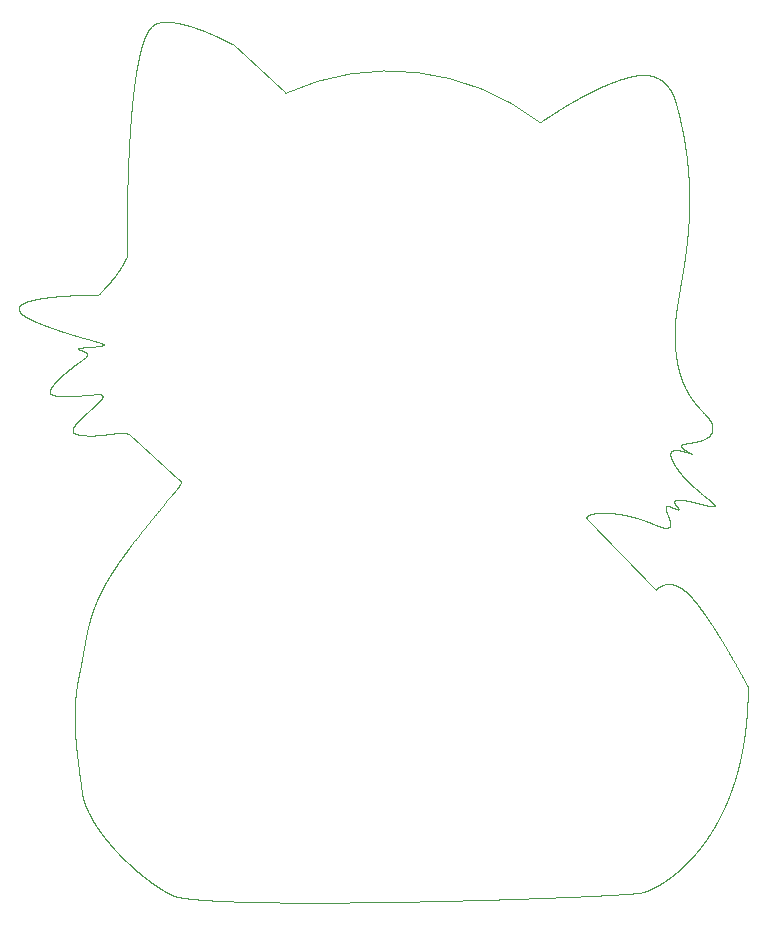
<source format=gbr>
%TF.GenerationSoftware,KiCad,Pcbnew,9.0.2*%
%TF.CreationDate,2025-07-04T00:45:16-07:00*%
%TF.ProjectId,FirstHCProject,46697273-7448-4435-9072-6f6a6563742e,rev?*%
%TF.SameCoordinates,Original*%
%TF.FileFunction,Profile,NP*%
%FSLAX46Y46*%
G04 Gerber Fmt 4.6, Leading zero omitted, Abs format (unit mm)*
G04 Created by KiCad (PCBNEW 9.0.2) date 2025-07-04 00:45:16*
%MOMM*%
%LPD*%
G01*
G04 APERTURE LIST*
%ADD10C,0.050000*%
%TA.AperFunction,Profile*%
%ADD11C,0.050000*%
%TD*%
G04 APERTURE END LIST*
D10*
X119600000Y-106600000D02*
X119617896Y-106603936D01*
X119635870Y-106607807D01*
X119653920Y-106611614D01*
X119672049Y-106615355D01*
X119690257Y-106619031D01*
X119708544Y-106622641D01*
X119726911Y-106626186D01*
X119745359Y-106629665D01*
X119763889Y-106633078D01*
X119782501Y-106636426D01*
X119801196Y-106639707D01*
X119819976Y-106642922D01*
X119838840Y-106646070D01*
X119857789Y-106649152D01*
X119876825Y-106652167D01*
X119895949Y-106655115D01*
X119915160Y-106657995D01*
X119934461Y-106660809D01*
X119953851Y-106663555D01*
X119973332Y-106666233D01*
X119992905Y-106668843D01*
X120012571Y-106671385D01*
X120032331Y-106673858D01*
X120052185Y-106676263D01*
X120072135Y-106678599D01*
X120092182Y-106680867D01*
X120112327Y-106683065D01*
X120132572Y-106685193D01*
X120152916Y-106687252D01*
X120173362Y-106689241D01*
X120193911Y-106691160D01*
X120214563Y-106693008D01*
X120235321Y-106694786D01*
X120256185Y-106696492D01*
X120277158Y-106698128D01*
X120298239Y-106699692D01*
X120319431Y-106701184D01*
X120340736Y-106702604D01*
X120362155Y-106703952D01*
X120383689Y-106705227D01*
X120405339Y-106706429D01*
X120427109Y-106707557D01*
X120448999Y-106708613D01*
X120471012Y-106709594D01*
X120493149Y-106710501D01*
X120515412Y-106711333D01*
X120537803Y-106712090D01*
X120560325Y-106712772D01*
X120582979Y-106713379D01*
X120605768Y-106713909D01*
X120628694Y-106714362D01*
X120651760Y-106714739D01*
X120674968Y-106715038D01*
X120698321Y-106715259D01*
X120721821Y-106715402D01*
X120745472Y-106715466D01*
X120769277Y-106715451D01*
X120793239Y-106715356D01*
X120817361Y-106715181D01*
X120841647Y-106714925D01*
X120866101Y-106714588D01*
X120890726Y-106714168D01*
X120915526Y-106713666D01*
X120940507Y-106713081D01*
X120965672Y-106712411D01*
X120991026Y-106711657D01*
X121016575Y-106710818D01*
X121042324Y-106709892D01*
X121068279Y-106708879D01*
X121094445Y-106707779D01*
X121120830Y-106706589D01*
X121147441Y-106705310D01*
X121174285Y-106703940D01*
X121201370Y-106702478D01*
X121228705Y-106700922D01*
X121256299Y-106699273D01*
X121284162Y-106697528D01*
X121312306Y-106695685D01*
X121340741Y-106693744D01*
X121369482Y-106691702D01*
X121398541Y-106689559D01*
X121427936Y-106687310D01*
X121457682Y-106684956D01*
X121487798Y-106682492D01*
X121518306Y-106679917D01*
X121549228Y-106677228D01*
X121580591Y-106674420D01*
X121612423Y-106671491D01*
X121644759Y-106668436D01*
X121677635Y-106665251D01*
X121711096Y-106661930D01*
X121745191Y-106658466D01*
X121779980Y-106654853D01*
X121815533Y-106651081D01*
X121851933Y-106647140D01*
X121889281Y-106643017D01*
X121927704Y-106638696D01*
X121967359Y-106634159D01*
X122008450Y-106629378D01*
X122051250Y-106624320D01*
X122096137Y-106618937D01*
X122143660Y-106613160D01*
X122194679Y-106606882D01*
X122250683Y-106599915D01*
X122314728Y-106591873D01*
X122395527Y-106581661D01*
X122413766Y-106579351D01*
X122481264Y-106570810D01*
X122547901Y-106562418D01*
X122580887Y-106558292D01*
X122613647Y-106554220D01*
X122646176Y-106550208D01*
X122678472Y-106546261D01*
X122710531Y-106542384D01*
X122742348Y-106538584D01*
X122773920Y-106534865D01*
X122805244Y-106531234D01*
X122836316Y-106527695D01*
X122867131Y-106524255D01*
X122897687Y-106520918D01*
X122912867Y-106519291D01*
X122927980Y-106517691D01*
X122943027Y-106516121D01*
X122958006Y-106514579D01*
X122972917Y-106513068D01*
X122987761Y-106511588D01*
X123002536Y-106510139D01*
X123017241Y-106508722D01*
X123031878Y-106507338D01*
X123046444Y-106505988D01*
X123060940Y-106504672D01*
X123075365Y-106503391D01*
X123089718Y-106502146D01*
X123104000Y-106500937D01*
X123118209Y-106499765D01*
X123132346Y-106498631D01*
X123146409Y-106497535D01*
X123160399Y-106496478D01*
X123174315Y-106495461D01*
X123188156Y-106494485D01*
X123201922Y-106493550D01*
X123215612Y-106492657D01*
X123229227Y-106491806D01*
X123242765Y-106490999D01*
X123256226Y-106490235D01*
X123269610Y-106489516D01*
X123282916Y-106488843D01*
X123296143Y-106488216D01*
X123309292Y-106487635D01*
X123322362Y-106487102D01*
X123335352Y-106486617D01*
X123348262Y-106486180D01*
X123361091Y-106485794D01*
X123373839Y-106485457D01*
X123386506Y-106485171D01*
X123399090Y-106484937D01*
X123411593Y-106484755D01*
X123424012Y-106484626D01*
X123436348Y-106484551D01*
X123448600Y-106484530D01*
X123460768Y-106484564D01*
X123472851Y-106484654D01*
X123484849Y-106484801D01*
X123496761Y-106485004D01*
X123508587Y-106485265D01*
X123520327Y-106485585D01*
X123531979Y-106485964D01*
X123543544Y-106486403D01*
X123555021Y-106486902D01*
X123566409Y-106487463D01*
X123577709Y-106488086D01*
X123588919Y-106488771D01*
X123600039Y-106489520D01*
X123611070Y-106490332D01*
X123622009Y-106491210D01*
X123632857Y-106492153D01*
X123643613Y-106493162D01*
X123654278Y-106494237D01*
X123664849Y-106495381D01*
X123675328Y-106496592D01*
X123680532Y-106497224D01*
X123685713Y-106497873D01*
X123690871Y-106498539D01*
X123696004Y-106499222D01*
X123701115Y-106499924D01*
X123706201Y-106500643D01*
X123711264Y-106501379D01*
X123716303Y-106502134D01*
X123721318Y-106502906D01*
X123726309Y-106503697D01*
X123731277Y-106504505D01*
X123736220Y-106505332D01*
X123741139Y-106506177D01*
X123746034Y-106507040D01*
X123750905Y-106507922D01*
X123755752Y-106508822D01*
X123760574Y-106509741D01*
X123765372Y-106510678D01*
X123770146Y-106511635D01*
X123774895Y-106512610D01*
X123779619Y-106513604D01*
X123784319Y-106514617D01*
X123788995Y-106515650D01*
X123793645Y-106516701D01*
X123798271Y-106517772D01*
X123802872Y-106518862D01*
X123807448Y-106519972D01*
X123811999Y-106521101D01*
X123816526Y-106522250D01*
X123821027Y-106523418D01*
X123825503Y-106524607D01*
X123829954Y-106525815D01*
X123834379Y-106527044D01*
X123838780Y-106528292D01*
X123843155Y-106529560D01*
X123847504Y-106530849D01*
X123851829Y-106532158D01*
X123856127Y-106533488D01*
X123860400Y-106534838D01*
X123864648Y-106536209D01*
X123868870Y-106537600D01*
X123873066Y-106539012D01*
X123877236Y-106540445D01*
X123881380Y-106541899D01*
X123885499Y-106543374D01*
X123889591Y-106544870D01*
X123893658Y-106546387D01*
X123897698Y-106547926D01*
X123901712Y-106549486D01*
X123905700Y-106551067D01*
X123909662Y-106552670D01*
X123913597Y-106554295D01*
X123917506Y-106555941D01*
X123921389Y-106557609D01*
X123925245Y-106559299D01*
X123929074Y-106561011D01*
X123932877Y-106562745D01*
X123936654Y-106564501D01*
X123940403Y-106566280D01*
X123944126Y-106568081D01*
X123947822Y-106569904D01*
X123951491Y-106571749D01*
X123955133Y-106573618D01*
X123958748Y-106575509D01*
X123962336Y-106577422D01*
X123965897Y-106579359D01*
X123969430Y-106581318D01*
X123972937Y-106583301D01*
X123976416Y-106585307D01*
X123979867Y-106587335D01*
X123983292Y-106589387D01*
X123986689Y-106591463D01*
X123990058Y-106593562D01*
X123993400Y-106595684D01*
X123996714Y-106597830D01*
X124000000Y-106600000D01*
X168400000Y-114200000D02*
X168372019Y-114187802D01*
X168343997Y-114175673D01*
X168315933Y-114163613D01*
X168287828Y-114151622D01*
X168259683Y-114139701D01*
X168231497Y-114127850D01*
X168203272Y-114116068D01*
X168175007Y-114104357D01*
X168146703Y-114092716D01*
X168118361Y-114081145D01*
X168089981Y-114069645D01*
X168061563Y-114058216D01*
X168033107Y-114046858D01*
X168004615Y-114035572D01*
X167976087Y-114024357D01*
X167947523Y-114013213D01*
X167918923Y-114002142D01*
X167890289Y-113991143D01*
X167861620Y-113980216D01*
X167832918Y-113969361D01*
X167804182Y-113958580D01*
X167775413Y-113947871D01*
X167746612Y-113937236D01*
X167717779Y-113926673D01*
X167688915Y-113916185D01*
X167660020Y-113905770D01*
X167631096Y-113895430D01*
X167602142Y-113885163D01*
X167573159Y-113874972D01*
X167544147Y-113864854D01*
X167515109Y-113854812D01*
X167486043Y-113844845D01*
X167456950Y-113834953D01*
X167427832Y-113825137D01*
X167398689Y-113815397D01*
X167369521Y-113805733D01*
X167340330Y-113796144D01*
X167311115Y-113786633D01*
X167281879Y-113777198D01*
X167252620Y-113767840D01*
X167223341Y-113758559D01*
X167194041Y-113749355D01*
X167164723Y-113740229D01*
X167135385Y-113731181D01*
X167106030Y-113722211D01*
X167076657Y-113713319D01*
X167047268Y-113704506D01*
X167017864Y-113695771D01*
X166988445Y-113687116D01*
X166959013Y-113678539D01*
X166929567Y-113670042D01*
X166900109Y-113661624D01*
X166870641Y-113653286D01*
X166841162Y-113645029D01*
X166811673Y-113636851D01*
X166782176Y-113628755D01*
X166752672Y-113620738D01*
X166723161Y-113612803D01*
X166693645Y-113604949D01*
X166664124Y-113597177D01*
X166634599Y-113589485D01*
X166605073Y-113581876D01*
X166575544Y-113574349D01*
X166546015Y-113566904D01*
X166516487Y-113559542D01*
X166486961Y-113552262D01*
X166457437Y-113545065D01*
X166427918Y-113537952D01*
X166398403Y-113530921D01*
X166368895Y-113523975D01*
X166339394Y-113517112D01*
X166309902Y-113510332D01*
X166280420Y-113503638D01*
X166250948Y-113497027D01*
X166221490Y-113490501D01*
X166192044Y-113484060D01*
X166162614Y-113477703D01*
X166133200Y-113471432D01*
X166103803Y-113465247D01*
X166074425Y-113459146D01*
X166045068Y-113453132D01*
X166015732Y-113447203D01*
X165986418Y-113441360D01*
X165957130Y-113435604D01*
X165927867Y-113429934D01*
X165898632Y-113424351D01*
X165869425Y-113418854D01*
X165840248Y-113413444D01*
X165811104Y-113408121D01*
X165781993Y-113402886D01*
X165752916Y-113397738D01*
X165723876Y-113392677D01*
X165694875Y-113387704D01*
X165665912Y-113382819D01*
X165636992Y-113378021D01*
X165608114Y-113373312D01*
X165579281Y-113368691D01*
X165550495Y-113364158D01*
X165521756Y-113359713D01*
X165493068Y-113355357D01*
X165464431Y-113351090D01*
X165435847Y-113346911D01*
X165407319Y-113342821D01*
X165378848Y-113338819D01*
X165350436Y-113334906D01*
X165322084Y-113331083D01*
X165293796Y-113327348D01*
X165265571Y-113323702D01*
X165237414Y-113320146D01*
X165209325Y-113316678D01*
X165181306Y-113313299D01*
X165153360Y-113310010D01*
X165125488Y-113306810D01*
X165097693Y-113303698D01*
X165069976Y-113300676D01*
X165042340Y-113297743D01*
X165014786Y-113294899D01*
X165001037Y-113293510D01*
X164987318Y-113292144D01*
X164973612Y-113290799D01*
X164959936Y-113289477D01*
X164946274Y-113288177D01*
X164932643Y-113286900D01*
X164919027Y-113285644D01*
X164905441Y-113284411D01*
X164891872Y-113283199D01*
X164878333Y-113282011D01*
X164864811Y-113280844D01*
X164851320Y-113279699D01*
X164837847Y-113278576D01*
X164824405Y-113277476D01*
X164810981Y-113276397D01*
X164797589Y-113275341D01*
X164784217Y-113274307D01*
X164770876Y-113273294D01*
X164757556Y-113272304D01*
X164744267Y-113271336D01*
X164731000Y-113270389D01*
X164717765Y-113269465D01*
X164704552Y-113268562D01*
X164691372Y-113267681D01*
X164678214Y-113266822D01*
X164665089Y-113265986D01*
X164651988Y-113265170D01*
X164638921Y-113264377D01*
X164625877Y-113263605D01*
X164612867Y-113262856D01*
X164599883Y-113262127D01*
X164586932Y-113261421D01*
X164574008Y-113260736D01*
X164561117Y-113260073D01*
X164548254Y-113259431D01*
X164535425Y-113258811D01*
X164522624Y-113258212D01*
X164509857Y-113257635D01*
X164497120Y-113257079D01*
X164484417Y-113256544D01*
X164471744Y-113256031D01*
X164459106Y-113255540D01*
X164446499Y-113255069D01*
X164433927Y-113254620D01*
X164421387Y-113254192D01*
X164408883Y-113253785D01*
X164396411Y-113253399D01*
X164383974Y-113253034D01*
X164371572Y-113252690D01*
X164359205Y-113252367D01*
X164346872Y-113252065D01*
X164334576Y-113251784D01*
X164322316Y-113251524D01*
X164310091Y-113251284D01*
X164297903Y-113251065D01*
X164285752Y-113250867D01*
X164273638Y-113250689D01*
X164261561Y-113250532D01*
X164249522Y-113250395D01*
X164237520Y-113250279D01*
X164225557Y-113250183D01*
X164213632Y-113250107D01*
X164201746Y-113250051D01*
X164189899Y-113250016D01*
X164178091Y-113250001D01*
X164166322Y-113250005D01*
X164154595Y-113250030D01*
X164142905Y-113250075D01*
X164131259Y-113250139D01*
X164119650Y-113250223D01*
X164108085Y-113250327D01*
X164096559Y-113250451D01*
X164085077Y-113250594D01*
X164073633Y-113250756D01*
X164062235Y-113250938D01*
X164050876Y-113251139D01*
X164039563Y-113251359D01*
X164028289Y-113251599D01*
X164017062Y-113251857D01*
X164005875Y-113252135D01*
X163994735Y-113252431D01*
X163983635Y-113252746D01*
X163972583Y-113253080D01*
X163961572Y-113253433D01*
X163950610Y-113253804D01*
X163939687Y-113254194D01*
X163928815Y-113254602D01*
X163917983Y-113255028D01*
X163907203Y-113255473D01*
X163896462Y-113255935D01*
X163885774Y-113256416D01*
X163875126Y-113256915D01*
X163864530Y-113257431D01*
X163853976Y-113257965D01*
X163843475Y-113258516D01*
X163833014Y-113259086D01*
X163822608Y-113259672D01*
X163812243Y-113260276D01*
X163801933Y-113260897D01*
X163791664Y-113261536D01*
X163781451Y-113262191D01*
X163771279Y-113262863D01*
X163761163Y-113263552D01*
X163751089Y-113264258D01*
X163741072Y-113264980D01*
X163731096Y-113265719D01*
X163721178Y-113266474D01*
X163711302Y-113267246D01*
X163701485Y-113268033D01*
X163691709Y-113268837D01*
X163681992Y-113269656D01*
X163672317Y-113270491D01*
X163662702Y-113271342D01*
X163653129Y-113272208D01*
X163643617Y-113273090D01*
X163634146Y-113273987D01*
X163624736Y-113274899D01*
X163615368Y-113275827D01*
X163606063Y-113276769D01*
X163596799Y-113277727D01*
X163587597Y-113278698D01*
X163578437Y-113279685D01*
X163569341Y-113280685D01*
X163560286Y-113281701D01*
X163551295Y-113282730D01*
X163542346Y-113283774D01*
X163533461Y-113284831D01*
X163524618Y-113285903D01*
X163515839Y-113286987D01*
X163507102Y-113288087D01*
X163498431Y-113289198D01*
X163489801Y-113290324D01*
X163481237Y-113291461D01*
X163472715Y-113292614D01*
X163464258Y-113293777D01*
X163455844Y-113294955D01*
X163447496Y-113296144D01*
X163439189Y-113297347D01*
X163430950Y-113298560D01*
X163422752Y-113299788D01*
X163414621Y-113301026D01*
X163406532Y-113302278D01*
X163398510Y-113303539D01*
X163390530Y-113304814D01*
X163382618Y-113306099D01*
X163374747Y-113307397D01*
X163366945Y-113308704D01*
X163359183Y-113310025D01*
X163351490Y-113311354D01*
X163343838Y-113312697D01*
X163336255Y-113314047D01*
X163328713Y-113315411D01*
X163321240Y-113316783D01*
X163313807Y-113318167D01*
X163306444Y-113319559D01*
X163299122Y-113320963D01*
X163291868Y-113322375D01*
X163284655Y-113323799D01*
X163277512Y-113325230D01*
X163270409Y-113326673D01*
X163263375Y-113328123D01*
X163256382Y-113329584D01*
X163249458Y-113331052D01*
X163242575Y-113332531D01*
X163235761Y-113334016D01*
X163228987Y-113335513D01*
X163222282Y-113337015D01*
X163215617Y-113338528D01*
X163209022Y-113340046D01*
X163202466Y-113341576D01*
X163195980Y-113343110D01*
X163189533Y-113344655D01*
X163183155Y-113346204D01*
X163176817Y-113347764D01*
X163170548Y-113349328D01*
X163164318Y-113350903D01*
X163158157Y-113352481D01*
X163152035Y-113354069D01*
X163145981Y-113355661D01*
X163139967Y-113357262D01*
X163134021Y-113358867D01*
X163128113Y-113360482D01*
X163122274Y-113362098D01*
X163116473Y-113363725D01*
X163110740Y-113365354D01*
X163105046Y-113366993D01*
X163099418Y-113368633D01*
X163093829Y-113370282D01*
X163088307Y-113371933D01*
X163082824Y-113373594D01*
X163077406Y-113375255D01*
X163072027Y-113376925D01*
X163066714Y-113378596D01*
X163061438Y-113380276D01*
X163056229Y-113381956D01*
X163051057Y-113383645D01*
X163045950Y-113385333D01*
X163040880Y-113387031D01*
X163035875Y-113388728D01*
X163030907Y-113390433D01*
X163026004Y-113392138D01*
X163021137Y-113393851D01*
X163016335Y-113395563D01*
X163011568Y-113397283D01*
X163006865Y-113399001D01*
X163002198Y-113400727D01*
X162997595Y-113402452D01*
X162993027Y-113404185D01*
X162988521Y-113405915D01*
X162984051Y-113407653D01*
X162979643Y-113409388D01*
X162975270Y-113411132D01*
X162970958Y-113412872D01*
X162966681Y-113414620D01*
X162962465Y-113416364D01*
X162958283Y-113418117D01*
X162954162Y-113419865D01*
X162950075Y-113421621D01*
X162946047Y-113423373D01*
X162942053Y-113425132D01*
X162938118Y-113426887D01*
X162934217Y-113428649D01*
X162930374Y-113430407D01*
X162926564Y-113432171D01*
X162922812Y-113433931D01*
X162919092Y-113435698D01*
X162915430Y-113437460D01*
X162911800Y-113439228D01*
X162908226Y-113440991D01*
X162904685Y-113442761D01*
X162901199Y-113444525D01*
X162897745Y-113446296D01*
X162894346Y-113448061D01*
X162890978Y-113449832D01*
X162887665Y-113451598D01*
X162884382Y-113453369D01*
X162881153Y-113455135D01*
X162877955Y-113456906D01*
X162874810Y-113458671D01*
X162871695Y-113460442D01*
X162868631Y-113462207D01*
X162865599Y-113463977D01*
X162862617Y-113465741D01*
X162859665Y-113467510D01*
X162856763Y-113469273D01*
X162853891Y-113471041D01*
X162851068Y-113472802D01*
X162848275Y-113474568D01*
X162845530Y-113476328D01*
X162842815Y-113478092D01*
X162840147Y-113479850D01*
X162837507Y-113481612D01*
X162834915Y-113483368D01*
X162832351Y-113485128D01*
X162829834Y-113486881D01*
X162827344Y-113488638D01*
X162824900Y-113490389D01*
X162822484Y-113492144D01*
X162820112Y-113493891D01*
X162817767Y-113495643D01*
X162815466Y-113497387D01*
X162813193Y-113499136D01*
X162810962Y-113500877D01*
X162808759Y-113502623D01*
X162806597Y-113504361D01*
X162804462Y-113506103D01*
X162802368Y-113507837D01*
X162800301Y-113509576D01*
X162798273Y-113511307D01*
X162796272Y-113513042D01*
X162794311Y-113514769D01*
X162792375Y-113516500D01*
X162790478Y-113518223D01*
X162788607Y-113519951D01*
X162786774Y-113521670D01*
X162784965Y-113523394D01*
X162783194Y-113525109D01*
X162781448Y-113526828D01*
X162779738Y-113528540D01*
X162778053Y-113530255D01*
X162776404Y-113531963D01*
X162774779Y-113533674D01*
X162773189Y-113535377D01*
X162771623Y-113537084D01*
X162770091Y-113538784D01*
X162768583Y-113540487D01*
X162767108Y-113542182D01*
X162765657Y-113543881D01*
X162764239Y-113545573D01*
X162762844Y-113547267D01*
X162761481Y-113548955D01*
X162760141Y-113550646D01*
X162758832Y-113552329D01*
X162757547Y-113554016D01*
X162756291Y-113555696D01*
X162755059Y-113557379D01*
X162753856Y-113559055D01*
X162752676Y-113560734D01*
X162751524Y-113562407D01*
X162750396Y-113564083D01*
X162749295Y-113565752D01*
X162748217Y-113567424D01*
X162747166Y-113569090D01*
X162746138Y-113570758D01*
X162745136Y-113572421D01*
X162744157Y-113574086D01*
X162743204Y-113575746D01*
X162742272Y-113577409D01*
X162741367Y-113579065D01*
X162740483Y-113580725D01*
X162739624Y-113582379D01*
X162738787Y-113584036D01*
X162737975Y-113585688D01*
X162737184Y-113587343D01*
X162736417Y-113588992D01*
X162735671Y-113590645D01*
X162734949Y-113592292D01*
X162734248Y-113593943D01*
X162733570Y-113595589D01*
X162732913Y-113597238D01*
X162732279Y-113598883D01*
X162731666Y-113600530D01*
X162731075Y-113602174D01*
X162730505Y-113603820D01*
X162729957Y-113605463D01*
X162729429Y-113607108D01*
X162728923Y-113608751D01*
X162728438Y-113610396D01*
X162727974Y-113612038D01*
X162727530Y-113613683D01*
X162727108Y-113615325D01*
X162726705Y-113616970D01*
X162726324Y-113618613D01*
X162725963Y-113620259D01*
X162725622Y-113621903D01*
X162725302Y-113623549D01*
X162725002Y-113625194D01*
X162724722Y-113626842D01*
X162724462Y-113628488D01*
X162724223Y-113630137D01*
X162724004Y-113631786D01*
X162723804Y-113633437D01*
X162723625Y-113635088D01*
X162723465Y-113636742D01*
X162723326Y-113638396D01*
X162723206Y-113640052D01*
X162723107Y-113641709D01*
X162723027Y-113643368D01*
X162722968Y-113645029D01*
X162722928Y-113646691D01*
X162722909Y-113648356D01*
X162722909Y-113650022D01*
X162722929Y-113651691D01*
X162722970Y-113653362D01*
X162723111Y-113656711D01*
X162723332Y-113660071D01*
X162723635Y-113663441D01*
X162724019Y-113666824D01*
X162724485Y-113670219D01*
X162725034Y-113673627D01*
X162725667Y-113677049D01*
X162726384Y-113680487D01*
X162727186Y-113683940D01*
X162728074Y-113687410D01*
X162729049Y-113690897D01*
X162730113Y-113694401D01*
X162731266Y-113697925D01*
X162732510Y-113701467D01*
X162733846Y-113705030D01*
X162735275Y-113708614D01*
X162736799Y-113712218D01*
X162738420Y-113715845D01*
X162740139Y-113719494D01*
X162741957Y-113723166D01*
X162743877Y-113726863D01*
X162745900Y-113730583D01*
X162748028Y-113734328D01*
X162750262Y-113738098D01*
X162752605Y-113741894D01*
X162755059Y-113745717D01*
X162757625Y-113749566D01*
X162760306Y-113753442D01*
X162763104Y-113757346D01*
X162766020Y-113761277D01*
X162769057Y-113765237D01*
X162772218Y-113769226D01*
X162775504Y-113773243D01*
X162778918Y-113777290D01*
X162782462Y-113781366D01*
X162786138Y-113785473D01*
X162789949Y-113789609D01*
X162793897Y-113793775D01*
X162797985Y-113797972D01*
X162800000Y-113800000D01*
X121400000Y-94800000D02*
X121416436Y-94783550D01*
X121432787Y-94767157D01*
X121449040Y-94750833D01*
X121465209Y-94734566D01*
X121481282Y-94718367D01*
X121497271Y-94702224D01*
X121513165Y-94686149D01*
X121528976Y-94670129D01*
X121544693Y-94654177D01*
X121560328Y-94638279D01*
X121575869Y-94622447D01*
X121591330Y-94606670D01*
X121606699Y-94590958D01*
X121621987Y-94575299D01*
X121637184Y-94559705D01*
X121652301Y-94544165D01*
X121667329Y-94528688D01*
X121682277Y-94513263D01*
X121697137Y-94497902D01*
X121711919Y-94482593D01*
X121726613Y-94467346D01*
X121741229Y-94452150D01*
X121755759Y-94437016D01*
X121770212Y-94421933D01*
X121784579Y-94406910D01*
X121798870Y-94391939D01*
X121813077Y-94377026D01*
X121827209Y-94362164D01*
X121841257Y-94347361D01*
X121855230Y-94332607D01*
X121869121Y-94317911D01*
X121882937Y-94303265D01*
X121896673Y-94288676D01*
X121910335Y-94274135D01*
X121923917Y-94259651D01*
X121937426Y-94245215D01*
X121950856Y-94230834D01*
X121964214Y-94216502D01*
X121977494Y-94202224D01*
X121990702Y-94187993D01*
X122003834Y-94173816D01*
X122016894Y-94159687D01*
X122029879Y-94145610D01*
X122042793Y-94131579D01*
X122055633Y-94117601D01*
X122068402Y-94103669D01*
X122081098Y-94089788D01*
X122093725Y-94075953D01*
X122106279Y-94062168D01*
X122118765Y-94048428D01*
X122131179Y-94034738D01*
X122143524Y-94021093D01*
X122155800Y-94007496D01*
X122168008Y-93993944D01*
X122180146Y-93980440D01*
X122192218Y-93966980D01*
X122204221Y-93953566D01*
X122216158Y-93940197D01*
X122228027Y-93926873D01*
X122239831Y-93913593D01*
X122251568Y-93900358D01*
X122263240Y-93887166D01*
X122274846Y-93874018D01*
X122286388Y-93860913D01*
X122297866Y-93847850D01*
X122309280Y-93834831D01*
X122320630Y-93821853D01*
X122331917Y-93808918D01*
X122343141Y-93796024D01*
X122354302Y-93783172D01*
X122365403Y-93770360D01*
X122376440Y-93757589D01*
X122387417Y-93744858D01*
X122398333Y-93732169D01*
X122409189Y-93719517D01*
X122419983Y-93706907D01*
X122430720Y-93694333D01*
X122441395Y-93681801D01*
X122452013Y-93669305D01*
X122462571Y-93656849D01*
X122473072Y-93644429D01*
X122483514Y-93632049D01*
X122493900Y-93619703D01*
X122504227Y-93607397D01*
X122514500Y-93595124D01*
X122524713Y-93582891D01*
X122534874Y-93570691D01*
X122544976Y-93558529D01*
X122555026Y-93546400D01*
X122565017Y-93534309D01*
X122574958Y-93522248D01*
X122584841Y-93510226D01*
X122594673Y-93498234D01*
X122604449Y-93486280D01*
X122614176Y-93474355D01*
X122623846Y-93462467D01*
X122633467Y-93450607D01*
X122643033Y-93438785D01*
X122652551Y-93426989D01*
X122662014Y-93415230D01*
X122671430Y-93403498D01*
X122680791Y-93391802D01*
X122690107Y-93380130D01*
X122699368Y-93368496D01*
X122708585Y-93356885D01*
X122717748Y-93345310D01*
X122726867Y-93333758D01*
X122735933Y-93322241D01*
X122744956Y-93310747D01*
X122753926Y-93299287D01*
X122762854Y-93287849D01*
X122771730Y-93276445D01*
X122780565Y-93265062D01*
X122789348Y-93253713D01*
X122798092Y-93242382D01*
X122806783Y-93231086D01*
X122815436Y-93219808D01*
X122824038Y-93208563D01*
X122832602Y-93197335D01*
X122841115Y-93186141D01*
X122849592Y-93174962D01*
X122858018Y-93163817D01*
X122866409Y-93152685D01*
X122874750Y-93141587D01*
X122883056Y-93130501D01*
X122891312Y-93119449D01*
X122907709Y-93097400D01*
X122923943Y-93075437D01*
X122940016Y-93053556D01*
X122955933Y-93031754D01*
X122971696Y-93010029D01*
X122987307Y-92988377D01*
X123002770Y-92966794D01*
X123018088Y-92945277D01*
X123033264Y-92923822D01*
X123048301Y-92902427D01*
X123063201Y-92881087D01*
X123077969Y-92859798D01*
X123092607Y-92838556D01*
X123107118Y-92817358D01*
X123121506Y-92796200D01*
X123135774Y-92775076D01*
X123149926Y-92753984D01*
X123163964Y-92732917D01*
X123177892Y-92711872D01*
X123191714Y-92690843D01*
X123205433Y-92669825D01*
X123219054Y-92648814D01*
X123232579Y-92627803D01*
X123246014Y-92606786D01*
X123259361Y-92585758D01*
X123272626Y-92564713D01*
X123285812Y-92543642D01*
X123298924Y-92522541D01*
X123311967Y-92501399D01*
X123324946Y-92480211D01*
X123337865Y-92458968D01*
X123350731Y-92437659D01*
X123363549Y-92416277D01*
X123376325Y-92394810D01*
X123389066Y-92373248D01*
X123401778Y-92351578D01*
X123414468Y-92329788D01*
X123427145Y-92307863D01*
X123439817Y-92285789D01*
X123452492Y-92263549D01*
X123465182Y-92241124D01*
X123477897Y-92218494D01*
X123490650Y-92195636D01*
X123503453Y-92172524D01*
X123516321Y-92149131D01*
X123529272Y-92125425D01*
X123542324Y-92101367D01*
X123555500Y-92076915D01*
X123568826Y-92052021D01*
X123582330Y-92026625D01*
X123596049Y-92000658D01*
X123610026Y-91974035D01*
X123624312Y-91946653D01*
X123638974Y-91918381D01*
X123654098Y-91889049D01*
X123669795Y-91858435D01*
X123686223Y-91826225D01*
X123703611Y-91791965D01*
X123722316Y-91754939D01*
X123742970Y-91713888D01*
X123766899Y-91666169D01*
X123800000Y-91600000D01*
X172000000Y-112400000D02*
X171981151Y-112395050D01*
X171962423Y-112390153D01*
X171943872Y-112385322D01*
X171925442Y-112380544D01*
X171907187Y-112375831D01*
X171889051Y-112371170D01*
X171871088Y-112366574D01*
X171853242Y-112362029D01*
X171835568Y-112357548D01*
X171818011Y-112353117D01*
X171800622Y-112348749D01*
X171783349Y-112344431D01*
X171766243Y-112340176D01*
X171749251Y-112335969D01*
X171732424Y-112331824D01*
X171715710Y-112327727D01*
X171699160Y-112323691D01*
X171682720Y-112319702D01*
X171666443Y-112315774D01*
X171650275Y-112311892D01*
X171634268Y-112308069D01*
X171618368Y-112304293D01*
X171602627Y-112300575D01*
X171586993Y-112296903D01*
X171571516Y-112293288D01*
X171556144Y-112289718D01*
X171540928Y-112286205D01*
X171525815Y-112282736D01*
X171510856Y-112279323D01*
X171496000Y-112275954D01*
X171481295Y-112272639D01*
X171466692Y-112269368D01*
X171452238Y-112266152D01*
X171437885Y-112262978D01*
X171423680Y-112259857D01*
X171409574Y-112256778D01*
X171395614Y-112253752D01*
X171381752Y-112250767D01*
X171368034Y-112247834D01*
X171354413Y-112244942D01*
X171340936Y-112242101D01*
X171327553Y-112239300D01*
X171314311Y-112236549D01*
X171301164Y-112233838D01*
X171288156Y-112231177D01*
X171275240Y-112228554D01*
X171262463Y-112225980D01*
X171249777Y-112223445D01*
X171237228Y-112220958D01*
X171224768Y-112218509D01*
X171212444Y-112216106D01*
X171200208Y-112213742D01*
X171188106Y-112211423D01*
X171176091Y-112209141D01*
X171164208Y-112206905D01*
X171152411Y-112204706D01*
X171140744Y-112202551D01*
X171129163Y-112200432D01*
X171117709Y-112198357D01*
X171106340Y-112196317D01*
X171095098Y-112194320D01*
X171083939Y-112192359D01*
X171072904Y-112190440D01*
X171061952Y-112188555D01*
X171051123Y-112186712D01*
X171040375Y-112184903D01*
X171029748Y-112183134D01*
X171019202Y-112181399D01*
X171008775Y-112179704D01*
X170998428Y-112178043D01*
X170988199Y-112176420D01*
X170978047Y-112174830D01*
X170968013Y-112173278D01*
X170958055Y-112171759D01*
X170948212Y-112170277D01*
X170938445Y-112168827D01*
X170928792Y-112167414D01*
X170919213Y-112166033D01*
X170909746Y-112164687D01*
X170900353Y-112163372D01*
X170891071Y-112162093D01*
X170881861Y-112160844D01*
X170872760Y-112159630D01*
X170863731Y-112158446D01*
X170854809Y-112157296D01*
X170845958Y-112156175D01*
X170837213Y-112155088D01*
X170828537Y-112154029D01*
X170819966Y-112153003D01*
X170811463Y-112152006D01*
X170803064Y-112151041D01*
X170794731Y-112150104D01*
X170786501Y-112149198D01*
X170778337Y-112148320D01*
X170770273Y-112147472D01*
X170762275Y-112146652D01*
X170754375Y-112145862D01*
X170746540Y-112145098D01*
X170738802Y-112144364D01*
X170731127Y-112143656D01*
X170723549Y-112142977D01*
X170716033Y-112142323D01*
X170708612Y-112141698D01*
X170701252Y-112141098D01*
X170693985Y-112140526D01*
X170686779Y-112139978D01*
X170679665Y-112139458D01*
X170672610Y-112138962D01*
X170665646Y-112138492D01*
X170658740Y-112138047D01*
X170651924Y-112137627D01*
X170645165Y-112137230D01*
X170638494Y-112136859D01*
X170631879Y-112136511D01*
X170625352Y-112136188D01*
X170618879Y-112135887D01*
X170612493Y-112135610D01*
X170606161Y-112135356D01*
X170599913Y-112135125D01*
X170593719Y-112134916D01*
X170587607Y-112134730D01*
X170581549Y-112134565D01*
X170575572Y-112134423D01*
X170569647Y-112134302D01*
X170563802Y-112134202D01*
X170558008Y-112134124D01*
X170552293Y-112134066D01*
X170546629Y-112134029D01*
X170541042Y-112134013D01*
X170535505Y-112134016D01*
X170530044Y-112134040D01*
X170524632Y-112134083D01*
X170519295Y-112134145D01*
X170514005Y-112134227D01*
X170508790Y-112134328D01*
X170503621Y-112134448D01*
X170498525Y-112134587D01*
X170493476Y-112134744D01*
X170488498Y-112134918D01*
X170483565Y-112135112D01*
X170478702Y-112135322D01*
X170473885Y-112135551D01*
X170469136Y-112135796D01*
X170464431Y-112136059D01*
X170459793Y-112136338D01*
X170455199Y-112136635D01*
X170450672Y-112136947D01*
X170446187Y-112137277D01*
X170441767Y-112137621D01*
X170437389Y-112137983D01*
X170433075Y-112138359D01*
X170428802Y-112138752D01*
X170424592Y-112139159D01*
X170420422Y-112139582D01*
X170416315Y-112140019D01*
X170412246Y-112140472D01*
X170408239Y-112140938D01*
X170404270Y-112141420D01*
X170400361Y-112141915D01*
X170396490Y-112142425D01*
X170392678Y-112142948D01*
X170388903Y-112143485D01*
X170385185Y-112144035D01*
X170381504Y-112144599D01*
X170377880Y-112145175D01*
X170374291Y-112145766D01*
X170370758Y-112146367D01*
X170367260Y-112146983D01*
X170363816Y-112147610D01*
X170360408Y-112148250D01*
X170357052Y-112148901D01*
X170353730Y-112149566D01*
X170350461Y-112150241D01*
X170347225Y-112150929D01*
X170344039Y-112151627D01*
X170340887Y-112152338D01*
X170337785Y-112153058D01*
X170334715Y-112153791D01*
X170331694Y-112154533D01*
X170328705Y-112155288D01*
X170325763Y-112156052D01*
X170322853Y-112156827D01*
X170319989Y-112157612D01*
X170317157Y-112158408D01*
X170314370Y-112159213D01*
X170311613Y-112160029D01*
X170308900Y-112160853D01*
X170306218Y-112161689D01*
X170303579Y-112162533D01*
X170300970Y-112163387D01*
X170298403Y-112164249D01*
X170295865Y-112165123D01*
X170293368Y-112166003D01*
X170290900Y-112166895D01*
X170288472Y-112167793D01*
X170286072Y-112168702D01*
X170283711Y-112169617D01*
X170281379Y-112170543D01*
X170279084Y-112171476D01*
X170276817Y-112172419D01*
X170274588Y-112173368D01*
X170272385Y-112174327D01*
X170270218Y-112175292D01*
X170268078Y-112176268D01*
X170265974Y-112177249D01*
X170263895Y-112178240D01*
X170261852Y-112179236D01*
X170259833Y-112180243D01*
X170257849Y-112181255D01*
X170255890Y-112182276D01*
X170253963Y-112183303D01*
X170252062Y-112184339D01*
X170250192Y-112185381D01*
X170248347Y-112186432D01*
X170246533Y-112187488D01*
X170244743Y-112188553D01*
X170242984Y-112189623D01*
X170241248Y-112190702D01*
X170239542Y-112191787D01*
X170237859Y-112192880D01*
X170236205Y-112193978D01*
X170234574Y-112195086D01*
X170232971Y-112196198D01*
X170231391Y-112197318D01*
X170229838Y-112198444D01*
X170228307Y-112199579D01*
X170226803Y-112200718D01*
X170225321Y-112201866D01*
X170223865Y-112203019D01*
X170222431Y-112204180D01*
X170221021Y-112205347D01*
X170219634Y-112206522D01*
X170218270Y-112207702D01*
X170216928Y-112208890D01*
X170215610Y-112210084D01*
X170214313Y-112211286D01*
X170213039Y-112212493D01*
X170211786Y-112213709D01*
X170210555Y-112214930D01*
X170209345Y-112216159D01*
X170208157Y-112217394D01*
X170206989Y-112218637D01*
X170205843Y-112219886D01*
X170204717Y-112221142D01*
X170203611Y-112222406D01*
X170202526Y-112223676D01*
X170201461Y-112224954D01*
X170200416Y-112226239D01*
X170199391Y-112227531D01*
X170198385Y-112228831D01*
X170197399Y-112230138D01*
X170196432Y-112231452D01*
X170195485Y-112232774D01*
X170194557Y-112234103D01*
X170193647Y-112235441D01*
X170192756Y-112236786D01*
X170191031Y-112239499D01*
X170189380Y-112242245D01*
X170187802Y-112245024D01*
X170186296Y-112247837D01*
X170184863Y-112250684D01*
X170183501Y-112253567D01*
X170182209Y-112256487D01*
X170180989Y-112259444D01*
X170179838Y-112262440D01*
X170178758Y-112265475D01*
X170177748Y-112268552D01*
X170176808Y-112271670D01*
X170175939Y-112274832D01*
X170175140Y-112278038D01*
X170174412Y-112281291D01*
X170173755Y-112284590D01*
X170173170Y-112287938D01*
X170172658Y-112291336D01*
X170172218Y-112294786D01*
X170171852Y-112298288D01*
X170171561Y-112301845D01*
X170171345Y-112305458D01*
X170171206Y-112309128D01*
X170171145Y-112312857D01*
X170171163Y-112316647D01*
X170171260Y-112320499D01*
X170171440Y-112324416D01*
X170171702Y-112328398D01*
X170172049Y-112332448D01*
X170172482Y-112336566D01*
X170173003Y-112340756D01*
X170173613Y-112345019D01*
X170174315Y-112349357D01*
X170175110Y-112353771D01*
X170176000Y-112358264D01*
X170176988Y-112362838D01*
X170178076Y-112367494D01*
X170179265Y-112372235D01*
X170180558Y-112377062D01*
X170181958Y-112381979D01*
X170183467Y-112386987D01*
X170185088Y-112392089D01*
X170186823Y-112397286D01*
X170188674Y-112402582D01*
X170190646Y-112407978D01*
X170192740Y-112413478D01*
X170194960Y-112419084D01*
X170197309Y-112424799D01*
X170199790Y-112430626D01*
X170202407Y-112436567D01*
X170205163Y-112442627D01*
X170208061Y-112448808D01*
X170211106Y-112455113D01*
X170214302Y-112461548D01*
X170217653Y-112468114D01*
X170221162Y-112474818D01*
X170224836Y-112481662D01*
X170228677Y-112488653D01*
X170232693Y-112495794D01*
X170236888Y-112503093D01*
X170241269Y-112510554D01*
X170245841Y-112518185D01*
X170250612Y-112525993D01*
X170255588Y-112533985D01*
X170260780Y-112542173D01*
X170266195Y-112550565D01*
X170271844Y-112559174D01*
X170277739Y-112568014D01*
X170283893Y-112577099D01*
X170290322Y-112586450D01*
X170297044Y-112596088D01*
X170304082Y-112606041D01*
X170311462Y-112616342D01*
X170319219Y-112627034D01*
X170327395Y-112638172D01*
X170336051Y-112649830D01*
X170345267Y-112662114D01*
X170355164Y-112675176D01*
X170365933Y-112689265D01*
X170377918Y-112704820D01*
X170391863Y-112722802D01*
X170409226Y-112745094D01*
X170425567Y-112766074D01*
X170433540Y-112776343D01*
X170441359Y-112786455D01*
X170449008Y-112796401D01*
X170456469Y-112806174D01*
X170463726Y-112815764D01*
X170470763Y-112825164D01*
X170477562Y-112834367D01*
X170480868Y-112838891D01*
X170484108Y-112843363D01*
X170487281Y-112847782D01*
X170490384Y-112852146D01*
X170493415Y-112856454D01*
X170496372Y-112860706D01*
X170499254Y-112864900D01*
X170502057Y-112869036D01*
X170504781Y-112873112D01*
X170507422Y-112877127D01*
X170509979Y-112881081D01*
X170512450Y-112884973D01*
X170514833Y-112888801D01*
X170517125Y-112892564D01*
X170519324Y-112896261D01*
X170521429Y-112899892D01*
X170523437Y-112903456D01*
X170525346Y-112906951D01*
X170527155Y-112910376D01*
X170528861Y-112913730D01*
X170530461Y-112917013D01*
X170531955Y-112920223D01*
X170533339Y-112923360D01*
X170534613Y-112926422D01*
X170535773Y-112929408D01*
X170536309Y-112930873D01*
X170536817Y-112932318D01*
X170537296Y-112933743D01*
X170537744Y-112935150D01*
X170538163Y-112936536D01*
X170538552Y-112937903D01*
X170538910Y-112939250D01*
X170539238Y-112940576D01*
X170539534Y-112941883D01*
X170539800Y-112943169D01*
X170540034Y-112944435D01*
X170540236Y-112945680D01*
X170540407Y-112946905D01*
X170540545Y-112948109D01*
X170540651Y-112949292D01*
X170540724Y-112950453D01*
X170540764Y-112951594D01*
X170540771Y-112952713D01*
X170540744Y-112953811D01*
X170540683Y-112954888D01*
X170540589Y-112955942D01*
X170540460Y-112956975D01*
X170540296Y-112957986D01*
X170540098Y-112958975D01*
X170539864Y-112959941D01*
X170539596Y-112960886D01*
X170539291Y-112961808D01*
X170538951Y-112962707D01*
X170538575Y-112963584D01*
X170538162Y-112964438D01*
X170537713Y-112965268D01*
X170537227Y-112966076D01*
X170536703Y-112966861D01*
X170536143Y-112967622D01*
X170535544Y-112968360D01*
X170534908Y-112969074D01*
X170534233Y-112969765D01*
X170533520Y-112970432D01*
X170532768Y-112971075D01*
X170531978Y-112971693D01*
X170531148Y-112972288D01*
X170530278Y-112972858D01*
X170529369Y-112973404D01*
X170528420Y-112973925D01*
X170527430Y-112974422D01*
X170526400Y-112974893D01*
X170525329Y-112975340D01*
X170524218Y-112975762D01*
X170523064Y-112976158D01*
X170521870Y-112976529D01*
X170520633Y-112976875D01*
X170519354Y-112977195D01*
X170518033Y-112977489D01*
X170516670Y-112977758D01*
X170515263Y-112978000D01*
X170513813Y-112978217D01*
X170512320Y-112978407D01*
X170510784Y-112978571D01*
X170509203Y-112978708D01*
X170507578Y-112978819D01*
X170505909Y-112978903D01*
X170504195Y-112978960D01*
X170502436Y-112978991D01*
X170500632Y-112978994D01*
X170498783Y-112978970D01*
X170496888Y-112978918D01*
X170494946Y-112978840D01*
X170492959Y-112978733D01*
X170490925Y-112978599D01*
X170488844Y-112978437D01*
X170486716Y-112978247D01*
X170484541Y-112978029D01*
X170482319Y-112977783D01*
X170480048Y-112977508D01*
X170477730Y-112977205D01*
X170475363Y-112976873D01*
X170472948Y-112976513D01*
X170470483Y-112976124D01*
X170467970Y-112975705D01*
X170465407Y-112975258D01*
X170460133Y-112974275D01*
X170454658Y-112973175D01*
X170448980Y-112971955D01*
X170443097Y-112970616D01*
X170437008Y-112969155D01*
X170430710Y-112967573D01*
X170424201Y-112965868D01*
X170417479Y-112964038D01*
X170410541Y-112962084D01*
X170403387Y-112960004D01*
X170396013Y-112957796D01*
X170388418Y-112955461D01*
X170380599Y-112952997D01*
X170372555Y-112950402D01*
X170364283Y-112947677D01*
X170355782Y-112944820D01*
X170347049Y-112941829D01*
X170338082Y-112938705D01*
X170328879Y-112935445D01*
X170319439Y-112932050D01*
X170309758Y-112928517D01*
X170299835Y-112924847D01*
X170289668Y-112921037D01*
X170279254Y-112917087D01*
X170268593Y-112912996D01*
X170257680Y-112908763D01*
X170246516Y-112904387D01*
X170235096Y-112899867D01*
X170223420Y-112895202D01*
X170211485Y-112890390D01*
X170199290Y-112885432D01*
X170186831Y-112880325D01*
X170174108Y-112875069D01*
X170161117Y-112869663D01*
X170147857Y-112864106D01*
X170134326Y-112858397D01*
X170120522Y-112852534D01*
X170106442Y-112846518D01*
X170092085Y-112840346D01*
X170077449Y-112834018D01*
X170062531Y-112827533D01*
X170047329Y-112820889D01*
X170031841Y-112814087D01*
X170016065Y-112807124D01*
X170000000Y-112800000D01*
X120800000Y-99200000D02*
X120769096Y-99202218D01*
X120738700Y-99204419D01*
X120709392Y-99206561D01*
X120680567Y-99208689D01*
X120652763Y-99210761D01*
X120625417Y-99212820D01*
X120599031Y-99214826D01*
X120573081Y-99216819D01*
X120548033Y-99218763D01*
X120523400Y-99220696D01*
X120499618Y-99222581D01*
X120476229Y-99224456D01*
X120453644Y-99226286D01*
X120431434Y-99228106D01*
X120409981Y-99229884D01*
X120388887Y-99231653D01*
X120368508Y-99233382D01*
X120348471Y-99235102D01*
X120329111Y-99236784D01*
X120310077Y-99238458D01*
X120291684Y-99240096D01*
X120273601Y-99241726D01*
X120256127Y-99243322D01*
X120238948Y-99244910D01*
X120222346Y-99246466D01*
X120206027Y-99248015D01*
X120190255Y-99249533D01*
X120174753Y-99251044D01*
X120159771Y-99252525D01*
X120145047Y-99254001D01*
X120130816Y-99255448D01*
X120116831Y-99256890D01*
X120103316Y-99258303D01*
X120090036Y-99259712D01*
X120077203Y-99261094D01*
X120064594Y-99262472D01*
X120052411Y-99263823D01*
X120040442Y-99265171D01*
X120028877Y-99266494D01*
X120017519Y-99267813D01*
X120006545Y-99269108D01*
X119995767Y-99270400D01*
X119985356Y-99271668D01*
X119975134Y-99272934D01*
X119965260Y-99274176D01*
X119955566Y-99275416D01*
X119946205Y-99276634D01*
X119937016Y-99277849D01*
X119928144Y-99279043D01*
X119919437Y-99280235D01*
X119911032Y-99281406D01*
X119902785Y-99282575D01*
X119894825Y-99283723D01*
X119887016Y-99284870D01*
X119879482Y-99285997D01*
X119872092Y-99287123D01*
X119864964Y-99288229D01*
X119857974Y-99289334D01*
X119851233Y-99290420D01*
X119844624Y-99291505D01*
X119838254Y-99292571D01*
X119832009Y-99293636D01*
X119825991Y-99294683D01*
X119820094Y-99295730D01*
X119814413Y-99296758D01*
X119808848Y-99297786D01*
X119803489Y-99298796D01*
X119798240Y-99299806D01*
X119793188Y-99300799D01*
X119788241Y-99301791D01*
X119783481Y-99302766D01*
X119778822Y-99303741D01*
X119774341Y-99304699D01*
X119769957Y-99305657D01*
X119765743Y-99306598D01*
X119761620Y-99307540D01*
X119757659Y-99308465D01*
X119753786Y-99309390D01*
X119750068Y-99310299D01*
X119746432Y-99311208D01*
X119742944Y-99312101D01*
X119739535Y-99312995D01*
X119736266Y-99313872D01*
X119733073Y-99314750D01*
X119730012Y-99315612D01*
X119727025Y-99316475D01*
X119724163Y-99317322D01*
X119721370Y-99318170D01*
X119718697Y-99319002D01*
X119716090Y-99319835D01*
X119713597Y-99320652D01*
X119711166Y-99321470D01*
X119708843Y-99322273D01*
X119706580Y-99323076D01*
X119704419Y-99323865D01*
X119702315Y-99324654D01*
X119700307Y-99325428D01*
X119698354Y-99326203D01*
X119696492Y-99326964D01*
X119694682Y-99327725D01*
X119692957Y-99328471D01*
X119691282Y-99329218D01*
X119689688Y-99329951D01*
X119688141Y-99330684D01*
X119686671Y-99331403D01*
X119685245Y-99332123D01*
X119683891Y-99332829D01*
X119682579Y-99333536D01*
X119681335Y-99334228D01*
X119680131Y-99334922D01*
X119678991Y-99335602D01*
X119677889Y-99336282D01*
X119676846Y-99336950D01*
X119675840Y-99337618D01*
X119674890Y-99338273D01*
X119673974Y-99338928D01*
X119673110Y-99339571D01*
X119672278Y-99340215D01*
X119671496Y-99340847D01*
X119670744Y-99341479D01*
X119670038Y-99342099D01*
X119669361Y-99342721D01*
X119668726Y-99343330D01*
X119668119Y-99343941D01*
X119667552Y-99344541D01*
X119667011Y-99345141D01*
X119666506Y-99345732D01*
X119666028Y-99346323D01*
X119665582Y-99346904D01*
X119665161Y-99347487D01*
X119664771Y-99348061D01*
X119664405Y-99348636D01*
X119664068Y-99349203D01*
X119663753Y-99349770D01*
X119663465Y-99350332D01*
X119663199Y-99350894D01*
X119662958Y-99351450D01*
X119662738Y-99352007D01*
X119662541Y-99352560D01*
X119662366Y-99353114D01*
X119662212Y-99353665D01*
X119662079Y-99354216D01*
X119661966Y-99354766D01*
X119661874Y-99355317D01*
X119661803Y-99355868D01*
X119661751Y-99356419D01*
X119661707Y-99357525D01*
X119661744Y-99358639D01*
X119661860Y-99359763D01*
X119662058Y-99360901D01*
X119662341Y-99362056D01*
X119662711Y-99363230D01*
X119663173Y-99364428D01*
X119663730Y-99365651D01*
X119664389Y-99366903D01*
X119665156Y-99368186D01*
X119666037Y-99369504D01*
X119667039Y-99370859D01*
X119668171Y-99372253D01*
X119669441Y-99373689D01*
X119670858Y-99375170D01*
X119672431Y-99376699D01*
X119674172Y-99378277D01*
X119676091Y-99379908D01*
X119678199Y-99381595D01*
X119680510Y-99383341D01*
X119683035Y-99385148D01*
X119685790Y-99387020D01*
X119688789Y-99388961D01*
X119692049Y-99390975D01*
X119695585Y-99393066D01*
X119699417Y-99395238D01*
X119703566Y-99397497D01*
X119708052Y-99399849D01*
X119712900Y-99402301D01*
X119718137Y-99404859D01*
X119723794Y-99407533D01*
X119729903Y-99410333D01*
X119736504Y-99413270D01*
X119743642Y-99416359D01*
X119751371Y-99419617D01*
X119759755Y-99423065D01*
X119768875Y-99426730D01*
X119778832Y-99430646D01*
X119789759Y-99434860D01*
X119801843Y-99439435D01*
X119815354Y-99444467D01*
X119830723Y-99450109D01*
X119848732Y-99456639D01*
X119871142Y-99464689D01*
X119893823Y-99472794D01*
X119927177Y-99484723D01*
X119944237Y-99490860D01*
X119961512Y-99497115D01*
X119978969Y-99503493D01*
X119996577Y-99509995D01*
X120005427Y-99513293D01*
X120014304Y-99516624D01*
X120023203Y-99519988D01*
X120032120Y-99523384D01*
X120041051Y-99526814D01*
X120049992Y-99530278D01*
X120058939Y-99533775D01*
X120067889Y-99537307D01*
X120076838Y-99540874D01*
X120085781Y-99544476D01*
X120094714Y-99548114D01*
X120103634Y-99551787D01*
X120112537Y-99555497D01*
X120121418Y-99559243D01*
X120130275Y-99563026D01*
X120139102Y-99566847D01*
X120147896Y-99570705D01*
X120156654Y-99574601D01*
X120165370Y-99578536D01*
X120174042Y-99582510D01*
X120182665Y-99586523D01*
X120191235Y-99590575D01*
X120199749Y-99594667D01*
X120208202Y-99598800D01*
X120216591Y-99602973D01*
X120224911Y-99607187D01*
X120233159Y-99611442D01*
X120241331Y-99615739D01*
X120249423Y-99620078D01*
X120257430Y-99624460D01*
X120261401Y-99626667D01*
X120265350Y-99628885D01*
X120269275Y-99631113D01*
X120273177Y-99633352D01*
X120277055Y-99635602D01*
X120280908Y-99637863D01*
X120284737Y-99640135D01*
X120288540Y-99642418D01*
X120292317Y-99644713D01*
X120296068Y-99647018D01*
X120299792Y-99649334D01*
X120303488Y-99651662D01*
X120307157Y-99654001D01*
X120310797Y-99656351D01*
X120314408Y-99658712D01*
X120317990Y-99661085D01*
X120321542Y-99663469D01*
X120325063Y-99665865D01*
X120328554Y-99668272D01*
X120332013Y-99670691D01*
X120335441Y-99673121D01*
X120338836Y-99675564D01*
X120342199Y-99678017D01*
X120345528Y-99680483D01*
X120348823Y-99682960D01*
X120352084Y-99685449D01*
X120355310Y-99687951D01*
X120358501Y-99690463D01*
X120361656Y-99692988D01*
X120364775Y-99695525D01*
X120367857Y-99698075D01*
X120370902Y-99700636D01*
X120373909Y-99703209D01*
X120376878Y-99705795D01*
X120379808Y-99708392D01*
X120382699Y-99711002D01*
X120385550Y-99713625D01*
X120388361Y-99716260D01*
X120391132Y-99718907D01*
X120393861Y-99721566D01*
X120396548Y-99724239D01*
X120399194Y-99726924D01*
X120401796Y-99729621D01*
X120404356Y-99732331D01*
X120406872Y-99735054D01*
X120409344Y-99737789D01*
X120411771Y-99740538D01*
X120414153Y-99743299D01*
X120416490Y-99746073D01*
X120418780Y-99748860D01*
X120421024Y-99751660D01*
X120423221Y-99754473D01*
X120425370Y-99757299D01*
X120427471Y-99760138D01*
X120429524Y-99762990D01*
X120431527Y-99765856D01*
X120433481Y-99768734D01*
X120435385Y-99771626D01*
X120437239Y-99774532D01*
X120439041Y-99777451D01*
X120440792Y-99780383D01*
X120442491Y-99783328D01*
X120444138Y-99786288D01*
X120445731Y-99789260D01*
X120447271Y-99792247D01*
X120448757Y-99795247D01*
X120450189Y-99798261D01*
X120451566Y-99801288D01*
X120452887Y-99804329D01*
X120454153Y-99807384D01*
X120455362Y-99810453D01*
X120456514Y-99813536D01*
X120457608Y-99816633D01*
X120458645Y-99819744D01*
X120459624Y-99822869D01*
X120460543Y-99826008D01*
X120461403Y-99829162D01*
X120462204Y-99832329D01*
X120462944Y-99835511D01*
X120463623Y-99838707D01*
X120464241Y-99841917D01*
X120464797Y-99845142D01*
X120465291Y-99848381D01*
X120465722Y-99851635D01*
X120466089Y-99854903D01*
X120466393Y-99858186D01*
X120466633Y-99861483D01*
X120466808Y-99864796D01*
X120466917Y-99868122D01*
X120466961Y-99871464D01*
X120466939Y-99874820D01*
X120466850Y-99878191D01*
X120466693Y-99881577D01*
X120466469Y-99884978D01*
X120466177Y-99888394D01*
X120465816Y-99891825D01*
X120465386Y-99895271D01*
X120464886Y-99898732D01*
X120464316Y-99902209D01*
X120463676Y-99905700D01*
X120462964Y-99909207D01*
X120462180Y-99912729D01*
X120461325Y-99916266D01*
X120460397Y-99919819D01*
X120459395Y-99923387D01*
X120458320Y-99926971D01*
X120457171Y-99930570D01*
X120455948Y-99934185D01*
X120454649Y-99937816D01*
X120453275Y-99941462D01*
X120451824Y-99945123D01*
X120450297Y-99948801D01*
X120448694Y-99952494D01*
X120447012Y-99956204D01*
X120445253Y-99959929D01*
X120443415Y-99963670D01*
X120441497Y-99967427D01*
X120439501Y-99971200D01*
X120437424Y-99974989D01*
X120435267Y-99978794D01*
X120433029Y-99982615D01*
X120430710Y-99986453D01*
X120428308Y-99990307D01*
X120425824Y-99994177D01*
X120423258Y-99998063D01*
X120420607Y-100001966D01*
X120417873Y-100005885D01*
X120415055Y-100009821D01*
X120412151Y-100013773D01*
X120409162Y-100017742D01*
X120406087Y-100021728D01*
X120402926Y-100025730D01*
X120399678Y-100029749D01*
X120396342Y-100033784D01*
X120392919Y-100037837D01*
X120389407Y-100041906D01*
X120385807Y-100045992D01*
X120382117Y-100050095D01*
X120378337Y-100054215D01*
X120374467Y-100058352D01*
X120370507Y-100062506D01*
X120366454Y-100066677D01*
X120362311Y-100070866D01*
X120358074Y-100075071D01*
X120353745Y-100079294D01*
X120349323Y-100083535D01*
X120344807Y-100087792D01*
X120340197Y-100092067D01*
X120335492Y-100096359D01*
X120330692Y-100100669D01*
X120325796Y-100104996D01*
X120320804Y-100109341D01*
X120315715Y-100113704D01*
X120310529Y-100118084D01*
X120305245Y-100122482D01*
X120299863Y-100126898D01*
X120294383Y-100131331D01*
X120288803Y-100135782D01*
X120283124Y-100140252D01*
X120277344Y-100144739D01*
X120271464Y-100149244D01*
X120265483Y-100153767D01*
X120259400Y-100158308D01*
X120253215Y-100162868D01*
X120246927Y-100167445D01*
X120240537Y-100172041D01*
X120234042Y-100176655D01*
X120227444Y-100181287D01*
X120220741Y-100185938D01*
X120213933Y-100190607D01*
X120207020Y-100195294D01*
X120200000Y-100200000D01*
X171200000Y-108000000D02*
X171248432Y-108026920D01*
X171293731Y-108052129D01*
X171324962Y-108069535D01*
X171354566Y-108086061D01*
X171378434Y-108099409D01*
X171401159Y-108112143D01*
X171420400Y-108122949D01*
X171438761Y-108133285D01*
X171454696Y-108142279D01*
X171469919Y-108150895D01*
X171483325Y-108158507D01*
X171496138Y-108165806D01*
X171507530Y-108172318D01*
X171518417Y-108178567D01*
X171528156Y-108184180D01*
X171537462Y-108189567D01*
X171545821Y-108194429D01*
X171553802Y-108199095D01*
X171560989Y-108203321D01*
X171567847Y-108207376D01*
X171574029Y-108211056D01*
X171579922Y-108214587D01*
X171585236Y-108217796D01*
X171590295Y-108220873D01*
X171594854Y-108223671D01*
X171599187Y-108226354D01*
X171603088Y-108228792D01*
X171606787Y-108231130D01*
X171610111Y-108233253D01*
X171613256Y-108235287D01*
X171616073Y-108237132D01*
X171618732Y-108238899D01*
X171621106Y-108240500D01*
X171623339Y-108242031D01*
X171625323Y-108243415D01*
X171627184Y-108244739D01*
X171628828Y-108245933D01*
X171630363Y-108247073D01*
X171631710Y-108248098D01*
X171632961Y-108249076D01*
X171634051Y-108249954D01*
X171635057Y-108250790D01*
X171635924Y-108251537D01*
X171636718Y-108252248D01*
X171637395Y-108252881D01*
X171638009Y-108253484D01*
X171638524Y-108254017D01*
X171638985Y-108254525D01*
X171639365Y-108254972D01*
X171639698Y-108255397D01*
X171639966Y-108255770D01*
X171640194Y-108256125D01*
X171640371Y-108256435D01*
X171640514Y-108256730D01*
X171640617Y-108256987D01*
X171640693Y-108257232D01*
X171640738Y-108257446D01*
X171640760Y-108257649D01*
X171640759Y-108257829D01*
X171640737Y-108257999D01*
X171640698Y-108258153D01*
X171640640Y-108258298D01*
X171640471Y-108258558D01*
X171640224Y-108258789D01*
X171639885Y-108258993D01*
X171639433Y-108259169D01*
X171638842Y-108259311D01*
X171638079Y-108259408D01*
X171637112Y-108259448D01*
X171635900Y-108259415D01*
X171634400Y-108259292D01*
X171632563Y-108259059D01*
X171630336Y-108258693D01*
X171627658Y-108258171D01*
X171624460Y-108257464D01*
X171620667Y-108256541D01*
X171616188Y-108255368D01*
X171610922Y-108253905D01*
X171604745Y-108252104D01*
X171597506Y-108249911D01*
X171589017Y-108247254D01*
X171579029Y-108244044D01*
X171567197Y-108240158D01*
X171553005Y-108235414D01*
X171535598Y-108229514D01*
X171513285Y-108221870D01*
X171473966Y-108208305D01*
X171446029Y-108198658D01*
X171416371Y-108188449D01*
X171385090Y-108177745D01*
X171368871Y-108172228D01*
X171352281Y-108166612D01*
X171335333Y-108160904D01*
X171318038Y-108155114D01*
X171300410Y-108149250D01*
X171282459Y-108143318D01*
X171264197Y-108137329D01*
X171245637Y-108131290D01*
X171226790Y-108125210D01*
X171207669Y-108119095D01*
X171188285Y-108112956D01*
X171168651Y-108106800D01*
X171148777Y-108100635D01*
X171128677Y-108094469D01*
X171108362Y-108088311D01*
X171087843Y-108082169D01*
X171077512Y-108079107D01*
X171067134Y-108076051D01*
X171056712Y-108073004D01*
X171046246Y-108069965D01*
X171035738Y-108066937D01*
X171025190Y-108063920D01*
X171014604Y-108060916D01*
X171003980Y-108057924D01*
X170993320Y-108054947D01*
X170982626Y-108051985D01*
X170971899Y-108049039D01*
X170961141Y-108046111D01*
X170950352Y-108043201D01*
X170939536Y-108040311D01*
X170928693Y-108037440D01*
X170917824Y-108034592D01*
X170906931Y-108031765D01*
X170896016Y-108028963D01*
X170885081Y-108026185D01*
X170874125Y-108023432D01*
X170863152Y-108020706D01*
X170852163Y-108018008D01*
X170841158Y-108015338D01*
X170830140Y-108012698D01*
X170819110Y-108010088D01*
X170808070Y-108007511D01*
X170797021Y-108004966D01*
X170785964Y-108002455D01*
X170774902Y-107999978D01*
X170763835Y-107997538D01*
X170752765Y-107995134D01*
X170741693Y-107992768D01*
X170730622Y-107990442D01*
X170719552Y-107988155D01*
X170708485Y-107985909D01*
X170697422Y-107983705D01*
X170686366Y-107981544D01*
X170675317Y-107979427D01*
X170664277Y-107977356D01*
X170653247Y-107975330D01*
X170642229Y-107973352D01*
X170631225Y-107971421D01*
X170620236Y-107969540D01*
X170609263Y-107967709D01*
X170598308Y-107965930D01*
X170587373Y-107964203D01*
X170576458Y-107962529D01*
X170565566Y-107960909D01*
X170554698Y-107959345D01*
X170543855Y-107957837D01*
X170533039Y-107956386D01*
X170522251Y-107954994D01*
X170511493Y-107953662D01*
X170500767Y-107952390D01*
X170490073Y-107951179D01*
X170479414Y-107950031D01*
X170468791Y-107948947D01*
X170458205Y-107947927D01*
X170447658Y-107946973D01*
X170437151Y-107946086D01*
X170426686Y-107945266D01*
X170416264Y-107944515D01*
X170405887Y-107943834D01*
X170395556Y-107943224D01*
X170385274Y-107942685D01*
X170375040Y-107942219D01*
X170364857Y-107941827D01*
X170354727Y-107941510D01*
X170344650Y-107941269D01*
X170334628Y-107941105D01*
X170324663Y-107941019D01*
X170314757Y-107941012D01*
X170309826Y-107941038D01*
X170304910Y-107941085D01*
X170300009Y-107941151D01*
X170295124Y-107941239D01*
X170290255Y-107941346D01*
X170285401Y-107941475D01*
X170280564Y-107941624D01*
X170275743Y-107941794D01*
X170270938Y-107941985D01*
X170266149Y-107942197D01*
X170261378Y-107942431D01*
X170256624Y-107942686D01*
X170251886Y-107942962D01*
X170247166Y-107943260D01*
X170242464Y-107943580D01*
X170237779Y-107943922D01*
X170233113Y-107944286D01*
X170228464Y-107944672D01*
X170223834Y-107945081D01*
X170219222Y-107945512D01*
X170214629Y-107945965D01*
X170210054Y-107946442D01*
X170205499Y-107946941D01*
X170200963Y-107947463D01*
X170196446Y-107948008D01*
X170191949Y-107948576D01*
X170187472Y-107949168D01*
X170183015Y-107949783D01*
X170178578Y-107950422D01*
X170174161Y-107951084D01*
X170169764Y-107951771D01*
X170165389Y-107952481D01*
X170161034Y-107953216D01*
X170156701Y-107953975D01*
X170152388Y-107954758D01*
X170148098Y-107955565D01*
X170143828Y-107956398D01*
X170139581Y-107957255D01*
X170135356Y-107958136D01*
X170131153Y-107959043D01*
X170126972Y-107959975D01*
X170122814Y-107960933D01*
X170118678Y-107961916D01*
X170114566Y-107962924D01*
X170110477Y-107963958D01*
X170106411Y-107965018D01*
X170102368Y-107966103D01*
X170098349Y-107967215D01*
X170094355Y-107968353D01*
X170090384Y-107969517D01*
X170086437Y-107970708D01*
X170082515Y-107971925D01*
X170078618Y-107973169D01*
X170074745Y-107974439D01*
X170070898Y-107975737D01*
X170067075Y-107977062D01*
X170063278Y-107978414D01*
X170059507Y-107979793D01*
X170055761Y-107981200D01*
X170052041Y-107982634D01*
X170048348Y-107984096D01*
X170044680Y-107985586D01*
X170041039Y-107987104D01*
X170037425Y-107988650D01*
X170033838Y-107990224D01*
X170030278Y-107991826D01*
X170026745Y-107993457D01*
X170023239Y-107995117D01*
X170019762Y-107996806D01*
X170016311Y-107998523D01*
X170012889Y-108000269D01*
X170009495Y-108002044D01*
X170006130Y-108003849D01*
X170002793Y-108005683D01*
X169999485Y-108007547D01*
X169996205Y-108009440D01*
X169992955Y-108011363D01*
X169989734Y-108013316D01*
X169986543Y-108015299D01*
X169983381Y-108017312D01*
X169980249Y-108019355D01*
X169977147Y-108021429D01*
X169974076Y-108023533D01*
X169971034Y-108025668D01*
X169968024Y-108027834D01*
X169965044Y-108030031D01*
X169962095Y-108032258D01*
X169959177Y-108034517D01*
X169956291Y-108036808D01*
X169953436Y-108039129D01*
X169950613Y-108041483D01*
X169947822Y-108043868D01*
X169945063Y-108046285D01*
X169942336Y-108048733D01*
X169939642Y-108051214D01*
X169936981Y-108053727D01*
X169934352Y-108056273D01*
X169931756Y-108058851D01*
X169929194Y-108061461D01*
X169926664Y-108064104D01*
X169924169Y-108066780D01*
X169921707Y-108069489D01*
X169919279Y-108072232D01*
X169916886Y-108075007D01*
X169914526Y-108077816D01*
X169912202Y-108080658D01*
X169909912Y-108083534D01*
X169907656Y-108086444D01*
X169905436Y-108089387D01*
X169903252Y-108092365D01*
X169901102Y-108095377D01*
X169898989Y-108098423D01*
X169896911Y-108101503D01*
X169894869Y-108104618D01*
X169892863Y-108107767D01*
X169890894Y-108110952D01*
X169888961Y-108114171D01*
X169887065Y-108117425D01*
X169885206Y-108120715D01*
X169883385Y-108124040D01*
X169881600Y-108127400D01*
X169879853Y-108130796D01*
X169878144Y-108134227D01*
X169876472Y-108137694D01*
X169874839Y-108141197D01*
X169873244Y-108144737D01*
X169871687Y-108148312D01*
X169870169Y-108151924D01*
X169868690Y-108155572D01*
X169867250Y-108159257D01*
X169865849Y-108162979D01*
X169864487Y-108166737D01*
X169863165Y-108170532D01*
X169861883Y-108174365D01*
X169860640Y-108178234D01*
X169859438Y-108182141D01*
X169858276Y-108186086D01*
X169857155Y-108190068D01*
X169856074Y-108194088D01*
X169855034Y-108198145D01*
X169854035Y-108202241D01*
X169853078Y-108206375D01*
X169852161Y-108210547D01*
X169851287Y-108214758D01*
X169850454Y-108219007D01*
X169849663Y-108223294D01*
X169848915Y-108227621D01*
X169848208Y-108231986D01*
X169847545Y-108236390D01*
X169846924Y-108240834D01*
X169846346Y-108245316D01*
X169845811Y-108249838D01*
X169845319Y-108254400D01*
X169844871Y-108259001D01*
X169844467Y-108263643D01*
X169844106Y-108268324D01*
X169843789Y-108273045D01*
X169843517Y-108277806D01*
X169843289Y-108282608D01*
X169843106Y-108287450D01*
X169842967Y-108292332D01*
X169842874Y-108297256D01*
X169842825Y-108302220D01*
X169842822Y-108307225D01*
X169842865Y-108312271D01*
X169842953Y-108317358D01*
X169843087Y-108322487D01*
X169843267Y-108327657D01*
X169843494Y-108332869D01*
X169843766Y-108338122D01*
X169844086Y-108343418D01*
X169844452Y-108348755D01*
X169844866Y-108354134D01*
X169845327Y-108359556D01*
X169845835Y-108365020D01*
X169846390Y-108370527D01*
X169846994Y-108376076D01*
X169847645Y-108381668D01*
X169848345Y-108387302D01*
X169849092Y-108392980D01*
X169849889Y-108398701D01*
X169850734Y-108404465D01*
X169851628Y-108410273D01*
X169852571Y-108416124D01*
X169853563Y-108422019D01*
X169854605Y-108427957D01*
X169855697Y-108433939D01*
X169856838Y-108439966D01*
X169858029Y-108446037D01*
X169859271Y-108452151D01*
X169860562Y-108458311D01*
X169861905Y-108464515D01*
X169863298Y-108470763D01*
X169864742Y-108477056D01*
X169866237Y-108483395D01*
X169867784Y-108489778D01*
X169869382Y-108496207D01*
X169871032Y-108502680D01*
X169872733Y-108509200D01*
X169874487Y-108515765D01*
X169876293Y-108522375D01*
X169878151Y-108529032D01*
X169880062Y-108535734D01*
X169882026Y-108542482D01*
X169884043Y-108549277D01*
X169886113Y-108556118D01*
X169888237Y-108563006D01*
X169890413Y-108569940D01*
X169892644Y-108576921D01*
X169894929Y-108583948D01*
X169897268Y-108591023D01*
X169899661Y-108598145D01*
X169902108Y-108605314D01*
X169904610Y-108612530D01*
X169907167Y-108619794D01*
X169909780Y-108627106D01*
X169912447Y-108634465D01*
X169915170Y-108641872D01*
X169917948Y-108649328D01*
X169920782Y-108656831D01*
X169923672Y-108664383D01*
X169926619Y-108671983D01*
X169929622Y-108679631D01*
X169932681Y-108687329D01*
X169935797Y-108695075D01*
X169938970Y-108702870D01*
X169942200Y-108710714D01*
X169945487Y-108718607D01*
X169948832Y-108726549D01*
X169952234Y-108734541D01*
X169955694Y-108742583D01*
X169959213Y-108750674D01*
X169962789Y-108758815D01*
X169966424Y-108767006D01*
X169970118Y-108775247D01*
X169973870Y-108783538D01*
X169977681Y-108791879D01*
X169981552Y-108800271D01*
X169985482Y-108808714D01*
X169989471Y-108817207D01*
X169993520Y-108825751D01*
X169997629Y-108834346D01*
X170001798Y-108842993D01*
X170006027Y-108851690D01*
X170010317Y-108860439D01*
X170014668Y-108869239D01*
X170019079Y-108878091D01*
X170023551Y-108886995D01*
X170028085Y-108895950D01*
X170032679Y-108904958D01*
X170037336Y-108914017D01*
X170042054Y-108923129D01*
X170046834Y-108932293D01*
X170051677Y-108941510D01*
X170056581Y-108950780D01*
X170061548Y-108960102D01*
X170066578Y-108969477D01*
X170071671Y-108978905D01*
X170076827Y-108988386D01*
X170082046Y-108997921D01*
X170087329Y-109007509D01*
X170092675Y-109017150D01*
X170098085Y-109026846D01*
X170103559Y-109036595D01*
X170109097Y-109046398D01*
X170114699Y-109056254D01*
X170120367Y-109066166D01*
X170126098Y-109076131D01*
X170131895Y-109086151D01*
X170137757Y-109096226D01*
X170143685Y-109106355D01*
X170149677Y-109116539D01*
X170155736Y-109126778D01*
X170161860Y-109137072D01*
X170168051Y-109147421D01*
X170174307Y-109157826D01*
X170180630Y-109168286D01*
X170187020Y-109178801D01*
X170193476Y-109189373D01*
X170200000Y-109200000D01*
D11*
X137284898Y-77735714D02*
G75*
G02*
X158800000Y-80200000I8715102J-19064286D01*
G01*
D10*
X117400000Y-103200000D02*
X117404576Y-103203003D01*
X117409291Y-103206001D01*
X117414146Y-103208993D01*
X117419146Y-103211980D01*
X117424291Y-103214961D01*
X117429586Y-103217935D01*
X117435032Y-103220903D01*
X117440633Y-103223864D01*
X117446393Y-103226818D01*
X117452312Y-103229765D01*
X117458396Y-103232703D01*
X117464646Y-103235633D01*
X117471066Y-103238553D01*
X117477659Y-103241465D01*
X117484428Y-103244366D01*
X117491375Y-103247257D01*
X117498505Y-103250137D01*
X117505821Y-103253006D01*
X117513325Y-103255862D01*
X117521022Y-103258706D01*
X117528913Y-103261537D01*
X117537004Y-103264354D01*
X117545296Y-103267156D01*
X117553794Y-103269944D01*
X117562501Y-103272715D01*
X117571421Y-103275470D01*
X117580556Y-103278208D01*
X117589911Y-103280928D01*
X117599489Y-103283629D01*
X117609293Y-103286312D01*
X117619328Y-103288974D01*
X117629596Y-103291615D01*
X117640102Y-103294235D01*
X117650850Y-103296832D01*
X117661842Y-103299406D01*
X117673083Y-103301956D01*
X117684577Y-103304482D01*
X117696327Y-103306981D01*
X117708337Y-103309454D01*
X117720611Y-103311900D01*
X117733153Y-103314318D01*
X117745967Y-103316706D01*
X117759057Y-103319065D01*
X117772427Y-103321392D01*
X117786081Y-103323688D01*
X117800022Y-103325951D01*
X117814255Y-103328180D01*
X117828784Y-103330375D01*
X117843613Y-103332534D01*
X117858747Y-103334656D01*
X117874188Y-103336741D01*
X117889942Y-103338787D01*
X117906012Y-103340794D01*
X117922404Y-103342760D01*
X117939120Y-103344685D01*
X117956165Y-103346567D01*
X117973544Y-103348405D01*
X117991261Y-103350198D01*
X118009319Y-103351946D01*
X118027724Y-103353647D01*
X118046480Y-103355301D01*
X118065591Y-103356905D01*
X118085061Y-103358459D01*
X118104895Y-103359962D01*
X118125097Y-103361412D01*
X118145672Y-103362810D01*
X118166624Y-103364153D01*
X118187957Y-103365440D01*
X118209676Y-103366670D01*
X118231785Y-103367843D01*
X118254290Y-103368956D01*
X118277193Y-103370009D01*
X118300501Y-103371001D01*
X118324217Y-103371930D01*
X118348345Y-103372796D01*
X118372891Y-103373596D01*
X118397859Y-103374331D01*
X118423254Y-103374998D01*
X118449079Y-103375596D01*
X118475340Y-103376125D01*
X118502041Y-103376583D01*
X118529187Y-103376969D01*
X118556782Y-103377281D01*
X118584830Y-103377518D01*
X118613337Y-103377680D01*
X118642307Y-103377765D01*
X118671744Y-103377771D01*
X118701654Y-103377697D01*
X118732040Y-103377543D01*
X118762907Y-103377306D01*
X118794260Y-103376986D01*
X118826103Y-103376581D01*
X118858442Y-103376090D01*
X118891280Y-103375512D01*
X118924621Y-103374846D01*
X118958472Y-103374089D01*
X118992836Y-103373242D01*
X119027718Y-103372302D01*
X119063122Y-103371268D01*
X119099053Y-103370140D01*
X119135516Y-103368915D01*
X119172516Y-103367592D01*
X119210057Y-103366170D01*
X119248143Y-103364649D01*
X119286781Y-103363025D01*
X119325974Y-103361299D01*
X119365727Y-103359469D01*
X119406047Y-103357533D01*
X119446936Y-103355490D01*
X119488402Y-103353339D01*
X119530450Y-103351078D01*
X119573085Y-103348706D01*
X119616313Y-103346222D01*
X119660141Y-103343624D01*
X119704575Y-103340910D01*
X119749622Y-103338080D01*
X119795290Y-103335132D01*
X119841588Y-103332064D01*
X119888526Y-103328874D01*
X119936112Y-103325561D01*
X119984360Y-103322122D01*
X120033283Y-103318557D01*
X120082897Y-103314862D01*
X120133219Y-103311035D01*
X120184273Y-103307074D01*
X120236085Y-103302976D01*
X120288687Y-103298736D01*
X120342120Y-103294351D01*
X120396436Y-103289814D01*
X120451700Y-103285121D01*
X120508001Y-103280261D01*
X120565456Y-103275224D01*
X120624230Y-103269994D01*
X120684564Y-103264548D01*
X120746820Y-103258852D01*
X120811595Y-103252850D01*
X120879958Y-103246441D01*
X120954171Y-103239412D01*
X121040745Y-103231146D01*
X121065883Y-103228739D01*
X121130419Y-103222566D01*
X121189092Y-103216993D01*
X121216129Y-103214452D01*
X121241580Y-103212088D01*
X121265405Y-103209907D01*
X121287563Y-103207920D01*
X121308014Y-103206134D01*
X121326718Y-103204558D01*
X121343634Y-103203201D01*
X121351409Y-103202608D01*
X121358723Y-103202072D01*
X121365570Y-103201595D01*
X121371944Y-103201178D01*
X121377842Y-103200823D01*
X121383258Y-103200529D01*
X121388186Y-103200299D01*
X121392623Y-103200134D01*
X121396563Y-103200034D01*
X121400000Y-103200000D01*
X127600000Y-145600000D02*
X127577031Y-145588471D01*
X127553922Y-145576782D01*
X127530673Y-145564932D01*
X127507285Y-145552922D01*
X127483758Y-145540750D01*
X127460092Y-145528416D01*
X127436288Y-145515920D01*
X127412347Y-145503262D01*
X127388269Y-145490441D01*
X127364054Y-145477456D01*
X127339704Y-145464308D01*
X127315219Y-145450996D01*
X127290600Y-145437519D01*
X127265847Y-145423879D01*
X127240961Y-145410074D01*
X127215943Y-145396103D01*
X127190794Y-145381968D01*
X127165514Y-145367668D01*
X127140105Y-145353202D01*
X127114567Y-145338571D01*
X127088901Y-145323774D01*
X127063107Y-145308812D01*
X127037188Y-145293684D01*
X127011144Y-145278390D01*
X126984975Y-145262931D01*
X126958684Y-145247305D01*
X126932270Y-145231515D01*
X126905736Y-145215558D01*
X126879082Y-145199436D01*
X126852309Y-145183149D01*
X126825418Y-145166696D01*
X126798411Y-145150079D01*
X126771289Y-145133296D01*
X126744052Y-145116349D01*
X126716704Y-145099238D01*
X126689243Y-145081962D01*
X126661673Y-145064522D01*
X126633994Y-145046919D01*
X126606207Y-145029153D01*
X126578315Y-145011224D01*
X126550318Y-144993132D01*
X126522217Y-144974879D01*
X126494015Y-144956464D01*
X126465713Y-144937888D01*
X126437312Y-144919151D01*
X126408813Y-144900254D01*
X126380219Y-144881198D01*
X126351531Y-144861983D01*
X126322750Y-144842609D01*
X126293879Y-144823078D01*
X126264918Y-144803390D01*
X126235870Y-144783545D01*
X126206735Y-144763544D01*
X126177517Y-144743389D01*
X126148216Y-144723080D01*
X126118834Y-144702617D01*
X126089373Y-144682001D01*
X126059834Y-144661234D01*
X126030221Y-144640316D01*
X126000533Y-144619247D01*
X125970774Y-144598030D01*
X125940945Y-144576664D01*
X125911047Y-144555151D01*
X125881083Y-144533492D01*
X125851055Y-144511687D01*
X125820965Y-144489738D01*
X125790814Y-144467646D01*
X125760604Y-144445412D01*
X125730337Y-144423036D01*
X125700016Y-144400520D01*
X125669642Y-144377866D01*
X125639217Y-144355073D01*
X125608743Y-144332144D01*
X125578222Y-144309080D01*
X125547657Y-144285881D01*
X125517048Y-144262549D01*
X125486399Y-144239085D01*
X125455711Y-144215491D01*
X125424987Y-144191768D01*
X125394227Y-144167917D01*
X125363435Y-144143939D01*
X125332612Y-144119836D01*
X125301761Y-144095609D01*
X125270884Y-144071259D01*
X125239981Y-144046788D01*
X125209057Y-144022197D01*
X125178112Y-143997488D01*
X125147149Y-143972662D01*
X125116170Y-143947720D01*
X125085177Y-143922664D01*
X125069675Y-143910093D01*
X125054172Y-143897495D01*
X125038664Y-143884869D01*
X125023156Y-143872215D01*
X125007645Y-143859534D01*
X124992133Y-143846826D01*
X124976619Y-143834090D01*
X124961105Y-143821328D01*
X124945588Y-143808539D01*
X124930072Y-143795724D01*
X124914555Y-143782882D01*
X124899038Y-143770014D01*
X124883520Y-143757120D01*
X124868004Y-143744201D01*
X124852488Y-143731256D01*
X124836972Y-143718286D01*
X124821458Y-143705290D01*
X124805945Y-143692270D01*
X124790434Y-143679225D01*
X124774925Y-143666155D01*
X124759418Y-143653061D01*
X124743913Y-143639942D01*
X124728411Y-143626801D01*
X124712912Y-143613634D01*
X124697416Y-143600445D01*
X124681923Y-143587232D01*
X124666435Y-143573996D01*
X124650949Y-143560736D01*
X124635469Y-143547455D01*
X124619991Y-143534150D01*
X124604520Y-143520824D01*
X124589053Y-143507474D01*
X124573592Y-143494104D01*
X124558134Y-143480710D01*
X124542685Y-143467297D01*
X124527239Y-143453860D01*
X124511801Y-143440404D01*
X124496368Y-143426925D01*
X124480943Y-143413427D01*
X124465523Y-143399907D01*
X124450113Y-143386368D01*
X124434707Y-143372807D01*
X124419312Y-143359229D01*
X124403921Y-143345628D01*
X124388542Y-143332010D01*
X124373168Y-143318370D01*
X124357806Y-143304714D01*
X124342449Y-143291036D01*
X124327105Y-143277342D01*
X124311766Y-143263626D01*
X124296441Y-143249896D01*
X124281121Y-143236144D01*
X124265816Y-143222377D01*
X124250516Y-143208589D01*
X124235232Y-143194788D01*
X124219953Y-143180965D01*
X124204690Y-143167129D01*
X124189434Y-143153272D01*
X124174193Y-143139402D01*
X124158960Y-143125512D01*
X124143743Y-143111609D01*
X124128533Y-143097686D01*
X124113340Y-143083752D01*
X124098155Y-143069798D01*
X124082988Y-143055832D01*
X124067828Y-143041847D01*
X124052687Y-143027851D01*
X124037554Y-143013836D01*
X124022440Y-142999811D01*
X124007334Y-142985766D01*
X123992248Y-142971712D01*
X123977170Y-142957639D01*
X123962113Y-142943557D01*
X123947064Y-142929456D01*
X123932037Y-142915347D01*
X123917018Y-142901219D01*
X123902021Y-142887085D01*
X123887032Y-142872930D01*
X123872067Y-142858770D01*
X123857110Y-142844591D01*
X123842177Y-142830406D01*
X123827252Y-142816202D01*
X123812352Y-142801993D01*
X123797461Y-142787766D01*
X123782594Y-142773534D01*
X123767737Y-142759283D01*
X123752905Y-142745029D01*
X123738082Y-142730756D01*
X123723285Y-142716481D01*
X123708499Y-142702187D01*
X123693738Y-142687890D01*
X123678988Y-142673576D01*
X123664264Y-142659259D01*
X123649551Y-142644925D01*
X123634864Y-142630589D01*
X123620189Y-142616236D01*
X123605541Y-142601882D01*
X123590905Y-142587511D01*
X123576296Y-142573139D01*
X123561699Y-142558750D01*
X123547130Y-142544362D01*
X123532573Y-142529956D01*
X123518045Y-142515551D01*
X123503528Y-142501130D01*
X123489042Y-142486710D01*
X123474567Y-142472273D01*
X123460122Y-142457838D01*
X123445689Y-142443387D01*
X123431287Y-142428938D01*
X123416898Y-142414474D01*
X123402539Y-142400012D01*
X123388193Y-142385534D01*
X123373878Y-142371060D01*
X123359577Y-142356570D01*
X123345307Y-142342084D01*
X123331050Y-142327582D01*
X123316825Y-142313085D01*
X123302614Y-142298573D01*
X123288436Y-142284066D01*
X123274270Y-142269544D01*
X123260139Y-142255027D01*
X123246020Y-142240496D01*
X123231936Y-142225970D01*
X123217865Y-142211430D01*
X123203828Y-142196896D01*
X123189805Y-142182348D01*
X123175817Y-142167807D01*
X123161843Y-142153252D01*
X123147904Y-142138704D01*
X123133979Y-142124142D01*
X123120090Y-142109588D01*
X123106215Y-142095021D01*
X123092375Y-142080461D01*
X123078551Y-142065889D01*
X123064762Y-142051325D01*
X123050988Y-142036747D01*
X123037251Y-142022180D01*
X123023529Y-142007598D01*
X123009843Y-141993027D01*
X122996173Y-141978443D01*
X122982540Y-141963869D01*
X122968922Y-141949282D01*
X122955342Y-141934706D01*
X122941778Y-141920118D01*
X122928251Y-141905540D01*
X122914740Y-141890951D01*
X122901267Y-141876372D01*
X122887810Y-141861782D01*
X122874392Y-141847204D01*
X122860989Y-141832614D01*
X122847625Y-141818036D01*
X122834278Y-141803446D01*
X122820970Y-141788870D01*
X122807678Y-141774282D01*
X122794425Y-141759707D01*
X122781189Y-141745120D01*
X122767993Y-141730548D01*
X122754813Y-141715964D01*
X122741674Y-141701395D01*
X122728551Y-141686814D01*
X122715468Y-141672248D01*
X122702403Y-141657671D01*
X122689378Y-141643109D01*
X122676370Y-141628537D01*
X122663403Y-141613980D01*
X122650453Y-141599412D01*
X122637544Y-141584860D01*
X122624653Y-141570298D01*
X122611802Y-141555752D01*
X122598970Y-141541196D01*
X122586179Y-141526657D01*
X122573405Y-141512107D01*
X122560674Y-141497575D01*
X122547960Y-141483032D01*
X122535288Y-141468507D01*
X122522634Y-141453973D01*
X122510023Y-141439456D01*
X122497429Y-141424929D01*
X122484878Y-141410421D01*
X122472345Y-141395904D01*
X122459854Y-141381404D01*
X122447383Y-141366896D01*
X122434953Y-141352407D01*
X122422543Y-141337909D01*
X122410175Y-141323429D01*
X122397826Y-141308941D01*
X122385520Y-141294473D01*
X122373233Y-141279996D01*
X122360988Y-141265538D01*
X122348763Y-141251072D01*
X122336582Y-141236627D01*
X122324419Y-141222173D01*
X122312300Y-141207739D01*
X122300200Y-141193298D01*
X122288144Y-141178877D01*
X122276107Y-141164449D01*
X122264114Y-141150041D01*
X122252141Y-141135626D01*
X122240211Y-141121232D01*
X122228301Y-141106830D01*
X122216435Y-141092450D01*
X122204589Y-141078063D01*
X122192787Y-141063697D01*
X122181004Y-141049325D01*
X122169266Y-141034975D01*
X122157548Y-141020617D01*
X122145874Y-141006282D01*
X122134221Y-140991940D01*
X122122612Y-140977621D01*
X122111023Y-140963296D01*
X122099478Y-140948993D01*
X122087954Y-140934684D01*
X122076475Y-140920398D01*
X122065015Y-140906105D01*
X122053601Y-140891837D01*
X122042207Y-140877562D01*
X122030858Y-140863310D01*
X122019529Y-140849053D01*
X122008246Y-140834820D01*
X121996983Y-140820581D01*
X121985765Y-140806366D01*
X121974568Y-140792145D01*
X121963415Y-140777949D01*
X121952284Y-140763747D01*
X121941197Y-140749570D01*
X121930132Y-140735388D01*
X121919112Y-140721231D01*
X121908113Y-140707068D01*
X121897159Y-140692931D01*
X121886226Y-140678788D01*
X121875338Y-140664671D01*
X121864472Y-140650549D01*
X121853650Y-140636452D01*
X121842850Y-140622351D01*
X121832096Y-140608275D01*
X121821362Y-140594195D01*
X121810674Y-140580141D01*
X121800008Y-140566083D01*
X121789386Y-140552050D01*
X121778787Y-140538013D01*
X121768232Y-140524003D01*
X121757700Y-140509988D01*
X121747212Y-140496001D01*
X121736746Y-140482008D01*
X121726326Y-140468043D01*
X121715927Y-140454074D01*
X121705574Y-140440132D01*
X121695243Y-140426186D01*
X121684956Y-140412267D01*
X121674692Y-140398345D01*
X121664473Y-140384449D01*
X121654276Y-140370551D01*
X121644125Y-140356680D01*
X121633995Y-140342805D01*
X121623911Y-140328958D01*
X121613849Y-140315108D01*
X121603832Y-140301286D01*
X121593837Y-140287460D01*
X121583887Y-140273663D01*
X121573960Y-140259862D01*
X121564078Y-140246090D01*
X121554219Y-140232314D01*
X121544404Y-140218568D01*
X121534612Y-140204818D01*
X121524865Y-140191097D01*
X121515140Y-140177373D01*
X121505460Y-140163678D01*
X121495803Y-140149980D01*
X121486191Y-140136311D01*
X121476602Y-140122639D01*
X121467057Y-140108997D01*
X121457535Y-140095352D01*
X121448058Y-140081736D01*
X121438604Y-140068118D01*
X121429194Y-140054529D01*
X121419807Y-140040938D01*
X121410465Y-140027377D01*
X121401146Y-140013813D01*
X121391871Y-140000279D01*
X121382619Y-139986743D01*
X121373412Y-139973237D01*
X121364228Y-139959728D01*
X121355088Y-139946250D01*
X121345972Y-139932770D01*
X121336899Y-139919319D01*
X121327850Y-139905867D01*
X121318845Y-139892445D01*
X121309863Y-139879022D01*
X121300925Y-139865628D01*
X121292011Y-139852233D01*
X121283140Y-139838869D01*
X121274293Y-139825503D01*
X121265490Y-139812167D01*
X121256710Y-139798830D01*
X121247974Y-139785524D01*
X121239261Y-139772216D01*
X121230593Y-139758939D01*
X121221947Y-139745661D01*
X121213345Y-139732413D01*
X121204767Y-139719164D01*
X121196232Y-139705946D01*
X121187720Y-139692728D01*
X121179252Y-139679540D01*
X121170808Y-139666351D01*
X121162407Y-139653193D01*
X121154029Y-139640035D01*
X121145695Y-139626907D01*
X121137384Y-139613779D01*
X121129116Y-139600682D01*
X121120872Y-139587584D01*
X121112671Y-139574517D01*
X121104494Y-139561450D01*
X121096359Y-139548414D01*
X121088248Y-139535378D01*
X121080180Y-139522373D01*
X121072135Y-139509368D01*
X121064134Y-139496394D01*
X121056155Y-139483420D01*
X121048220Y-139470477D01*
X121040308Y-139457534D01*
X121032438Y-139444623D01*
X121024592Y-139431711D01*
X121016789Y-139418831D01*
X121009009Y-139405951D01*
X121001272Y-139393103D01*
X120993558Y-139380255D01*
X120985886Y-139367438D01*
X120978238Y-139354622D01*
X120970632Y-139341837D01*
X120963049Y-139329053D01*
X120955509Y-139316300D01*
X120947992Y-139303547D01*
X120940517Y-139290827D01*
X120933065Y-139278106D01*
X120925655Y-139265418D01*
X120918269Y-139252730D01*
X120910925Y-139240073D01*
X120903604Y-139227418D01*
X120896324Y-139214794D01*
X120889068Y-139202171D01*
X120881854Y-139189580D01*
X120874663Y-139176989D01*
X120867513Y-139164430D01*
X120860386Y-139151873D01*
X120853301Y-139139346D01*
X120846240Y-139126821D01*
X120839219Y-139114328D01*
X120832222Y-139101836D01*
X120825265Y-139089376D01*
X120818333Y-139076917D01*
X120811440Y-139064489D01*
X120804572Y-139052063D01*
X120797744Y-139039669D01*
X120790939Y-139027276D01*
X120784175Y-139014914D01*
X120777434Y-139002555D01*
X120770734Y-138990227D01*
X120764057Y-138977900D01*
X120757420Y-138965605D01*
X120750807Y-138953312D01*
X120744234Y-138941051D01*
X120737684Y-138928791D01*
X120731174Y-138916563D01*
X120724687Y-138904337D01*
X120718240Y-138892142D01*
X120711817Y-138879949D01*
X120705432Y-138867788D01*
X120699072Y-138855629D01*
X120692751Y-138843502D01*
X120686453Y-138831376D01*
X120680194Y-138819282D01*
X120673959Y-138807190D01*
X120667763Y-138795130D01*
X120661591Y-138783072D01*
X120655457Y-138771046D01*
X120649346Y-138759022D01*
X120643274Y-138747029D01*
X120637226Y-138735039D01*
X120631216Y-138723080D01*
X120625230Y-138711123D01*
X120619282Y-138699198D01*
X120613357Y-138687276D01*
X120607471Y-138675385D01*
X120601608Y-138663496D01*
X120595783Y-138651639D01*
X120589981Y-138639784D01*
X120584217Y-138627961D01*
X120578477Y-138616140D01*
X120572774Y-138604351D01*
X120567095Y-138592564D01*
X120561453Y-138580809D01*
X120555834Y-138569056D01*
X120550253Y-138557335D01*
X120544695Y-138545616D01*
X120539175Y-138533929D01*
X120533677Y-138522245D01*
X120528217Y-138510592D01*
X120522780Y-138498941D01*
X120517379Y-138487322D01*
X120512003Y-138475706D01*
X120506662Y-138464121D01*
X120501345Y-138452539D01*
X120496064Y-138440988D01*
X120490807Y-138429440D01*
X120485586Y-138417923D01*
X120480388Y-138406410D01*
X120475227Y-138394927D01*
X120470088Y-138383447D01*
X120464986Y-138371999D01*
X120459906Y-138360553D01*
X120454863Y-138349139D01*
X120449842Y-138337727D01*
X120444858Y-138326347D01*
X120439896Y-138314970D01*
X120434970Y-138303624D01*
X120430067Y-138292281D01*
X120425199Y-138280968D01*
X120420354Y-138269660D01*
X120415545Y-138258381D01*
X120410758Y-138247107D01*
X120406007Y-138235863D01*
X120401278Y-138224622D01*
X120396584Y-138213412D01*
X120391914Y-138202205D01*
X120387277Y-138191029D01*
X120382664Y-138179857D01*
X120378086Y-138168715D01*
X120373530Y-138157577D01*
X120369008Y-138146469D01*
X120364510Y-138135364D01*
X120360045Y-138124290D01*
X120355603Y-138113220D01*
X120351196Y-138102180D01*
X120346811Y-138091144D01*
X120342459Y-138080137D01*
X120338131Y-138069135D01*
X120333836Y-138058163D01*
X120329564Y-138047194D01*
X120325326Y-138036256D01*
X120321110Y-138025322D01*
X120316928Y-138014417D01*
X120312768Y-138003516D01*
X120308641Y-137992646D01*
X120304537Y-137981779D01*
X120300466Y-137970942D01*
X120296417Y-137960109D01*
X120292401Y-137949306D01*
X120288408Y-137938506D01*
X120284448Y-137927737D01*
X120280510Y-137916971D01*
X120276604Y-137906236D01*
X120272721Y-137895504D01*
X120268870Y-137884802D01*
X120265042Y-137874103D01*
X120261245Y-137863435D01*
X120257472Y-137852770D01*
X120253730Y-137842135D01*
X120250010Y-137831504D01*
X120246323Y-137820902D01*
X120242657Y-137810305D01*
X120239024Y-137799736D01*
X120235412Y-137789172D01*
X120231832Y-137778637D01*
X120228275Y-137768107D01*
X120224748Y-137757605D01*
X120221244Y-137747108D01*
X120217771Y-137736640D01*
X120214320Y-137726175D01*
X120210900Y-137715740D01*
X120207502Y-137705310D01*
X120204135Y-137694908D01*
X120200790Y-137684510D01*
X120197476Y-137674141D01*
X120194184Y-137663777D01*
X120190922Y-137653441D01*
X120187683Y-137643109D01*
X120184473Y-137632807D01*
X120181286Y-137622508D01*
X120178129Y-137612238D01*
X120174994Y-137601973D01*
X120171888Y-137591736D01*
X120168805Y-137581503D01*
X120165751Y-137571299D01*
X120162720Y-137561099D01*
X120159717Y-137550927D01*
X120156737Y-137540760D01*
X120153787Y-137530621D01*
X120150858Y-137520487D01*
X120147958Y-137510381D01*
X120145080Y-137500279D01*
X120142232Y-137490205D01*
X120139405Y-137480136D01*
X120136607Y-137470094D01*
X120133831Y-137460057D01*
X120131083Y-137450048D01*
X120128358Y-137440044D01*
X120125660Y-137430067D01*
X120122985Y-137420095D01*
X120120338Y-137410150D01*
X120117713Y-137400211D01*
X120115116Y-137390298D01*
X120112540Y-137380390D01*
X120109993Y-137370510D01*
X120107467Y-137360634D01*
X120104969Y-137350786D01*
X120102493Y-137340942D01*
X120100045Y-137331126D01*
X120097618Y-137321314D01*
X120095218Y-137311529D01*
X120092841Y-137301750D01*
X120090490Y-137291997D01*
X120088161Y-137282248D01*
X120085860Y-137272527D01*
X120083580Y-137262811D01*
X120081327Y-137253121D01*
X120079095Y-137243436D01*
X120076890Y-137233778D01*
X120074707Y-137224124D01*
X120072550Y-137214498D01*
X120070415Y-137204876D01*
X120068307Y-137195280D01*
X120066220Y-137185689D01*
X120064159Y-137176125D01*
X120062120Y-137166566D01*
X120060106Y-137157032D01*
X120058115Y-137147504D01*
X120056149Y-137138002D01*
X120054205Y-137128505D01*
X120052286Y-137119034D01*
X120050389Y-137109567D01*
X120048517Y-137100127D01*
X120046667Y-137090691D01*
X120044842Y-137081282D01*
X120043039Y-137071877D01*
X120041261Y-137062498D01*
X120039505Y-137053124D01*
X120037773Y-137043776D01*
X120036063Y-137034433D01*
X120034378Y-137025115D01*
X120032714Y-137015802D01*
X120031075Y-137006514D01*
X120029457Y-136997232D01*
X120027864Y-136987975D01*
X120026292Y-136978723D01*
X120024744Y-136969496D01*
X120023218Y-136960274D01*
X120021716Y-136951077D01*
X120020236Y-136941885D01*
X120018780Y-136932718D01*
X120017344Y-136923556D01*
X120015933Y-136914419D01*
X120014543Y-136905287D01*
X120013177Y-136896180D01*
X120011832Y-136887078D01*
X120010511Y-136878000D01*
X120009211Y-136868927D01*
X120007934Y-136859879D01*
X120006679Y-136850837D01*
X120005447Y-136841818D01*
X120004236Y-136832805D01*
X120003048Y-136823815D01*
X120001882Y-136814831D01*
X120000000Y-136800000D01*
D11*
X132800000Y-73600000D02*
X137284898Y-77735714D01*
D10*
X168600000Y-119800000D02*
X168600877Y-119798849D01*
X168603503Y-119795483D01*
X168605469Y-119793010D01*
X168607869Y-119790030D01*
X168610701Y-119786560D01*
X168613965Y-119782617D01*
X168617659Y-119778216D01*
X168621782Y-119773373D01*
X168626333Y-119768105D01*
X168631311Y-119762427D01*
X168636715Y-119756355D01*
X168642543Y-119749905D01*
X168648795Y-119743094D01*
X168655469Y-119735938D01*
X168658964Y-119732235D01*
X168662564Y-119728451D01*
X168666269Y-119724589D01*
X168670079Y-119720651D01*
X168673994Y-119716639D01*
X168678013Y-119712554D01*
X168682137Y-119708398D01*
X168686365Y-119704175D01*
X168690697Y-119699885D01*
X168695133Y-119695530D01*
X168699673Y-119691114D01*
X168704317Y-119686636D01*
X168709064Y-119682101D01*
X168713915Y-119677509D01*
X168718869Y-119672863D01*
X168723926Y-119668164D01*
X168729086Y-119663415D01*
X168734349Y-119658618D01*
X168739715Y-119653774D01*
X168745183Y-119648886D01*
X168750753Y-119643956D01*
X168756426Y-119638985D01*
X168762202Y-119633976D01*
X168768079Y-119628931D01*
X168774058Y-119623851D01*
X168780138Y-119618739D01*
X168786320Y-119613597D01*
X168792604Y-119608426D01*
X168798989Y-119603229D01*
X168805475Y-119598008D01*
X168812062Y-119592764D01*
X168818750Y-119587500D01*
X168825539Y-119582218D01*
X168832428Y-119576919D01*
X168839417Y-119571606D01*
X168846507Y-119566281D01*
X168853697Y-119560946D01*
X168860987Y-119555602D01*
X168868377Y-119550252D01*
X168875867Y-119544897D01*
X168883456Y-119539541D01*
X168891144Y-119534184D01*
X168898932Y-119528829D01*
X168906819Y-119523477D01*
X168914805Y-119518131D01*
X168922890Y-119512793D01*
X168931073Y-119507465D01*
X168939355Y-119502148D01*
X168947736Y-119496846D01*
X168956215Y-119491558D01*
X168964792Y-119486289D01*
X168973466Y-119481039D01*
X168982239Y-119475812D01*
X168991110Y-119470607D01*
X169000078Y-119465429D01*
X169009143Y-119460278D01*
X169018306Y-119455157D01*
X169027566Y-119450068D01*
X169036922Y-119445013D01*
X169046376Y-119439993D01*
X169055926Y-119435011D01*
X169060738Y-119432535D01*
X169065573Y-119430069D01*
X169070433Y-119427614D01*
X169075317Y-119425169D01*
X169080224Y-119422735D01*
X169085156Y-119420313D01*
X169090112Y-119417901D01*
X169095092Y-119415502D01*
X169100096Y-119413114D01*
X169105124Y-119410739D01*
X169110176Y-119408376D01*
X169115251Y-119406026D01*
X169120351Y-119403688D01*
X169125475Y-119401364D01*
X169130622Y-119399053D01*
X169135793Y-119396757D01*
X169140989Y-119394473D01*
X169146208Y-119392205D01*
X169151450Y-119389950D01*
X169156717Y-119387711D01*
X169162008Y-119385486D01*
X169167322Y-119383276D01*
X169172660Y-119381082D01*
X169178021Y-119378904D01*
X169183407Y-119376741D01*
X169188816Y-119374595D01*
X169194249Y-119372465D01*
X169199705Y-119370352D01*
X169205185Y-119368256D01*
X169210689Y-119366177D01*
X169216216Y-119364116D01*
X169221767Y-119362072D01*
X169227341Y-119360046D01*
X169232939Y-119358039D01*
X169238561Y-119356050D01*
X169244206Y-119354079D01*
X169249874Y-119352128D01*
X169255566Y-119350195D01*
X169261282Y-119348282D01*
X169267021Y-119346389D01*
X169272783Y-119344516D01*
X169278569Y-119342663D01*
X169284378Y-119340831D01*
X169290210Y-119339019D01*
X169296066Y-119337228D01*
X169301945Y-119335458D01*
X169307848Y-119333710D01*
X169313774Y-119331984D01*
X169319723Y-119330279D01*
X169325695Y-119328597D01*
X169331691Y-119326937D01*
X169337710Y-119325300D01*
X169343752Y-119323686D01*
X169349817Y-119322095D01*
X169355905Y-119320527D01*
X169362017Y-119318983D01*
X169368152Y-119317464D01*
X169374309Y-119315968D01*
X169380490Y-119314497D01*
X169386694Y-119313050D01*
X169392921Y-119311629D01*
X169399171Y-119310233D01*
X169405445Y-119308862D01*
X169411741Y-119307517D01*
X169418060Y-119306197D01*
X169424402Y-119304905D01*
X169430767Y-119303638D01*
X169437155Y-119302398D01*
X169443566Y-119301186D01*
X169450000Y-119300000D01*
X169456457Y-119298842D01*
X169462936Y-119297712D01*
X169469439Y-119296609D01*
X169475964Y-119295535D01*
X169482512Y-119294489D01*
X169489083Y-119293472D01*
X169495677Y-119292484D01*
X169502293Y-119291525D01*
X169508933Y-119290596D01*
X169515595Y-119289696D01*
X169522279Y-119288827D01*
X169528987Y-119287987D01*
X169535717Y-119287178D01*
X169542469Y-119286400D01*
X169549245Y-119285653D01*
X169556042Y-119284937D01*
X169562863Y-119284252D01*
X169569706Y-119283599D01*
X169576572Y-119282978D01*
X169583460Y-119282389D01*
X169590371Y-119281833D01*
X169597304Y-119281310D01*
X169604260Y-119280819D01*
X169611238Y-119280362D01*
X169618239Y-119279938D01*
X169625262Y-119279548D01*
X169632308Y-119279192D01*
X169639375Y-119278870D01*
X169646466Y-119278583D01*
X169653579Y-119278330D01*
X169660714Y-119278112D01*
X169667871Y-119277930D01*
X169675051Y-119277783D01*
X169682253Y-119277671D01*
X169689477Y-119277596D01*
X169696724Y-119277557D01*
X169703993Y-119277554D01*
X169711284Y-119277589D01*
X169718597Y-119277660D01*
X169725932Y-119277768D01*
X169733290Y-119277914D01*
X169740670Y-119278097D01*
X169748072Y-119278319D01*
X169755496Y-119278579D01*
X169762942Y-119278877D01*
X169770410Y-119279214D01*
X169777900Y-119279590D01*
X169785413Y-119280005D01*
X169792947Y-119280460D01*
X169800503Y-119280954D01*
X169808082Y-119281488D01*
X169815682Y-119282063D01*
X169823304Y-119282678D01*
X169830949Y-119283334D01*
X169838615Y-119284031D01*
X169846303Y-119284769D01*
X169854013Y-119285548D01*
X169861745Y-119286369D01*
X169869498Y-119287233D01*
X169877274Y-119288138D01*
X169885071Y-119289086D01*
X169892890Y-119290077D01*
X169900731Y-119291111D01*
X169908594Y-119292188D01*
X169916478Y-119293308D01*
X169924384Y-119294472D01*
X169932312Y-119295680D01*
X169940262Y-119296933D01*
X169948233Y-119298229D01*
X169956226Y-119299571D01*
X169964240Y-119300958D01*
X169972276Y-119302390D01*
X169980334Y-119303867D01*
X169988413Y-119305390D01*
X169996514Y-119306959D01*
X170004637Y-119308574D01*
X170012781Y-119310236D01*
X170020946Y-119311945D01*
X170029133Y-119313700D01*
X170037341Y-119315503D01*
X170045571Y-119317353D01*
X170053822Y-119319251D01*
X170062095Y-119321197D01*
X170070389Y-119323191D01*
X170078705Y-119325234D01*
X170087042Y-119327326D01*
X170095400Y-119329466D01*
X170103780Y-119331656D01*
X170112180Y-119333895D01*
X170120603Y-119336184D01*
X170129046Y-119338523D01*
X170137511Y-119340912D01*
X170145997Y-119343352D01*
X170154504Y-119345842D01*
X170163032Y-119348384D01*
X170171582Y-119350977D01*
X170180153Y-119353621D01*
X170188745Y-119356317D01*
X170197358Y-119359065D01*
X170205992Y-119361865D01*
X170214647Y-119364718D01*
X170223324Y-119367623D01*
X170232021Y-119370581D01*
X170240739Y-119373593D01*
X170249479Y-119376658D01*
X170258239Y-119379777D01*
X170267021Y-119382950D01*
X170275823Y-119386177D01*
X170284647Y-119389459D01*
X170293491Y-119392796D01*
X170302356Y-119396187D01*
X170311243Y-119399634D01*
X170320150Y-119403136D01*
X170329078Y-119406694D01*
X170338026Y-119410308D01*
X170346996Y-119413978D01*
X170355987Y-119417705D01*
X170364998Y-119421488D01*
X170374030Y-119425329D01*
X170383083Y-119429227D01*
X170392156Y-119433182D01*
X170401250Y-119437195D01*
X170410365Y-119441266D01*
X170419501Y-119445395D01*
X170428657Y-119449583D01*
X170437834Y-119453830D01*
X170447032Y-119458135D01*
X170456250Y-119462500D01*
X170465489Y-119466924D01*
X170474748Y-119471408D01*
X170484028Y-119475953D01*
X170493329Y-119480557D01*
X170502650Y-119485222D01*
X170511991Y-119489947D01*
X170521353Y-119494734D01*
X170530736Y-119499582D01*
X170540139Y-119504491D01*
X170549562Y-119509462D01*
X170559006Y-119514496D01*
X170568470Y-119519591D01*
X170577955Y-119524749D01*
X170587460Y-119529970D01*
X170596985Y-119535254D01*
X170606531Y-119540601D01*
X170616097Y-119546011D01*
X170625683Y-119551485D01*
X170635290Y-119557024D01*
X170644916Y-119562626D01*
X170654563Y-119568293D01*
X170664231Y-119574025D01*
X170673918Y-119579822D01*
X170683626Y-119585684D01*
X170693354Y-119591612D01*
X170703102Y-119597605D01*
X170712870Y-119603665D01*
X170722658Y-119609790D01*
X170732466Y-119615983D01*
X170742295Y-119622242D01*
X170752143Y-119628568D01*
X170762012Y-119634961D01*
X170771900Y-119641422D01*
X170781809Y-119647950D01*
X170791737Y-119654547D01*
X170801686Y-119661212D01*
X170811654Y-119667945D01*
X170821643Y-119674747D01*
X170831651Y-119681619D01*
X170841679Y-119688559D01*
X170851728Y-119695569D01*
X170861795Y-119702649D01*
X170871883Y-119709798D01*
X170881991Y-119717019D01*
X170892118Y-119724309D01*
X170902266Y-119731670D01*
X170912433Y-119739103D01*
X170922620Y-119746606D01*
X170932826Y-119754182D01*
X170943052Y-119761829D01*
X170953298Y-119769548D01*
X170963564Y-119777339D01*
X170973849Y-119785203D01*
X170984154Y-119793139D01*
X170994479Y-119801149D01*
X171004823Y-119809232D01*
X171015187Y-119817388D01*
X171025571Y-119825618D01*
X171035974Y-119833922D01*
X171046396Y-119842301D01*
X171056838Y-119850754D01*
X171067300Y-119859282D01*
X171077781Y-119867884D01*
X171088281Y-119876563D01*
X171098801Y-119885316D01*
X171109341Y-119894146D01*
X171119899Y-119903051D01*
X171130478Y-119912033D01*
X171141075Y-119921091D01*
X171151692Y-119930226D01*
X171162329Y-119939438D01*
X171172984Y-119948727D01*
X171183659Y-119958094D01*
X171194354Y-119967539D01*
X171205067Y-119977062D01*
X171215800Y-119986663D01*
X171226552Y-119996342D01*
X171237323Y-120006101D01*
X171248114Y-120015938D01*
X171258923Y-120025854D01*
X171269752Y-120035851D01*
X171280600Y-120045927D01*
X171291467Y-120056083D01*
X171302353Y-120066319D01*
X171313259Y-120076636D01*
X171324183Y-120087033D01*
X171335127Y-120097512D01*
X171346089Y-120108072D01*
X171357071Y-120118713D01*
X171368071Y-120129437D01*
X171379091Y-120140242D01*
X171390129Y-120151130D01*
X171401187Y-120162100D01*
X171412263Y-120173153D01*
X171423358Y-120184289D01*
X171434473Y-120195508D01*
X171445606Y-120206811D01*
X171456758Y-120218197D01*
X171467929Y-120229668D01*
X171479118Y-120241223D01*
X171490327Y-120252862D01*
X171501554Y-120264586D01*
X171512800Y-120276396D01*
X171524065Y-120288290D01*
X171535348Y-120300271D01*
X171546650Y-120312336D01*
X171557971Y-120324488D01*
X171569311Y-120336727D01*
X171580669Y-120349052D01*
X171592046Y-120361463D01*
X171603442Y-120373962D01*
X171614856Y-120386548D01*
X171626289Y-120399221D01*
X171637740Y-120411983D01*
X171649210Y-120424832D01*
X171660699Y-120437770D01*
X171672206Y-120450796D01*
X171683731Y-120463911D01*
X171695275Y-120477115D01*
X171706837Y-120490408D01*
X171718418Y-120503791D01*
X171730018Y-120517264D01*
X171741636Y-120530827D01*
X171753272Y-120544480D01*
X171764926Y-120558223D01*
X171776599Y-120572058D01*
X171788290Y-120585983D01*
X171800000Y-120600000D01*
D11*
X162800000Y-113800000D02*
X168600000Y-119800000D01*
D10*
X126000000Y-72000000D02*
X126007140Y-71994339D01*
X126014352Y-71988723D01*
X126021637Y-71983152D01*
X126028994Y-71977626D01*
X126036425Y-71972145D01*
X126043930Y-71966709D01*
X126051508Y-71961319D01*
X126059162Y-71955973D01*
X126066890Y-71950672D01*
X126074694Y-71945416D01*
X126082575Y-71940206D01*
X126090532Y-71935041D01*
X126098566Y-71929921D01*
X126106678Y-71924847D01*
X126114867Y-71919818D01*
X126123136Y-71914834D01*
X126131484Y-71909897D01*
X126139912Y-71905005D01*
X126148420Y-71900159D01*
X126157008Y-71895359D01*
X126165679Y-71890605D01*
X126174431Y-71885897D01*
X126183265Y-71881236D01*
X126192183Y-71876622D01*
X126201185Y-71872054D01*
X126210270Y-71867534D01*
X126219441Y-71863061D01*
X126228697Y-71858635D01*
X126238039Y-71854256D01*
X126247467Y-71849926D01*
X126256983Y-71845643D01*
X126266587Y-71841409D01*
X126276279Y-71837223D01*
X126286060Y-71833085D01*
X126295931Y-71828997D01*
X126305891Y-71824958D01*
X126315943Y-71820969D01*
X126326087Y-71817029D01*
X126336322Y-71813140D01*
X126346651Y-71809301D01*
X126357072Y-71805512D01*
X126367588Y-71801774D01*
X126378199Y-71798088D01*
X126388905Y-71794453D01*
X126399707Y-71790871D01*
X126410606Y-71787340D01*
X126421602Y-71783862D01*
X126432696Y-71780437D01*
X126443888Y-71777066D01*
X126455180Y-71773748D01*
X126466572Y-71770484D01*
X126478065Y-71767274D01*
X126489659Y-71764120D01*
X126501354Y-71761020D01*
X126513153Y-71757976D01*
X126525055Y-71754988D01*
X126537061Y-71752057D01*
X126549172Y-71749182D01*
X126561388Y-71746365D01*
X126573710Y-71743605D01*
X126586138Y-71740904D01*
X126598675Y-71738261D01*
X126611319Y-71735677D01*
X126624072Y-71733153D01*
X126636935Y-71730688D01*
X126649908Y-71728284D01*
X126662991Y-71725941D01*
X126676186Y-71723659D01*
X126689494Y-71721439D01*
X126702914Y-71719281D01*
X126716448Y-71717186D01*
X126730096Y-71715155D01*
X126743860Y-71713187D01*
X126757738Y-71711283D01*
X126771734Y-71709445D01*
X126785846Y-71707671D01*
X126800076Y-71705964D01*
X126814425Y-71704323D01*
X126828892Y-71702749D01*
X126843479Y-71701243D01*
X126858187Y-71699804D01*
X126873016Y-71698434D01*
X126887967Y-71697134D01*
X126903040Y-71695903D01*
X126918237Y-71694742D01*
X126933557Y-71693652D01*
X126949002Y-71692633D01*
X126964573Y-71691687D01*
X126980269Y-71690813D01*
X126996091Y-71690012D01*
X127012041Y-71689285D01*
X127028119Y-71688632D01*
X127044326Y-71688054D01*
X127060661Y-71687552D01*
X127077127Y-71687125D01*
X127093723Y-71686776D01*
X127110450Y-71686503D01*
X127127309Y-71686309D01*
X127144300Y-71686193D01*
X127161425Y-71686156D01*
X127178684Y-71686199D01*
X127196076Y-71686323D01*
X127213604Y-71686527D01*
X127231268Y-71686813D01*
X127249068Y-71687182D01*
X127267005Y-71687633D01*
X127285079Y-71688168D01*
X127303291Y-71688787D01*
X127321643Y-71689490D01*
X127340133Y-71690280D01*
X127358764Y-71691155D01*
X127377535Y-71692117D01*
X127396447Y-71693167D01*
X127415501Y-71694304D01*
X127434697Y-71695530D01*
X127454036Y-71696846D01*
X127473519Y-71698252D01*
X127493146Y-71699748D01*
X127512917Y-71701335D01*
X127532833Y-71703015D01*
X127552895Y-71704787D01*
X127573104Y-71706652D01*
X127593458Y-71708612D01*
X127613961Y-71710666D01*
X127634611Y-71712815D01*
X127655409Y-71715060D01*
X127676356Y-71717402D01*
X127697453Y-71719841D01*
X127718699Y-71722377D01*
X127740096Y-71725013D01*
X127761643Y-71727748D01*
X127783341Y-71730582D01*
X127805192Y-71733517D01*
X127827194Y-71736553D01*
X127849349Y-71739692D01*
X127871657Y-71742932D01*
X127894118Y-71746276D01*
X127916734Y-71749724D01*
X127939503Y-71753276D01*
X127962428Y-71756933D01*
X127985507Y-71760697D01*
X128008742Y-71764566D01*
X128032132Y-71768543D01*
X128055679Y-71772627D01*
X128079383Y-71776820D01*
X128103243Y-71781122D01*
X128127260Y-71785534D01*
X128151435Y-71790056D01*
X128175768Y-71794689D01*
X128200259Y-71799433D01*
X128224909Y-71804290D01*
X128249717Y-71809259D01*
X128274684Y-71814342D01*
X128299810Y-71819540D01*
X128325096Y-71824852D01*
X128350542Y-71830279D01*
X128376147Y-71835822D01*
X128401913Y-71841482D01*
X128427839Y-71847259D01*
X128453926Y-71853154D01*
X128480173Y-71859167D01*
X128506581Y-71865299D01*
X128533150Y-71871550D01*
X128559881Y-71877922D01*
X128586772Y-71884415D01*
X128613825Y-71891029D01*
X128641040Y-71897764D01*
X128668416Y-71904623D01*
X128695953Y-71911604D01*
X128723652Y-71918708D01*
X128751513Y-71925937D01*
X128779536Y-71933291D01*
X128807720Y-71940769D01*
X128836066Y-71948374D01*
X128864574Y-71956104D01*
X128893243Y-71963962D01*
X128922074Y-71971946D01*
X128951066Y-71980059D01*
X128980220Y-71988300D01*
X129009535Y-71996669D01*
X129039011Y-72005168D01*
X129068648Y-72013796D01*
X129098446Y-72022555D01*
X129128405Y-72031445D01*
X129158525Y-72040465D01*
X129188805Y-72049617D01*
X129219245Y-72058901D01*
X129249845Y-72068318D01*
X129280604Y-72077867D01*
X129311523Y-72087550D01*
X129342601Y-72097367D01*
X129373838Y-72107317D01*
X129405233Y-72117402D01*
X129436787Y-72127622D01*
X129468498Y-72137977D01*
X129500367Y-72148468D01*
X129532392Y-72159095D01*
X129564574Y-72169858D01*
X129596913Y-72180757D01*
X129629406Y-72191794D01*
X129662056Y-72202967D01*
X129694860Y-72214279D01*
X129727818Y-72225728D01*
X129760930Y-72237315D01*
X129794195Y-72249041D01*
X129827612Y-72260905D01*
X129861182Y-72272908D01*
X129894903Y-72285051D01*
X129928775Y-72297333D01*
X129962797Y-72309754D01*
X129996969Y-72322315D01*
X130031289Y-72335016D01*
X130065757Y-72347857D01*
X130100373Y-72360839D01*
X130135135Y-72373961D01*
X130170044Y-72387224D01*
X130205097Y-72400627D01*
X130240295Y-72414171D01*
X130275636Y-72427857D01*
X130311120Y-72441683D01*
X130346745Y-72455650D01*
X130382512Y-72469759D01*
X130418418Y-72484009D01*
X130454464Y-72498400D01*
X130490647Y-72512933D01*
X130526968Y-72527607D01*
X130563425Y-72542422D01*
X130600018Y-72557378D01*
X130636744Y-72572476D01*
X130673604Y-72587715D01*
X130710596Y-72603096D01*
X130747718Y-72618617D01*
X130784971Y-72634280D01*
X130822352Y-72650084D01*
X130859862Y-72666028D01*
X130897497Y-72682113D01*
X130935258Y-72698339D01*
X130973143Y-72714705D01*
X131011151Y-72731212D01*
X131049281Y-72747859D01*
X131087531Y-72764645D01*
X131125901Y-72781571D01*
X131164388Y-72798637D01*
X131202992Y-72815842D01*
X131241711Y-72833186D01*
X131280544Y-72850669D01*
X131319489Y-72868290D01*
X131358546Y-72886050D01*
X131397713Y-72903947D01*
X131436988Y-72921982D01*
X131476370Y-72940153D01*
X131515857Y-72958462D01*
X131555448Y-72976907D01*
X131595142Y-72995489D01*
X131634937Y-73014206D01*
X131674832Y-73033058D01*
X131714825Y-73052045D01*
X131754914Y-73071166D01*
X131795098Y-73090422D01*
X131835375Y-73109811D01*
X131875744Y-73129332D01*
X131916203Y-73148987D01*
X131956751Y-73168773D01*
X131997386Y-73188691D01*
X132038105Y-73208740D01*
X132078909Y-73228919D01*
X132119794Y-73249227D01*
X132160760Y-73269666D01*
X132201804Y-73290232D01*
X132242924Y-73310927D01*
X132284120Y-73331749D01*
X132325390Y-73352698D01*
X132366730Y-73373773D01*
X132408141Y-73394973D01*
X132449620Y-73416298D01*
X132491165Y-73437747D01*
X132532774Y-73459320D01*
X132574446Y-73481015D01*
X132616179Y-73502832D01*
X132657971Y-73524770D01*
X132699820Y-73546829D01*
X132741725Y-73569007D01*
X132783683Y-73591305D01*
X132800000Y-73600000D01*
X170200000Y-109200000D02*
X170210974Y-109217757D01*
X170222065Y-109235551D01*
X170233272Y-109253380D01*
X170244597Y-109271246D01*
X170256039Y-109289149D01*
X170267600Y-109307089D01*
X170279280Y-109325066D01*
X170291079Y-109343080D01*
X170302998Y-109361132D01*
X170315038Y-109379221D01*
X170327200Y-109397349D01*
X170339483Y-109415515D01*
X170351889Y-109433720D01*
X170364418Y-109451964D01*
X170377071Y-109470247D01*
X170389848Y-109488569D01*
X170402750Y-109506931D01*
X170415778Y-109525333D01*
X170428932Y-109543775D01*
X170442213Y-109562258D01*
X170455621Y-109580781D01*
X170469158Y-109599346D01*
X170482824Y-109617951D01*
X170496619Y-109636599D01*
X170510545Y-109655288D01*
X170524602Y-109674020D01*
X170538791Y-109692794D01*
X170553112Y-109711611D01*
X170567566Y-109730471D01*
X170582154Y-109749375D01*
X170596877Y-109768322D01*
X170611735Y-109787314D01*
X170626730Y-109806350D01*
X170641861Y-109825432D01*
X170657130Y-109844558D01*
X170672538Y-109863730D01*
X170688085Y-109882948D01*
X170703772Y-109902213D01*
X170719600Y-109921524D01*
X170735570Y-109940882D01*
X170751683Y-109960289D01*
X170767940Y-109979743D01*
X170784341Y-109999246D01*
X170800887Y-110018797D01*
X170817580Y-110038398D01*
X170834420Y-110058049D01*
X170851409Y-110077751D01*
X170868546Y-110097503D01*
X170885834Y-110117307D01*
X170903274Y-110137163D01*
X170920865Y-110157072D01*
X170938610Y-110177034D01*
X170956510Y-110197049D01*
X170974565Y-110217119D01*
X170992777Y-110237244D01*
X171011147Y-110257425D01*
X171029676Y-110277662D01*
X171048366Y-110297956D01*
X171067217Y-110318309D01*
X171086232Y-110338720D01*
X171105411Y-110359191D01*
X171124756Y-110379722D01*
X171144268Y-110400314D01*
X171163949Y-110420969D01*
X171183800Y-110441687D01*
X171203823Y-110462469D01*
X171224020Y-110483316D01*
X171244392Y-110504230D01*
X171264941Y-110525211D01*
X171285669Y-110546262D01*
X171306578Y-110567382D01*
X171327669Y-110588574D01*
X171348946Y-110609839D01*
X171370410Y-110631178D01*
X171392063Y-110652593D01*
X171413908Y-110674086D01*
X171435947Y-110695659D01*
X171458183Y-110717312D01*
X171480619Y-110739050D01*
X171503258Y-110760872D01*
X171526102Y-110782783D01*
X171549155Y-110804783D01*
X171572421Y-110826876D01*
X171595902Y-110849065D01*
X171619603Y-110871352D01*
X171643529Y-110893741D01*
X171667683Y-110916234D01*
X171692069Y-110938836D01*
X171716694Y-110961550D01*
X171741563Y-110984380D01*
X171766681Y-111007332D01*
X171792054Y-111030410D01*
X171817690Y-111053618D01*
X171843595Y-111076964D01*
X171869778Y-111100454D01*
X171896248Y-111124093D01*
X171923013Y-111147891D01*
X171950085Y-111171855D01*
X171977475Y-111195995D01*
X172005196Y-111220320D01*
X172033262Y-111244843D01*
X172061688Y-111269577D01*
X172090494Y-111294534D01*
X172119698Y-111319733D01*
X172149325Y-111345192D01*
X172179399Y-111370931D01*
X172209952Y-111396976D01*
X172241018Y-111423355D01*
X172272638Y-111450100D01*
X172304860Y-111477253D01*
X172337744Y-111504860D01*
X172371359Y-111532978D01*
X172405794Y-111561679D01*
X172441157Y-111591053D01*
X172477590Y-111621214D01*
X172515280Y-111652315D01*
X172554484Y-111684564D01*
X172595570Y-111718261D01*
X172639099Y-111753863D01*
X172686007Y-111792132D01*
X172738082Y-111834521D01*
X172799691Y-111884581D01*
X172844114Y-111920645D01*
X172888971Y-111957062D01*
X172932826Y-111992692D01*
X172975639Y-112027530D01*
X173017368Y-112061568D01*
X173037814Y-112078285D01*
X173057975Y-112094801D01*
X173077844Y-112111113D01*
X173097416Y-112127222D01*
X173116688Y-112143126D01*
X173135653Y-112158824D01*
X173154307Y-112174317D01*
X173172644Y-112189602D01*
X173190660Y-112204680D01*
X173208348Y-112219549D01*
X173225706Y-112234209D01*
X173242726Y-112248659D01*
X173259404Y-112262897D01*
X173275735Y-112276924D01*
X173291714Y-112290739D01*
X173307336Y-112304340D01*
X173322596Y-112317727D01*
X173330088Y-112324340D01*
X173337488Y-112330899D01*
X173344794Y-112337404D01*
X173352007Y-112343855D01*
X173359126Y-112350252D01*
X173366149Y-112356595D01*
X173373077Y-112362883D01*
X173379909Y-112369117D01*
X173386643Y-112375296D01*
X173393280Y-112381421D01*
X173399819Y-112387491D01*
X173406259Y-112393506D01*
X173412599Y-112399467D01*
X173418840Y-112405372D01*
X173424979Y-112411222D01*
X173431017Y-112417017D01*
X173436954Y-112422757D01*
X173442787Y-112428441D01*
X173448517Y-112434069D01*
X173454144Y-112439642D01*
X173459665Y-112445159D01*
X173465082Y-112450621D01*
X173470392Y-112456026D01*
X173475597Y-112461376D01*
X173480694Y-112466669D01*
X173485683Y-112471906D01*
X173490564Y-112477087D01*
X173495336Y-112482211D01*
X173499998Y-112487279D01*
X173504550Y-112492290D01*
X173508991Y-112497244D01*
X173513320Y-112502142D01*
X173517538Y-112506983D01*
X173521642Y-112511766D01*
X173525633Y-112516493D01*
X173529510Y-112521162D01*
X173533272Y-112525774D01*
X173536918Y-112530329D01*
X173540449Y-112534826D01*
X173543863Y-112539265D01*
X173547160Y-112543647D01*
X173550339Y-112547970D01*
X173553399Y-112552236D01*
X173556340Y-112556444D01*
X173559161Y-112560594D01*
X173561862Y-112564686D01*
X173564441Y-112568719D01*
X173566899Y-112572693D01*
X173569235Y-112576610D01*
X173571447Y-112580467D01*
X173572507Y-112582374D01*
X173573536Y-112584266D01*
X173574534Y-112586144D01*
X173575501Y-112588006D01*
X173576436Y-112589854D01*
X173577340Y-112591687D01*
X173578213Y-112593506D01*
X173579054Y-112595310D01*
X173579864Y-112597098D01*
X173580642Y-112598873D01*
X173581389Y-112600632D01*
X173582103Y-112602376D01*
X173582786Y-112604106D01*
X173583437Y-112605821D01*
X173584056Y-112607521D01*
X173584642Y-112609206D01*
X173585197Y-112610876D01*
X173585719Y-112612531D01*
X173586209Y-112614172D01*
X173586666Y-112615797D01*
X173587091Y-112617408D01*
X173587484Y-112619003D01*
X173587844Y-112620584D01*
X173588171Y-112622150D01*
X173588465Y-112623700D01*
X173588726Y-112625236D01*
X173588954Y-112626757D01*
X173589150Y-112628263D01*
X173589312Y-112629753D01*
X173589440Y-112631229D01*
X173589536Y-112632689D01*
X173589598Y-112634135D01*
X173589627Y-112635565D01*
X173589622Y-112636981D01*
X173589584Y-112638381D01*
X173589512Y-112639766D01*
X173589406Y-112641136D01*
X173589266Y-112642491D01*
X173589092Y-112643830D01*
X173588885Y-112645155D01*
X173588643Y-112646464D01*
X173588367Y-112647758D01*
X173588057Y-112649037D01*
X173587712Y-112650301D01*
X173587333Y-112651549D01*
X173586920Y-112652783D01*
X173586472Y-112654001D01*
X173585989Y-112655203D01*
X173585472Y-112656391D01*
X173584920Y-112657563D01*
X173584333Y-112658720D01*
X173583711Y-112659861D01*
X173583054Y-112660988D01*
X173582361Y-112662098D01*
X173581634Y-112663194D01*
X173580871Y-112664274D01*
X173580073Y-112665339D01*
X173579240Y-112666388D01*
X173578371Y-112667422D01*
X173577466Y-112668441D01*
X173576526Y-112669444D01*
X173575550Y-112670431D01*
X173574538Y-112671404D01*
X173573490Y-112672360D01*
X173572406Y-112673302D01*
X173571286Y-112674227D01*
X173570130Y-112675138D01*
X173568938Y-112676032D01*
X173567709Y-112676912D01*
X173566444Y-112677775D01*
X173565143Y-112678623D01*
X173563805Y-112679456D01*
X173562430Y-112680273D01*
X173561019Y-112681074D01*
X173559570Y-112681860D01*
X173558085Y-112682630D01*
X173556563Y-112683385D01*
X173555004Y-112684124D01*
X173553408Y-112684847D01*
X173551775Y-112685555D01*
X173550104Y-112686247D01*
X173548396Y-112686923D01*
X173546650Y-112687583D01*
X173544868Y-112688228D01*
X173543047Y-112688857D01*
X173541189Y-112689470D01*
X173539293Y-112690068D01*
X173537359Y-112690650D01*
X173535387Y-112691216D01*
X173533378Y-112691766D01*
X173531330Y-112692301D01*
X173529244Y-112692819D01*
X173527120Y-112693322D01*
X173524958Y-112693809D01*
X173522757Y-112694280D01*
X173520518Y-112694735D01*
X173518240Y-112695175D01*
X173515923Y-112695598D01*
X173513568Y-112696006D01*
X173511174Y-112696397D01*
X173508741Y-112696773D01*
X173506270Y-112697133D01*
X173503759Y-112697477D01*
X173501209Y-112697804D01*
X173498620Y-112698116D01*
X173495992Y-112698412D01*
X173490617Y-112698956D01*
X173485084Y-112699436D01*
X173479393Y-112699851D01*
X173473543Y-112700202D01*
X173467532Y-112700489D01*
X173461361Y-112700711D01*
X173455029Y-112700869D01*
X173448535Y-112700961D01*
X173441879Y-112700990D01*
X173435059Y-112700953D01*
X173428076Y-112700851D01*
X173420928Y-112700684D01*
X173413616Y-112700452D01*
X173406138Y-112700154D01*
X173398493Y-112699791D01*
X173390682Y-112699363D01*
X173382703Y-112698869D01*
X173374556Y-112698309D01*
X173366240Y-112697684D01*
X173357755Y-112696992D01*
X173349100Y-112696235D01*
X173340274Y-112695411D01*
X173331276Y-112694522D01*
X173322107Y-112693566D01*
X173312765Y-112692543D01*
X173303250Y-112691454D01*
X173293560Y-112690299D01*
X173283697Y-112689076D01*
X173273658Y-112687787D01*
X173263443Y-112686431D01*
X173253052Y-112685008D01*
X173242484Y-112683518D01*
X173231738Y-112681961D01*
X173220814Y-112680336D01*
X173209711Y-112678644D01*
X173198428Y-112676885D01*
X173186965Y-112675058D01*
X173175321Y-112673163D01*
X173163496Y-112671200D01*
X173151488Y-112669170D01*
X173139298Y-112667071D01*
X173126924Y-112664905D01*
X173114366Y-112662670D01*
X173101624Y-112660367D01*
X173088696Y-112657995D01*
X173075582Y-112655555D01*
X173062281Y-112653047D01*
X173048793Y-112650469D01*
X173035118Y-112647823D01*
X173021254Y-112645108D01*
X173007200Y-112642324D01*
X172992957Y-112639471D01*
X172978524Y-112636549D01*
X172963899Y-112633557D01*
X172949083Y-112630496D01*
X172934074Y-112627366D01*
X172918873Y-112624166D01*
X172903478Y-112620896D01*
X172887888Y-112617556D01*
X172872104Y-112614147D01*
X172856124Y-112610667D01*
X172839948Y-112607118D01*
X172823575Y-112603498D01*
X172807005Y-112599808D01*
X172790237Y-112596047D01*
X172773270Y-112592216D01*
X172756104Y-112588315D01*
X172738737Y-112584342D01*
X172721171Y-112580299D01*
X172703402Y-112576185D01*
X172685433Y-112572000D01*
X172667260Y-112567744D01*
X172648885Y-112563417D01*
X172630305Y-112559019D01*
X172611521Y-112554549D01*
X172592533Y-112550007D01*
X172573338Y-112545394D01*
X172553937Y-112540710D01*
X172534329Y-112535953D01*
X172514514Y-112531125D01*
X172494490Y-112526224D01*
X172474258Y-112521252D01*
X172453816Y-112516207D01*
X172412301Y-112505901D01*
X172369940Y-112495305D01*
X172326728Y-112484418D01*
X172282661Y-112473239D01*
X172237733Y-112461768D01*
X172191939Y-112450004D01*
X172145273Y-112437946D01*
X172097732Y-112425593D01*
X172049309Y-112412945D01*
X172000000Y-112400000D01*
X128200000Y-110400000D02*
X128200000Y-110400000D01*
X170200000Y-78200000D02*
X170214441Y-78249656D01*
X170228793Y-78299291D01*
X170243056Y-78348905D01*
X170257230Y-78398497D01*
X170271314Y-78448069D01*
X170285309Y-78497620D01*
X170299216Y-78547150D01*
X170313034Y-78596660D01*
X170326763Y-78646149D01*
X170340404Y-78695618D01*
X170353956Y-78745067D01*
X170367420Y-78794496D01*
X170380796Y-78843906D01*
X170394083Y-78893296D01*
X170407283Y-78942666D01*
X170420395Y-78992017D01*
X170433419Y-79041349D01*
X170446355Y-79090661D01*
X170459204Y-79139955D01*
X170471965Y-79189230D01*
X170484639Y-79238487D01*
X170497225Y-79287725D01*
X170509725Y-79336945D01*
X170522137Y-79386146D01*
X170534463Y-79435330D01*
X170546702Y-79484496D01*
X170558854Y-79533644D01*
X170570919Y-79582775D01*
X170582898Y-79631888D01*
X170594790Y-79680984D01*
X170606596Y-79730063D01*
X170618316Y-79779125D01*
X170629950Y-79828171D01*
X170641497Y-79877200D01*
X170652959Y-79926213D01*
X170664335Y-79975209D01*
X170675625Y-80024189D01*
X170686829Y-80073154D01*
X170697948Y-80122103D01*
X170708981Y-80171036D01*
X170719929Y-80219954D01*
X170730792Y-80268857D01*
X170741570Y-80317744D01*
X170752262Y-80366617D01*
X170762870Y-80415475D01*
X170773392Y-80464319D01*
X170783830Y-80513148D01*
X170794183Y-80561963D01*
X170804451Y-80610764D01*
X170814635Y-80659552D01*
X170824734Y-80708326D01*
X170834749Y-80757086D01*
X170844680Y-80805833D01*
X170854527Y-80854567D01*
X170864289Y-80903288D01*
X170873967Y-80951997D01*
X170883562Y-81000693D01*
X170893072Y-81049377D01*
X170902499Y-81098048D01*
X170911842Y-81146708D01*
X170921102Y-81195356D01*
X170930278Y-81243993D01*
X170939370Y-81292618D01*
X170948380Y-81341232D01*
X170957305Y-81389835D01*
X170966148Y-81438428D01*
X170974908Y-81487010D01*
X170983584Y-81535581D01*
X170992178Y-81584143D01*
X171000689Y-81632695D01*
X171009117Y-81681236D01*
X171017462Y-81729769D01*
X171025724Y-81778292D01*
X171033904Y-81826806D01*
X171042002Y-81875312D01*
X171050017Y-81923809D01*
X171057949Y-81972297D01*
X171065800Y-82020777D01*
X171073568Y-82069250D01*
X171081254Y-82117714D01*
X171088858Y-82166171D01*
X171096380Y-82214621D01*
X171103820Y-82263064D01*
X171111178Y-82311500D01*
X171118454Y-82359930D01*
X171125649Y-82408353D01*
X171132762Y-82456770D01*
X171139793Y-82505181D01*
X171146743Y-82553587D01*
X171153611Y-82601988D01*
X171160398Y-82650383D01*
X171167103Y-82698773D01*
X171173728Y-82747159D01*
X171180271Y-82795541D01*
X171186733Y-82843919D01*
X171193113Y-82892292D01*
X171199413Y-82940663D01*
X171205632Y-82989029D01*
X171211770Y-83037393D01*
X171217827Y-83085755D01*
X171223803Y-83134113D01*
X171229698Y-83182470D01*
X171235513Y-83230825D01*
X171241247Y-83279178D01*
X171246900Y-83327530D01*
X171252473Y-83375880D01*
X171257966Y-83424230D01*
X171263378Y-83472580D01*
X171268709Y-83520929D01*
X171273961Y-83569279D01*
X171279131Y-83617628D01*
X171284222Y-83665979D01*
X171289233Y-83714331D01*
X171294163Y-83762684D01*
X171299013Y-83811039D01*
X171303783Y-83859396D01*
X171308473Y-83907755D01*
X171313083Y-83956117D01*
X171317613Y-84004482D01*
X171322064Y-84052850D01*
X171326434Y-84101222D01*
X171330724Y-84149598D01*
X171334935Y-84197978D01*
X171339066Y-84246363D01*
X171343117Y-84294753D01*
X171347089Y-84343148D01*
X171350981Y-84391550D01*
X171354793Y-84439957D01*
X171358526Y-84488371D01*
X171362179Y-84536792D01*
X171365752Y-84585221D01*
X171369246Y-84633657D01*
X171372661Y-84682101D01*
X171375996Y-84730553D01*
X171379251Y-84779015D01*
X171382427Y-84827485D01*
X171385524Y-84875966D01*
X171388542Y-84924457D01*
X171391480Y-84972958D01*
X171394338Y-85021470D01*
X171397118Y-85069994D01*
X171399818Y-85118529D01*
X171402438Y-85167077D01*
X171404980Y-85215638D01*
X171407442Y-85264211D01*
X171409825Y-85312799D01*
X171412129Y-85361401D01*
X171414353Y-85410017D01*
X171416498Y-85458649D01*
X171418564Y-85507296D01*
X171420551Y-85555960D01*
X171422458Y-85604640D01*
X171424286Y-85653337D01*
X171426035Y-85702052D01*
X171427705Y-85750785D01*
X171429295Y-85799538D01*
X171430807Y-85848309D01*
X171432238Y-85897100D01*
X171433591Y-85945912D01*
X171434864Y-85994745D01*
X171436058Y-86043600D01*
X171437173Y-86092477D01*
X171438208Y-86141377D01*
X171439164Y-86190300D01*
X171440041Y-86239247D01*
X171440838Y-86288220D01*
X171441556Y-86337217D01*
X171442194Y-86386241D01*
X171442753Y-86435291D01*
X171443232Y-86484369D01*
X171443632Y-86533475D01*
X171443952Y-86582610D01*
X171444192Y-86631775D01*
X171444353Y-86680969D01*
X171444434Y-86730195D01*
X171444435Y-86779453D01*
X171444356Y-86828743D01*
X171444198Y-86878067D01*
X171443959Y-86927425D01*
X171443641Y-86976818D01*
X171443242Y-87026247D01*
X171442764Y-87075712D01*
X171442205Y-87125216D01*
X171441566Y-87174758D01*
X171440846Y-87224339D01*
X171440046Y-87273960D01*
X171439166Y-87323623D01*
X171438205Y-87373329D01*
X171437163Y-87423077D01*
X171436041Y-87472870D01*
X171434838Y-87522708D01*
X171433553Y-87572593D01*
X171432188Y-87622525D01*
X171430742Y-87672506D01*
X171429214Y-87722536D01*
X171427605Y-87772617D01*
X171425914Y-87822751D01*
X171424142Y-87872937D01*
X171422288Y-87923178D01*
X171420352Y-87973475D01*
X171418334Y-88023829D01*
X171416233Y-88074242D01*
X171414051Y-88124714D01*
X171411786Y-88175247D01*
X171409438Y-88225843D01*
X171407007Y-88276503D01*
X171404493Y-88327229D01*
X171401896Y-88378022D01*
X171399216Y-88428883D01*
X171396452Y-88479815D01*
X171393604Y-88530819D01*
X171390672Y-88581897D01*
X171387656Y-88633050D01*
X171384556Y-88684281D01*
X171381371Y-88735590D01*
X171378100Y-88786981D01*
X171374745Y-88838456D01*
X171371304Y-88890015D01*
X171367777Y-88941661D01*
X171364164Y-88993397D01*
X171360465Y-89045225D01*
X171356680Y-89097147D01*
X171352807Y-89149165D01*
X171348847Y-89201282D01*
X171344799Y-89253500D01*
X171340663Y-89305822D01*
X171336439Y-89358251D01*
X171332126Y-89410789D01*
X171327723Y-89463439D01*
X171323231Y-89516205D01*
X171318649Y-89569089D01*
X171313977Y-89622095D01*
X171309213Y-89675225D01*
X171304358Y-89728484D01*
X171299410Y-89781875D01*
X171294370Y-89835401D01*
X171289237Y-89889066D01*
X171284010Y-89942875D01*
X171278689Y-89996832D01*
X171273273Y-90050941D01*
X171267760Y-90105205D01*
X171262152Y-90159631D01*
X171256446Y-90214223D01*
X171250642Y-90268986D01*
X171244740Y-90323925D01*
X171238737Y-90379046D01*
X171232634Y-90434355D01*
X171226430Y-90489858D01*
X171220123Y-90545561D01*
X171213713Y-90601470D01*
X171207197Y-90657594D01*
X171200576Y-90713939D01*
X171193848Y-90770513D01*
X171187012Y-90827323D01*
X171180065Y-90884380D01*
X171173008Y-90941692D01*
X171165837Y-90999267D01*
X171158553Y-91057118D01*
X171151152Y-91115253D01*
X171143633Y-91173686D01*
X171135994Y-91232427D01*
X171128234Y-91291489D01*
X171120349Y-91350887D01*
X171112337Y-91410634D01*
X171104196Y-91470747D01*
X171095923Y-91531242D01*
X171087515Y-91592137D01*
X171078969Y-91653452D01*
X171070281Y-91715206D01*
X171061448Y-91777424D01*
X171052466Y-91840128D01*
X171043330Y-91903345D01*
X171034035Y-91967105D01*
X171024577Y-92031438D01*
X171014949Y-92096379D01*
X171005145Y-92161965D01*
X170995158Y-92228239D01*
X170984981Y-92295247D01*
X170974604Y-92363040D01*
X170964017Y-92431676D01*
X170953211Y-92501221D01*
X170942172Y-92571747D01*
X170930886Y-92643338D01*
X170919337Y-92716092D01*
X170907506Y-92790119D01*
X170895371Y-92865549D01*
X170882905Y-92942538D01*
X170870077Y-93021269D01*
X170856849Y-93101966D01*
X170843174Y-93184906D01*
X170828993Y-93270437D01*
X170814228Y-93359009D01*
X170798778Y-93451220D01*
X170782500Y-93547898D01*
X170765189Y-93650249D01*
X170746523Y-93760156D01*
X170725943Y-93880879D01*
X170702307Y-94019096D01*
X170672356Y-94193846D01*
X170665597Y-94233257D01*
X170642179Y-94369826D01*
X170619008Y-94505155D01*
X170607524Y-94572355D01*
X170596114Y-94639246D01*
X170584782Y-94705828D01*
X170573532Y-94772102D01*
X170562368Y-94838067D01*
X170551293Y-94903725D01*
X170540313Y-94969075D01*
X170529431Y-95034117D01*
X170518651Y-95098853D01*
X170507977Y-95163281D01*
X170497414Y-95227403D01*
X170486965Y-95291219D01*
X170476635Y-95354729D01*
X170466427Y-95417934D01*
X170456346Y-95480833D01*
X170451355Y-95512168D01*
X170446396Y-95543427D01*
X170441471Y-95574610D01*
X170436581Y-95605716D01*
X170431725Y-95636747D01*
X170426905Y-95667701D01*
X170422120Y-95698579D01*
X170417371Y-95729382D01*
X170412660Y-95760108D01*
X170407985Y-95790758D01*
X170403348Y-95821333D01*
X170398750Y-95851832D01*
X170394191Y-95882255D01*
X170389670Y-95912602D01*
X170385190Y-95942873D01*
X170380750Y-95973069D01*
X170376351Y-96003188D01*
X170371993Y-96033233D01*
X170367677Y-96063201D01*
X170363403Y-96093095D01*
X170359173Y-96122912D01*
X170354986Y-96152654D01*
X170350842Y-96182321D01*
X170346743Y-96211912D01*
X170342689Y-96241428D01*
X170338681Y-96270868D01*
X170334718Y-96300233D01*
X170330802Y-96329523D01*
X170326933Y-96358738D01*
X170323111Y-96387877D01*
X170319338Y-96416942D01*
X170315613Y-96445931D01*
X170311937Y-96474845D01*
X170308310Y-96503684D01*
X170304733Y-96532448D01*
X170301207Y-96561137D01*
X170297732Y-96589751D01*
X170294309Y-96618290D01*
X170290938Y-96646754D01*
X170287619Y-96675144D01*
X170284353Y-96703458D01*
X170281141Y-96731698D01*
X170277983Y-96759863D01*
X170274880Y-96787954D01*
X170271832Y-96815970D01*
X170268839Y-96843911D01*
X170265903Y-96871777D01*
X170263023Y-96899569D01*
X170260201Y-96927287D01*
X170257436Y-96954930D01*
X170254730Y-96982498D01*
X170252082Y-97009993D01*
X170249493Y-97037412D01*
X170246964Y-97064758D01*
X170244495Y-97092029D01*
X170242087Y-97119226D01*
X170239740Y-97146349D01*
X170237455Y-97173397D01*
X170235233Y-97200372D01*
X170233073Y-97227272D01*
X170230976Y-97254098D01*
X170228943Y-97280850D01*
X170226975Y-97307529D01*
X170225071Y-97334133D01*
X170223233Y-97360663D01*
X170221460Y-97387119D01*
X170219754Y-97413502D01*
X170218115Y-97439811D01*
X170216543Y-97466046D01*
X170215039Y-97492207D01*
X170213603Y-97518294D01*
X170212237Y-97544308D01*
X170210939Y-97570248D01*
X170209712Y-97596115D01*
X170208555Y-97621908D01*
X170207469Y-97647627D01*
X170206455Y-97673273D01*
X170205512Y-97698846D01*
X170204642Y-97724345D01*
X170203845Y-97749771D01*
X170203121Y-97775123D01*
X170202472Y-97800402D01*
X170201896Y-97825608D01*
X170201396Y-97850741D01*
X170200972Y-97875800D01*
X170200623Y-97900786D01*
X170200351Y-97925699D01*
X170200157Y-97950539D01*
X170200039Y-97975306D01*
X170200000Y-98000000D01*
X120000000Y-136800000D02*
X119990125Y-136721312D01*
X119979817Y-136639813D01*
X119969019Y-136555058D01*
X119957653Y-136466466D01*
X119945615Y-136373245D01*
X119932756Y-136274275D01*
X119918853Y-136167864D01*
X119903537Y-136051226D01*
X119886113Y-135919106D01*
X119864909Y-135758857D01*
X119848862Y-135637784D01*
X119831352Y-135505663D01*
X119813860Y-135373481D01*
X119796410Y-135241232D01*
X119787709Y-135175080D01*
X119779028Y-135108909D01*
X119770369Y-135042718D01*
X119761737Y-134976507D01*
X119753135Y-134910274D01*
X119744564Y-134844018D01*
X119736029Y-134777740D01*
X119727533Y-134711438D01*
X119719078Y-134645111D01*
X119710669Y-134578759D01*
X119702307Y-134512381D01*
X119693996Y-134445976D01*
X119685739Y-134379543D01*
X119677540Y-134313082D01*
X119669401Y-134246592D01*
X119661325Y-134180071D01*
X119653316Y-134113520D01*
X119645377Y-134046937D01*
X119637511Y-133980322D01*
X119633606Y-133947002D01*
X119629720Y-133913674D01*
X119625854Y-133880337D01*
X119622008Y-133846992D01*
X119618183Y-133813637D01*
X119614379Y-133780275D01*
X119610596Y-133746903D01*
X119606835Y-133713522D01*
X119603096Y-133680133D01*
X119599379Y-133646734D01*
X119595685Y-133613326D01*
X119592015Y-133579908D01*
X119588368Y-133546481D01*
X119584745Y-133513045D01*
X119581146Y-133479599D01*
X119577573Y-133446143D01*
X119574024Y-133412677D01*
X119570501Y-133379202D01*
X119567004Y-133345716D01*
X119563534Y-133312220D01*
X119560090Y-133278714D01*
X119556673Y-133245198D01*
X119553284Y-133211671D01*
X119549923Y-133178134D01*
X119546590Y-133144586D01*
X119543286Y-133111028D01*
X119540011Y-133077458D01*
X119536765Y-133043878D01*
X119533549Y-133010287D01*
X119530364Y-132976684D01*
X119527209Y-132943071D01*
X119524085Y-132909446D01*
X119520992Y-132875810D01*
X119517932Y-132842162D01*
X119514903Y-132808502D01*
X119511907Y-132774831D01*
X119508944Y-132741149D01*
X119506015Y-132707454D01*
X119503119Y-132673747D01*
X119500257Y-132640029D01*
X119497430Y-132606298D01*
X119494637Y-132572555D01*
X119491881Y-132538799D01*
X119489159Y-132505031D01*
X119486474Y-132471251D01*
X119483825Y-132437457D01*
X119481213Y-132403652D01*
X119478639Y-132369833D01*
X119476102Y-132336001D01*
X119473603Y-132302156D01*
X119471142Y-132268298D01*
X119468720Y-132234427D01*
X119466338Y-132200543D01*
X119463995Y-132166645D01*
X119461692Y-132132733D01*
X119459429Y-132098808D01*
X119457207Y-132064870D01*
X119455026Y-132030917D01*
X119452887Y-131996951D01*
X119450789Y-131962970D01*
X119448734Y-131928975D01*
X119446722Y-131894967D01*
X119444752Y-131860943D01*
X119442826Y-131826906D01*
X119440944Y-131792854D01*
X119439106Y-131758787D01*
X119437313Y-131724706D01*
X119435565Y-131690610D01*
X119433862Y-131656499D01*
X119432205Y-131622373D01*
X119430594Y-131588232D01*
X119429030Y-131554075D01*
X119427513Y-131519904D01*
X119426043Y-131485717D01*
X119424621Y-131451514D01*
X119423247Y-131417297D01*
X119421921Y-131383063D01*
X119420645Y-131348814D01*
X119419417Y-131314548D01*
X119418239Y-131280267D01*
X119417112Y-131245970D01*
X119416035Y-131211656D01*
X119415008Y-131177327D01*
X119414033Y-131142981D01*
X119413110Y-131108618D01*
X119412238Y-131074239D01*
X119411419Y-131039844D01*
X119410653Y-131005431D01*
X119409940Y-130971002D01*
X119409280Y-130936556D01*
X119408675Y-130902093D01*
X119408124Y-130867613D01*
X119407627Y-130833115D01*
X119407186Y-130798601D01*
X119406800Y-130764068D01*
X119406470Y-130729519D01*
X119406196Y-130694951D01*
X119405979Y-130660366D01*
X119405819Y-130625763D01*
X119405717Y-130591143D01*
X119405672Y-130556504D01*
X119405686Y-130521847D01*
X119405758Y-130487172D01*
X119405889Y-130452479D01*
X119406080Y-130417767D01*
X119406330Y-130383037D01*
X119406641Y-130348288D01*
X119407012Y-130313521D01*
X119407444Y-130278735D01*
X119407937Y-130243929D01*
X119408492Y-130209105D01*
X119409109Y-130174262D01*
X119409789Y-130139400D01*
X119410532Y-130104519D01*
X119411338Y-130069618D01*
X119412207Y-130034697D01*
X119413141Y-129999757D01*
X119414139Y-129964798D01*
X119415202Y-129929819D01*
X119416330Y-129894819D01*
X119417524Y-129859800D01*
X119418784Y-129824761D01*
X119420110Y-129789702D01*
X119421503Y-129754623D01*
X119422963Y-129719523D01*
X119424490Y-129684402D01*
X119426086Y-129649262D01*
X119427750Y-129614100D01*
X119429483Y-129578918D01*
X119431284Y-129543715D01*
X119433156Y-129508492D01*
X119435097Y-129473247D01*
X119437108Y-129437981D01*
X119439190Y-129402694D01*
X119441343Y-129367385D01*
X119443568Y-129332055D01*
X119445864Y-129296704D01*
X119448233Y-129261331D01*
X119450674Y-129225937D01*
X119453189Y-129190520D01*
X119455776Y-129155082D01*
X119458438Y-129119622D01*
X119461173Y-129084139D01*
X119463983Y-129048635D01*
X119466868Y-129013108D01*
X119469829Y-128977559D01*
X119472865Y-128941987D01*
X119475977Y-128906393D01*
X119479166Y-128870776D01*
X119482431Y-128835137D01*
X119485774Y-128799474D01*
X119489195Y-128763789D01*
X119492693Y-128728080D01*
X119496270Y-128692349D01*
X119499926Y-128656594D01*
X119503661Y-128620816D01*
X119507476Y-128585014D01*
X119511370Y-128549189D01*
X119515345Y-128513340D01*
X119519401Y-128477468D01*
X119523538Y-128441571D01*
X119527756Y-128405651D01*
X119532057Y-128369707D01*
X119536440Y-128333738D01*
X119540905Y-128297746D01*
X119545454Y-128261729D01*
X119550086Y-128225687D01*
X119552433Y-128207658D01*
X119554802Y-128189622D01*
X119557191Y-128171579D01*
X119559602Y-128153531D01*
X119562034Y-128135477D01*
X119564487Y-128117416D01*
X119566961Y-128099349D01*
X119569457Y-128081276D01*
X119571974Y-128063197D01*
X119574512Y-128045111D01*
X119577072Y-128027019D01*
X119579653Y-128008921D01*
X119582256Y-127990817D01*
X119584880Y-127972706D01*
X119587526Y-127954589D01*
X119590194Y-127936466D01*
X119592884Y-127918337D01*
X119595595Y-127900201D01*
X119598328Y-127882059D01*
X119601084Y-127863910D01*
X119603861Y-127845755D01*
X119606660Y-127827594D01*
X119609481Y-127809426D01*
X119612324Y-127791252D01*
X119615189Y-127773071D01*
X119618077Y-127754884D01*
X119620986Y-127736691D01*
X119623918Y-127718491D01*
X119626873Y-127700285D01*
X119629849Y-127682072D01*
X119632849Y-127663853D01*
X119635870Y-127645627D01*
X119638914Y-127627395D01*
X119641981Y-127609156D01*
X119645070Y-127590910D01*
X119648182Y-127572658D01*
X119651317Y-127554400D01*
X119654474Y-127536135D01*
X119657655Y-127517863D01*
X119660858Y-127499585D01*
X119664084Y-127481300D01*
X119667333Y-127463009D01*
X119670605Y-127444710D01*
X119673900Y-127426406D01*
X119677218Y-127408094D01*
X119680560Y-127389776D01*
X119683924Y-127371451D01*
X119687312Y-127353120D01*
X119690723Y-127334781D01*
X119694158Y-127316437D01*
X119697615Y-127298085D01*
X119701097Y-127279726D01*
X119704602Y-127261361D01*
X119708130Y-127242989D01*
X119711682Y-127224611D01*
X119715258Y-127206225D01*
X119718857Y-127187833D01*
X119722480Y-127169434D01*
X119726127Y-127151028D01*
X119729797Y-127132615D01*
X119733492Y-127114195D01*
X119737210Y-127095769D01*
X119740953Y-127077335D01*
X119744719Y-127058895D01*
X119748510Y-127040448D01*
X119752324Y-127021994D01*
X119756163Y-127003532D01*
X119760026Y-126985064D01*
X119763914Y-126966589D01*
X119767825Y-126948108D01*
X119771761Y-126929619D01*
X119775722Y-126911123D01*
X119779707Y-126892620D01*
X119783716Y-126874110D01*
X119787750Y-126855593D01*
X119791809Y-126837069D01*
X119795892Y-126818538D01*
X119800000Y-126800000D01*
X168000000Y-76200000D02*
X168007901Y-76201327D01*
X168015785Y-76202671D01*
X168023649Y-76204033D01*
X168031496Y-76205411D01*
X168039323Y-76206807D01*
X168047133Y-76208219D01*
X168054924Y-76209649D01*
X168062697Y-76211095D01*
X168070451Y-76212559D01*
X168078188Y-76214039D01*
X168085907Y-76215536D01*
X168093608Y-76217051D01*
X168101290Y-76218581D01*
X168108955Y-76220129D01*
X168116602Y-76221694D01*
X168124232Y-76223275D01*
X168131843Y-76224874D01*
X168139438Y-76226488D01*
X168147014Y-76228120D01*
X168154574Y-76229768D01*
X168162116Y-76231433D01*
X168169640Y-76233115D01*
X168177147Y-76234813D01*
X168184638Y-76236528D01*
X168192110Y-76238259D01*
X168199566Y-76240007D01*
X168207005Y-76241772D01*
X168214427Y-76243553D01*
X168221832Y-76245350D01*
X168229220Y-76247164D01*
X168236591Y-76248995D01*
X168243946Y-76250841D01*
X168251284Y-76252705D01*
X168258605Y-76254584D01*
X168265910Y-76256480D01*
X168273198Y-76258393D01*
X168280470Y-76260322D01*
X168287725Y-76262267D01*
X168294964Y-76264228D01*
X168302187Y-76266206D01*
X168309394Y-76268200D01*
X168316585Y-76270210D01*
X168323759Y-76272237D01*
X168330918Y-76274280D01*
X168338060Y-76276339D01*
X168345187Y-76278414D01*
X168352298Y-76280506D01*
X168359393Y-76282613D01*
X168366473Y-76284737D01*
X168373536Y-76286877D01*
X168380585Y-76289033D01*
X168387617Y-76291205D01*
X168394634Y-76293394D01*
X168401636Y-76295598D01*
X168408622Y-76297819D01*
X168415593Y-76300056D01*
X168422549Y-76302309D01*
X168429489Y-76304578D01*
X168436415Y-76306863D01*
X168443325Y-76309164D01*
X168450221Y-76311481D01*
X168457100Y-76313814D01*
X168463966Y-76316163D01*
X168470816Y-76318529D01*
X168477652Y-76320910D01*
X168484473Y-76323307D01*
X168491280Y-76325721D01*
X168498071Y-76328150D01*
X168504848Y-76330595D01*
X168511610Y-76333056D01*
X168518359Y-76335534D01*
X168525092Y-76338027D01*
X168531812Y-76340537D01*
X168538516Y-76343062D01*
X168545207Y-76345603D01*
X168551883Y-76348160D01*
X168558546Y-76350734D01*
X168565193Y-76353323D01*
X168571828Y-76355928D01*
X168578448Y-76358549D01*
X168585055Y-76361186D01*
X168591646Y-76363839D01*
X168598225Y-76366508D01*
X168604789Y-76369193D01*
X168611341Y-76371894D01*
X168617878Y-76374611D01*
X168624402Y-76377344D01*
X168630911Y-76380093D01*
X168637409Y-76382858D01*
X168643891Y-76385639D01*
X168656817Y-76391248D01*
X168669690Y-76396922D01*
X168682509Y-76402660D01*
X168695277Y-76408461D01*
X168707992Y-76414327D01*
X168720656Y-76420257D01*
X168733268Y-76426251D01*
X168745830Y-76432310D01*
X168758341Y-76438433D01*
X168770802Y-76444620D01*
X168783213Y-76450872D01*
X168795575Y-76457188D01*
X168807888Y-76463569D01*
X168820153Y-76470015D01*
X168832369Y-76476526D01*
X168844537Y-76483102D01*
X168856659Y-76489743D01*
X168868733Y-76496450D01*
X168880760Y-76503221D01*
X168892741Y-76510059D01*
X168904676Y-76516962D01*
X168916565Y-76523931D01*
X168928410Y-76530967D01*
X168940209Y-76538068D01*
X168951964Y-76545236D01*
X168963674Y-76552471D01*
X168975341Y-76559772D01*
X168986964Y-76567140D01*
X168998544Y-76574576D01*
X169010081Y-76582079D01*
X169021576Y-76589650D01*
X169033028Y-76597288D01*
X169044439Y-76604995D01*
X169055808Y-76612770D01*
X169067136Y-76620614D01*
X169078423Y-76628527D01*
X169089670Y-76636509D01*
X169100876Y-76644560D01*
X169112042Y-76652681D01*
X169123169Y-76660872D01*
X169134257Y-76669133D01*
X169145305Y-76677465D01*
X169156315Y-76685868D01*
X169167287Y-76694342D01*
X169178220Y-76702888D01*
X169189116Y-76711505D01*
X169199974Y-76720195D01*
X169210796Y-76728957D01*
X169221580Y-76737793D01*
X169232328Y-76746701D01*
X169243039Y-76755684D01*
X169253714Y-76764740D01*
X169264354Y-76773871D01*
X169274958Y-76783077D01*
X169285527Y-76792358D01*
X169296062Y-76801715D01*
X169306561Y-76811148D01*
X169317027Y-76820657D01*
X169327458Y-76830244D01*
X169337855Y-76839908D01*
X169348219Y-76849650D01*
X169358550Y-76859470D01*
X169368848Y-76869370D01*
X169379113Y-76879348D01*
X169389346Y-76889407D01*
X169399546Y-76899546D01*
X169409714Y-76909766D01*
X169419851Y-76920067D01*
X169429957Y-76930451D01*
X169440031Y-76940917D01*
X169450074Y-76951466D01*
X169460087Y-76962099D01*
X169470070Y-76972816D01*
X169480022Y-76983618D01*
X169489944Y-76994505D01*
X169499837Y-77005479D01*
X169509700Y-77016539D01*
X169519534Y-77027687D01*
X169529340Y-77038922D01*
X169539116Y-77050247D01*
X169548865Y-77061660D01*
X169558585Y-77073164D01*
X169568277Y-77084759D01*
X169577942Y-77096445D01*
X169587579Y-77108223D01*
X169597189Y-77120095D01*
X169606772Y-77132060D01*
X169616328Y-77144119D01*
X169625858Y-77156274D01*
X169635362Y-77168525D01*
X169644840Y-77180873D01*
X169654292Y-77193319D01*
X169663719Y-77205863D01*
X169673121Y-77218507D01*
X169682498Y-77231251D01*
X169691850Y-77244097D01*
X169701178Y-77257045D01*
X169710481Y-77270096D01*
X169719761Y-77283251D01*
X169729017Y-77296511D01*
X169738250Y-77309877D01*
X169747459Y-77323350D01*
X169756646Y-77336932D01*
X169765810Y-77350623D01*
X169774952Y-77364424D01*
X169784072Y-77378336D01*
X169793170Y-77392361D01*
X169802247Y-77406500D01*
X169811303Y-77420754D01*
X169820337Y-77435124D01*
X169829352Y-77449611D01*
X169838346Y-77464217D01*
X169847320Y-77478943D01*
X169856274Y-77493790D01*
X169865209Y-77508760D01*
X169874125Y-77523854D01*
X169883023Y-77539073D01*
X169891902Y-77554419D01*
X169900763Y-77569894D01*
X169909607Y-77585499D01*
X169918433Y-77601235D01*
X169927243Y-77617105D01*
X169936036Y-77633109D01*
X169944813Y-77649250D01*
X169953574Y-77665529D01*
X169962320Y-77681948D01*
X169971051Y-77698510D01*
X169979768Y-77715215D01*
X169988471Y-77732066D01*
X169997160Y-77749065D01*
X170005837Y-77766214D01*
X170014500Y-77783515D01*
X170023152Y-77800970D01*
X170031793Y-77818582D01*
X170040422Y-77836353D01*
X170049041Y-77854285D01*
X170057650Y-77872381D01*
X170066250Y-77890644D01*
X170074842Y-77909075D01*
X170083425Y-77927679D01*
X170092002Y-77946458D01*
X170100571Y-77965414D01*
X170109135Y-77984552D01*
X170117695Y-78003873D01*
X170126249Y-78023382D01*
X170134801Y-78043083D01*
X170143350Y-78062977D01*
X170151897Y-78083070D01*
X170160444Y-78103366D01*
X170168991Y-78123867D01*
X170177540Y-78144580D01*
X170186091Y-78165507D01*
X170194645Y-78186655D01*
X170200000Y-78200000D01*
X119800000Y-126800000D02*
X119809594Y-126756642D01*
X119819159Y-126713051D01*
X119828697Y-126669211D01*
X119838211Y-126625105D01*
X119847706Y-126580715D01*
X119857184Y-126536022D01*
X119866649Y-126491005D01*
X119876107Y-126445640D01*
X119885561Y-126399902D01*
X119895017Y-126353763D01*
X119904480Y-126307195D01*
X119913957Y-126260163D01*
X119923453Y-126212630D01*
X119932977Y-126164556D01*
X119942537Y-126115894D01*
X119952141Y-126066593D01*
X119961801Y-126016594D01*
X119971528Y-125965831D01*
X119981335Y-125914228D01*
X119991239Y-125861694D01*
X120001258Y-125808126D01*
X120011412Y-125753401D01*
X120021729Y-125697371D01*
X120032240Y-125639855D01*
X120042983Y-125580630D01*
X120054008Y-125519412D01*
X120065379Y-125455832D01*
X120077182Y-125389393D01*
X120089539Y-125319396D01*
X120102629Y-125244806D01*
X120116740Y-125163950D01*
X120132399Y-125073794D01*
X120150781Y-124967540D01*
X120170386Y-124853955D01*
X120190952Y-124734807D01*
X120201214Y-124675455D01*
X120211474Y-124616240D01*
X120221741Y-124557157D01*
X120232022Y-124498197D01*
X120242325Y-124439354D01*
X120252660Y-124380620D01*
X120263034Y-124321988D01*
X120273457Y-124263451D01*
X120283936Y-124205002D01*
X120289199Y-124175808D01*
X120294480Y-124146633D01*
X120299779Y-124117477D01*
X120305097Y-124088337D01*
X120310436Y-124059215D01*
X120315796Y-124030108D01*
X120321178Y-124001016D01*
X120326585Y-123971937D01*
X120332015Y-123942872D01*
X120337472Y-123913818D01*
X120342955Y-123884776D01*
X120348466Y-123855744D01*
X120354006Y-123826721D01*
X120359576Y-123797707D01*
X120365176Y-123768700D01*
X120370809Y-123739700D01*
X120376474Y-123710705D01*
X120382174Y-123681715D01*
X120387909Y-123652730D01*
X120393679Y-123623747D01*
X120399488Y-123594766D01*
X120405334Y-123565787D01*
X120411220Y-123536808D01*
X120417146Y-123507828D01*
X120423113Y-123478847D01*
X120429123Y-123449863D01*
X120435177Y-123420876D01*
X120441275Y-123391885D01*
X120447418Y-123362889D01*
X120453609Y-123333887D01*
X120459847Y-123304878D01*
X120466134Y-123275861D01*
X120472470Y-123246836D01*
X120478858Y-123217801D01*
X120485297Y-123188755D01*
X120491789Y-123159698D01*
X120498336Y-123130629D01*
X120504937Y-123101547D01*
X120511595Y-123072450D01*
X120518310Y-123043339D01*
X120525083Y-123014212D01*
X120531915Y-122985067D01*
X120538807Y-122955906D01*
X120545761Y-122926725D01*
X120552778Y-122897525D01*
X120559857Y-122868305D01*
X120567002Y-122839064D01*
X120574212Y-122809800D01*
X120581488Y-122780513D01*
X120588832Y-122751202D01*
X120596245Y-122721867D01*
X120603728Y-122692505D01*
X120611281Y-122663117D01*
X120618907Y-122633701D01*
X120626605Y-122604257D01*
X120634377Y-122574784D01*
X120642225Y-122545280D01*
X120650148Y-122515745D01*
X120658148Y-122486178D01*
X120666227Y-122456577D01*
X120674385Y-122426943D01*
X120682623Y-122397275D01*
X120690943Y-122367570D01*
X120699344Y-122337829D01*
X120707830Y-122308051D01*
X120716399Y-122278234D01*
X120725055Y-122248377D01*
X120733796Y-122218481D01*
X120742626Y-122188543D01*
X120751544Y-122158564D01*
X120760552Y-122128542D01*
X120769650Y-122098475D01*
X120778841Y-122068365D01*
X120788124Y-122038208D01*
X120797501Y-122008005D01*
X120806973Y-121977755D01*
X120816542Y-121947456D01*
X120826207Y-121917109D01*
X120835970Y-121886711D01*
X120845833Y-121856262D01*
X120855796Y-121825761D01*
X120860815Y-121810491D01*
X120865860Y-121795208D01*
X120870930Y-121779911D01*
X120876026Y-121764600D01*
X120881148Y-121749276D01*
X120886296Y-121733939D01*
X120891470Y-121718587D01*
X120896670Y-121703221D01*
X120901896Y-121687842D01*
X120907150Y-121672448D01*
X120912429Y-121657039D01*
X120917736Y-121641617D01*
X120923069Y-121626179D01*
X120928429Y-121610728D01*
X120933817Y-121595261D01*
X120939232Y-121579779D01*
X120944674Y-121564283D01*
X120950144Y-121548771D01*
X120955641Y-121533244D01*
X120961167Y-121517702D01*
X120966720Y-121502144D01*
X120972301Y-121486571D01*
X120977911Y-121470982D01*
X120983549Y-121455378D01*
X120989215Y-121439757D01*
X120994910Y-121424120D01*
X121000633Y-121408468D01*
X121006386Y-121392799D01*
X121012167Y-121377113D01*
X121017978Y-121361412D01*
X121023818Y-121345693D01*
X121029687Y-121329958D01*
X121035586Y-121314206D01*
X121041514Y-121298438D01*
X121047473Y-121282652D01*
X121053461Y-121266849D01*
X121059479Y-121251029D01*
X121065527Y-121235192D01*
X121071606Y-121219337D01*
X121077715Y-121203464D01*
X121083855Y-121187574D01*
X121090025Y-121171666D01*
X121096226Y-121155740D01*
X121102459Y-121139796D01*
X121108722Y-121123834D01*
X121115016Y-121107853D01*
X121121342Y-121091854D01*
X121127699Y-121075837D01*
X121134088Y-121059801D01*
X121140509Y-121043747D01*
X121146962Y-121027673D01*
X121153446Y-121011581D01*
X121159963Y-120995470D01*
X121166512Y-120979339D01*
X121173093Y-120963189D01*
X121179707Y-120947020D01*
X121186354Y-120930831D01*
X121193033Y-120914623D01*
X121199746Y-120898395D01*
X121206491Y-120882147D01*
X121213270Y-120865879D01*
X121220082Y-120849592D01*
X121226927Y-120833283D01*
X121233806Y-120816955D01*
X121240719Y-120800606D01*
X121247665Y-120784237D01*
X121254646Y-120767847D01*
X121261660Y-120751437D01*
X121268709Y-120735005D01*
X121275792Y-120718553D01*
X121282910Y-120702079D01*
X121290063Y-120685585D01*
X121297250Y-120669069D01*
X121304472Y-120652531D01*
X121311729Y-120635973D01*
X121319021Y-120619392D01*
X121326349Y-120602790D01*
X121333712Y-120586166D01*
X121341110Y-120569520D01*
X121348544Y-120552851D01*
X121356015Y-120536161D01*
X121363521Y-120519448D01*
X121371063Y-120502713D01*
X121378641Y-120485956D01*
X121386256Y-120469175D01*
X121393907Y-120452372D01*
X121401594Y-120435546D01*
X121409319Y-120418697D01*
X121417080Y-120401825D01*
X121424878Y-120384930D01*
X121432714Y-120368012D01*
X121440587Y-120351070D01*
X121448497Y-120334104D01*
X121456444Y-120317115D01*
X121464430Y-120300102D01*
X121472453Y-120283065D01*
X121480514Y-120266004D01*
X121488613Y-120248919D01*
X121496750Y-120231810D01*
X121504926Y-120214677D01*
X121513140Y-120197519D01*
X121521392Y-120180336D01*
X121529683Y-120163129D01*
X121538013Y-120145897D01*
X121546383Y-120128640D01*
X121554791Y-120111358D01*
X121563238Y-120094051D01*
X121571725Y-120076719D01*
X121580251Y-120059361D01*
X121588817Y-120041978D01*
X121597423Y-120024570D01*
X121606068Y-120007135D01*
X121614754Y-119989675D01*
X121623480Y-119972189D01*
X121632246Y-119954677D01*
X121641052Y-119937139D01*
X121649899Y-119919574D01*
X121658787Y-119901984D01*
X121667715Y-119884366D01*
X121676684Y-119866723D01*
X121685695Y-119849052D01*
X121694746Y-119831355D01*
X121703839Y-119813630D01*
X121712974Y-119795879D01*
X121722150Y-119778101D01*
X121731368Y-119760295D01*
X121740627Y-119742462D01*
X121749929Y-119724601D01*
X121759273Y-119706713D01*
X121768659Y-119688797D01*
X121778087Y-119670853D01*
X121787558Y-119652882D01*
X121797071Y-119634882D01*
X121806628Y-119616854D01*
X121816227Y-119598798D01*
X121825869Y-119580714D01*
X121835554Y-119562601D01*
X121845283Y-119544459D01*
X121855055Y-119526289D01*
X121864871Y-119508089D01*
X121874730Y-119489861D01*
X121884634Y-119471604D01*
X121894581Y-119453318D01*
X121904572Y-119435002D01*
X121914608Y-119416657D01*
X121924687Y-119398282D01*
X121934812Y-119379878D01*
X121944981Y-119361444D01*
X121955194Y-119342981D01*
X121965453Y-119324487D01*
X121975756Y-119305963D01*
X121986105Y-119287409D01*
X121996499Y-119268825D01*
X122006939Y-119250210D01*
X122017423Y-119231565D01*
X122027954Y-119212889D01*
X122038530Y-119194182D01*
X122049153Y-119175445D01*
X122059821Y-119156676D01*
X122070536Y-119137877D01*
X122081296Y-119119046D01*
X122092104Y-119100184D01*
X122102958Y-119081291D01*
X122113858Y-119062366D01*
X122124806Y-119043409D01*
X122135800Y-119024421D01*
X122146842Y-119005400D01*
X122157930Y-118986348D01*
X122169067Y-118967264D01*
X122180250Y-118948147D01*
X122191481Y-118928998D01*
X122202761Y-118909817D01*
X122214087Y-118890603D01*
X122225462Y-118871356D01*
X122236886Y-118852077D01*
X122248357Y-118832765D01*
X122259877Y-118813420D01*
X122271445Y-118794041D01*
X122283062Y-118774630D01*
X122294728Y-118755185D01*
X122306443Y-118735707D01*
X122318207Y-118716195D01*
X122330020Y-118696649D01*
X122341882Y-118677070D01*
X122353794Y-118657457D01*
X122365756Y-118637809D01*
X122377767Y-118618128D01*
X122389828Y-118598412D01*
X122401939Y-118578662D01*
X122414101Y-118558878D01*
X122426312Y-118539059D01*
X122438574Y-118519205D01*
X122450886Y-118499317D01*
X122463249Y-118479393D01*
X122475663Y-118459435D01*
X122488128Y-118439441D01*
X122500644Y-118419413D01*
X122513211Y-118399349D01*
X122525829Y-118379249D01*
X122538499Y-118359114D01*
X122551220Y-118338943D01*
X122563993Y-118318736D01*
X122576818Y-118298493D01*
X122589695Y-118278215D01*
X122602624Y-118257900D01*
X122615605Y-118237549D01*
X122628638Y-118217161D01*
X122641724Y-118196737D01*
X122654863Y-118176277D01*
X122668054Y-118155779D01*
X122681298Y-118135245D01*
X122694596Y-118114674D01*
X122707946Y-118094066D01*
X122721350Y-118073421D01*
X122734807Y-118052738D01*
X122748317Y-118032019D01*
X122761882Y-118011261D01*
X122775500Y-117990466D01*
X122789172Y-117969633D01*
X122802898Y-117948763D01*
X122816678Y-117927854D01*
X122830513Y-117906908D01*
X122844402Y-117885923D01*
X122858345Y-117864900D01*
X122872344Y-117843838D01*
X122886397Y-117822738D01*
X122900505Y-117801600D01*
X122914668Y-117780423D01*
X122928887Y-117759206D01*
X122943161Y-117737951D01*
X122957490Y-117716657D01*
X122971876Y-117695324D01*
X122986316Y-117673951D01*
X123000813Y-117652539D01*
X123015366Y-117631087D01*
X123029975Y-117609596D01*
X123044640Y-117588065D01*
X123059362Y-117566494D01*
X123074140Y-117544883D01*
X123088975Y-117523232D01*
X123103867Y-117501541D01*
X123118815Y-117479810D01*
X123133821Y-117458038D01*
X123148884Y-117436225D01*
X123164005Y-117414372D01*
X123179182Y-117392479D01*
X123194418Y-117370544D01*
X123209711Y-117348568D01*
X123225062Y-117326551D01*
X123240471Y-117304493D01*
X123255938Y-117282394D01*
X123271464Y-117260253D01*
X123287048Y-117238071D01*
X123302690Y-117215847D01*
X123318391Y-117193581D01*
X123334151Y-117171274D01*
X123349970Y-117148924D01*
X123365847Y-117126532D01*
X123381784Y-117104098D01*
X123397781Y-117081622D01*
X123413836Y-117059103D01*
X123429952Y-117036542D01*
X123446127Y-117013938D01*
X123462362Y-116991291D01*
X123478656Y-116968602D01*
X123495011Y-116945869D01*
X123511427Y-116923093D01*
X123527902Y-116900274D01*
X123544438Y-116877412D01*
X123561035Y-116854506D01*
X123577692Y-116831556D01*
X123594411Y-116808563D01*
X123611190Y-116785526D01*
X123628030Y-116762445D01*
X123644932Y-116739321D01*
X123661895Y-116716152D01*
X123678920Y-116692938D01*
X123696006Y-116669681D01*
X123713155Y-116646379D01*
X123730365Y-116623032D01*
X123747637Y-116599641D01*
X123764971Y-116576204D01*
X123782368Y-116552723D01*
X123799827Y-116529197D01*
X123817349Y-116505626D01*
X123834934Y-116482009D01*
X123852581Y-116458347D01*
X123870292Y-116434640D01*
X123888065Y-116410887D01*
X123905902Y-116387088D01*
X123923802Y-116363244D01*
X123941766Y-116339353D01*
X123959793Y-116315417D01*
X123977884Y-116291434D01*
X123996039Y-116267405D01*
X124014258Y-116243330D01*
X124032542Y-116219208D01*
X124050889Y-116195039D01*
X124069301Y-116170824D01*
X124087778Y-116146562D01*
X124106319Y-116122253D01*
X124124925Y-116097897D01*
X124143596Y-116073494D01*
X124162332Y-116049043D01*
X124181133Y-116024545D01*
X124200000Y-116000000D01*
X121400000Y-103200000D02*
X121405668Y-103200010D01*
X121411288Y-103200040D01*
X121416825Y-103200089D01*
X121422314Y-103200159D01*
X121427721Y-103200247D01*
X121433082Y-103200354D01*
X121438362Y-103200480D01*
X121443597Y-103200624D01*
X121448752Y-103200787D01*
X121453863Y-103200968D01*
X121458895Y-103201166D01*
X121463884Y-103201383D01*
X121468797Y-103201616D01*
X121473666Y-103201868D01*
X121478460Y-103202135D01*
X121483212Y-103202421D01*
X121487890Y-103202721D01*
X121492527Y-103203040D01*
X121497091Y-103203373D01*
X121501614Y-103203723D01*
X121506067Y-103204088D01*
X121510479Y-103204470D01*
X121514822Y-103204866D01*
X121519125Y-103205278D01*
X121523360Y-103205704D01*
X121527557Y-103206147D01*
X121531686Y-103206602D01*
X121535778Y-103207073D01*
X121539804Y-103207557D01*
X121543792Y-103208056D01*
X121547717Y-103208568D01*
X121551604Y-103209095D01*
X121555429Y-103209633D01*
X121559217Y-103210187D01*
X121562944Y-103210752D01*
X121566636Y-103211332D01*
X121570267Y-103211922D01*
X121573863Y-103212528D01*
X121577400Y-103213143D01*
X121580903Y-103213773D01*
X121584348Y-103214413D01*
X121587759Y-103215067D01*
X121591114Y-103215730D01*
X121594436Y-103216408D01*
X121597702Y-103217094D01*
X121600936Y-103217794D01*
X121604115Y-103218503D01*
X121607263Y-103219226D01*
X121610358Y-103219956D01*
X121613421Y-103220700D01*
X121616433Y-103221452D01*
X121619413Y-103222217D01*
X121622343Y-103222989D01*
X121625243Y-103223774D01*
X121628093Y-103224566D01*
X121630914Y-103225371D01*
X121633686Y-103226183D01*
X121636429Y-103227008D01*
X121639124Y-103227839D01*
X121641791Y-103228682D01*
X121644412Y-103229531D01*
X121647005Y-103230392D01*
X121649552Y-103231260D01*
X121652072Y-103232139D01*
X121654547Y-103233024D01*
X121656996Y-103233920D01*
X121659401Y-103234823D01*
X121661780Y-103235736D01*
X121664117Y-103236655D01*
X121666427Y-103237585D01*
X121668697Y-103238520D01*
X121670940Y-103239466D01*
X121673144Y-103240417D01*
X121675323Y-103241378D01*
X121677462Y-103242345D01*
X121679577Y-103243322D01*
X121681653Y-103244303D01*
X121683705Y-103245296D01*
X121685720Y-103246292D01*
X121687711Y-103247299D01*
X121689666Y-103248310D01*
X121691597Y-103249331D01*
X121693493Y-103250357D01*
X121695366Y-103251392D01*
X121697204Y-103252432D01*
X121699020Y-103253481D01*
X121700802Y-103254535D01*
X121702561Y-103255598D01*
X121704288Y-103256665D01*
X121705993Y-103257741D01*
X121707666Y-103258822D01*
X121709318Y-103259912D01*
X121710938Y-103261006D01*
X121712537Y-103262109D01*
X121714106Y-103263216D01*
X121715654Y-103264332D01*
X121717172Y-103265453D01*
X121718670Y-103266582D01*
X121720139Y-103267715D01*
X121721587Y-103268857D01*
X121723009Y-103270004D01*
X121724409Y-103271159D01*
X121725783Y-103272318D01*
X121727136Y-103273486D01*
X121728464Y-103274659D01*
X121729771Y-103275840D01*
X121731053Y-103277025D01*
X121732315Y-103278219D01*
X121733553Y-103279417D01*
X121734770Y-103280624D01*
X121735964Y-103281836D01*
X121737139Y-103283056D01*
X121738290Y-103284282D01*
X121739422Y-103285515D01*
X121740531Y-103286754D01*
X121741621Y-103288001D01*
X121742689Y-103289253D01*
X121743738Y-103290514D01*
X121744766Y-103291780D01*
X121745774Y-103293054D01*
X121746762Y-103294335D01*
X121747731Y-103295623D01*
X121748679Y-103296918D01*
X121749609Y-103298221D01*
X121750519Y-103299531D01*
X121751410Y-103300848D01*
X121752282Y-103302173D01*
X121753135Y-103303506D01*
X121753969Y-103304846D01*
X121754784Y-103306194D01*
X121755581Y-103307550D01*
X121756359Y-103308913D01*
X121757119Y-103310285D01*
X121757861Y-103311665D01*
X121759290Y-103314450D01*
X121760646Y-103317270D01*
X121761931Y-103320124D01*
X121763144Y-103323014D01*
X121764286Y-103325942D01*
X121765357Y-103328908D01*
X121766358Y-103331913D01*
X121767287Y-103334958D01*
X121768146Y-103338046D01*
X121768934Y-103341176D01*
X121769650Y-103344350D01*
X121770295Y-103347571D01*
X121770867Y-103350838D01*
X121771367Y-103354153D01*
X121771793Y-103357519D01*
X121772145Y-103360935D01*
X121772422Y-103364404D01*
X121772622Y-103367928D01*
X121772746Y-103371507D01*
X121772792Y-103375143D01*
X121772758Y-103378839D01*
X121772644Y-103382594D01*
X121772448Y-103386412D01*
X121772168Y-103390294D01*
X121771803Y-103394240D01*
X121771351Y-103398254D01*
X121770811Y-103402337D01*
X121770181Y-103406490D01*
X121769459Y-103410716D01*
X121768643Y-103415015D01*
X121767731Y-103419390D01*
X121766721Y-103423843D01*
X121765611Y-103428375D01*
X121764398Y-103432989D01*
X121763081Y-103437686D01*
X121761656Y-103442467D01*
X121760122Y-103447336D01*
X121758476Y-103452294D01*
X121756716Y-103457342D01*
X121754838Y-103462484D01*
X121752840Y-103467720D01*
X121750719Y-103473054D01*
X121748472Y-103478486D01*
X121746097Y-103484020D01*
X121743591Y-103489656D01*
X121740950Y-103495399D01*
X121738171Y-103501249D01*
X121735251Y-103507209D01*
X121732187Y-103513281D01*
X121728975Y-103519468D01*
X121725612Y-103525772D01*
X121722095Y-103532195D01*
X121718420Y-103538739D01*
X121714583Y-103545408D01*
X121710581Y-103552204D01*
X121706410Y-103559130D01*
X121702065Y-103566187D01*
X121697543Y-103573379D01*
X121692841Y-103580709D01*
X121687953Y-103588179D01*
X121682875Y-103595793D01*
X121677604Y-103603553D01*
X121672134Y-103611462D01*
X121666462Y-103619525D01*
X121660581Y-103627742D01*
X121654489Y-103636119D01*
X121648179Y-103644659D01*
X121641648Y-103653365D01*
X121634888Y-103662240D01*
X121627896Y-103671289D01*
X121620666Y-103680515D01*
X121613192Y-103689923D01*
X121605468Y-103699516D01*
X121597489Y-103709299D01*
X121589248Y-103719276D01*
X121580739Y-103729453D01*
X121571955Y-103739833D01*
X121562890Y-103750422D01*
X121553536Y-103761225D01*
X121543887Y-103772248D01*
X121533934Y-103783496D01*
X121523669Y-103794975D01*
X121513085Y-103806692D01*
X121502172Y-103818653D01*
X121490922Y-103830866D01*
X121479324Y-103843338D01*
X121467370Y-103856076D01*
X121455048Y-103869090D01*
X121442347Y-103882387D01*
X121429256Y-103895978D01*
X121415762Y-103909871D01*
X121401851Y-103924080D01*
X121387510Y-103938614D01*
X121372722Y-103953486D01*
X121357473Y-103968710D01*
X121341743Y-103984301D01*
X121325514Y-104000275D01*
X121308765Y-104016649D01*
X121291473Y-104033442D01*
X121273613Y-104050676D01*
X121255156Y-104068375D01*
X121236073Y-104086565D01*
X121216328Y-104105276D01*
X121195883Y-104124541D01*
X121174692Y-104144399D01*
X121152706Y-104164894D01*
X121129866Y-104186078D01*
X121106101Y-104208010D01*
X121081330Y-104230763D01*
X121055455Y-104254424D01*
X121028353Y-104279099D01*
X120999874Y-104304922D01*
X120969821Y-104332066D01*
X120937936Y-104360760D01*
X120903861Y-104391319D01*
X120867077Y-104424204D01*
X120826771Y-104460135D01*
X120781527Y-104500366D01*
X120728405Y-104547505D01*
X120650623Y-104616424D01*
X120606282Y-104655705D01*
X120561824Y-104695113D01*
X120517299Y-104734629D01*
X120472756Y-104774233D01*
X120450492Y-104794063D01*
X120428242Y-104813908D01*
X120406011Y-104833766D01*
X120383806Y-104853634D01*
X120361633Y-104873510D01*
X120339497Y-104893392D01*
X120317405Y-104913278D01*
X120295363Y-104933164D01*
X120273377Y-104953049D01*
X120251453Y-104972931D01*
X120229597Y-104992806D01*
X120207815Y-105012673D01*
X120186113Y-105032529D01*
X120164497Y-105052372D01*
X120142974Y-105072200D01*
X120121549Y-105092010D01*
X120100229Y-105111799D01*
X120079019Y-105131567D01*
X120057925Y-105151309D01*
X120036954Y-105171024D01*
X120016112Y-105190709D01*
X119995405Y-105210362D01*
X119974838Y-105229981D01*
X119954418Y-105249563D01*
X119934151Y-105269106D01*
X119924077Y-105278863D01*
X119914043Y-105288608D01*
X119904051Y-105298343D01*
X119894101Y-105308066D01*
X119884193Y-105317778D01*
X119874329Y-105327478D01*
X119864509Y-105337166D01*
X119854734Y-105346841D01*
X119845005Y-105356504D01*
X119835323Y-105366154D01*
X119825688Y-105375791D01*
X119816101Y-105385413D01*
X119806563Y-105395022D01*
X119797074Y-105404617D01*
X119787636Y-105414197D01*
X119778249Y-105423763D01*
X119768914Y-105433314D01*
X119759631Y-105442849D01*
X119750402Y-105452368D01*
X119741227Y-105461872D01*
X119732107Y-105471359D01*
X119723042Y-105480830D01*
X119714034Y-105490283D01*
X119705083Y-105499720D01*
X119696190Y-105509140D01*
X119687356Y-105518541D01*
X119678581Y-105527925D01*
X119669867Y-105537290D01*
X119661213Y-105546637D01*
X119652621Y-105555964D01*
X119644092Y-105565273D01*
X119635625Y-105574562D01*
X119627223Y-105583831D01*
X119618886Y-105593081D01*
X119610614Y-105602310D01*
X119602408Y-105611518D01*
X119594270Y-105620705D01*
X119586199Y-105629871D01*
X119578196Y-105639015D01*
X119570263Y-105648138D01*
X119562400Y-105657238D01*
X119554608Y-105666316D01*
X119546888Y-105675372D01*
X119539240Y-105684404D01*
X119531664Y-105693413D01*
X119524163Y-105702398D01*
X119516737Y-105711359D01*
X119509385Y-105720297D01*
X119502110Y-105729209D01*
X119494912Y-105738097D01*
X119487791Y-105746960D01*
X119480749Y-105755797D01*
X119473786Y-105764609D01*
X119466902Y-105773395D01*
X119460100Y-105782154D01*
X119453379Y-105790887D01*
X119446740Y-105799593D01*
X119440184Y-105808272D01*
X119433712Y-105816924D01*
X119427324Y-105825547D01*
X119421021Y-105834143D01*
X119414805Y-105842711D01*
X119408675Y-105851249D01*
X119402632Y-105859759D01*
X119396678Y-105868240D01*
X119390813Y-105876691D01*
X119385037Y-105885112D01*
X119379353Y-105893503D01*
X119373759Y-105901864D01*
X119368257Y-105910194D01*
X119362849Y-105918493D01*
X119357533Y-105926761D01*
X119352313Y-105934998D01*
X119347187Y-105943202D01*
X119342157Y-105951374D01*
X119337223Y-105959514D01*
X119332387Y-105967621D01*
X119327649Y-105975695D01*
X119323010Y-105983736D01*
X119318471Y-105991743D01*
X119314031Y-105999716D01*
X119309693Y-106007655D01*
X119305457Y-106015559D01*
X119301324Y-106023429D01*
X119297294Y-106031263D01*
X119293368Y-106039062D01*
X119289547Y-106046825D01*
X119287676Y-106050694D01*
X119285832Y-106054553D01*
X119284014Y-106058403D01*
X119282223Y-106062244D01*
X119280458Y-106066076D01*
X119278721Y-106069898D01*
X119277011Y-106073712D01*
X119275327Y-106077516D01*
X119273671Y-106081311D01*
X119272042Y-106085096D01*
X119270441Y-106088872D01*
X119268867Y-106092639D01*
X119267320Y-106096397D01*
X119265801Y-106100144D01*
X119264310Y-106103883D01*
X119262847Y-106107611D01*
X119261412Y-106111331D01*
X119260004Y-106115040D01*
X119258625Y-106118740D01*
X119257274Y-106122430D01*
X119255952Y-106126111D01*
X119254657Y-106129782D01*
X119253392Y-106133442D01*
X119252155Y-106137094D01*
X119250946Y-106140735D01*
X119249767Y-106144366D01*
X119248616Y-106147987D01*
X119247494Y-106151599D01*
X119246401Y-106155200D01*
X119245338Y-106158791D01*
X119244303Y-106162372D01*
X119243299Y-106165943D01*
X119242323Y-106169504D01*
X119241377Y-106173054D01*
X119240461Y-106176595D01*
X119239574Y-106180125D01*
X119238718Y-106183645D01*
X119237891Y-106187154D01*
X119237094Y-106190653D01*
X119236327Y-106194141D01*
X119235591Y-106197619D01*
X119234885Y-106201087D01*
X119234209Y-106204544D01*
X119233564Y-106207990D01*
X119232949Y-106211426D01*
X119232365Y-106214851D01*
X119231812Y-106218266D01*
X119231289Y-106221669D01*
X119230798Y-106225062D01*
X119230338Y-106228445D01*
X119229909Y-106231816D01*
X119229511Y-106235176D01*
X119229144Y-106238526D01*
X119228809Y-106241864D01*
X119228505Y-106245192D01*
X119228233Y-106248508D01*
X119227993Y-106251814D01*
X119227785Y-106255108D01*
X119227608Y-106258392D01*
X119227464Y-106261664D01*
X119227351Y-106264924D01*
X119227271Y-106268174D01*
X119227223Y-106271412D01*
X119227208Y-106274639D01*
X119227225Y-106277855D01*
X119227274Y-106281059D01*
X119227357Y-106284252D01*
X119227472Y-106287434D01*
X119227619Y-106290604D01*
X119227800Y-106293762D01*
X119228014Y-106296909D01*
X119228261Y-106300044D01*
X119228541Y-106303167D01*
X119228855Y-106306279D01*
X119229202Y-106309379D01*
X119229582Y-106312467D01*
X119229996Y-106315544D01*
X119230444Y-106318609D01*
X119230926Y-106321661D01*
X119231442Y-106324702D01*
X119231991Y-106327731D01*
X119232575Y-106330748D01*
X119233193Y-106333753D01*
X119233845Y-106336746D01*
X119234531Y-106339727D01*
X119235252Y-106342696D01*
X119236008Y-106345652D01*
X119236798Y-106348597D01*
X119237623Y-106351529D01*
X119238483Y-106354448D01*
X119239378Y-106357356D01*
X119240307Y-106360251D01*
X119241272Y-106363134D01*
X119242272Y-106366004D01*
X119243308Y-106368862D01*
X119244379Y-106371707D01*
X119245485Y-106374540D01*
X119246627Y-106377360D01*
X119247805Y-106380168D01*
X119249018Y-106382963D01*
X119250268Y-106385745D01*
X119251553Y-106388515D01*
X119252875Y-106391272D01*
X119254232Y-106394016D01*
X119255626Y-106396747D01*
X119257057Y-106399465D01*
X119258523Y-106402171D01*
X119260027Y-106404863D01*
X119261567Y-106407543D01*
X119263143Y-106410209D01*
X119264757Y-106412863D01*
X119266407Y-106415503D01*
X119268095Y-106418130D01*
X119269820Y-106420745D01*
X119271581Y-106423345D01*
X119273381Y-106425933D01*
X119275217Y-106428508D01*
X119277091Y-106431069D01*
X119279003Y-106433616D01*
X119280952Y-106436151D01*
X119282939Y-106438672D01*
X119284964Y-106441179D01*
X119287028Y-106443673D01*
X119289129Y-106446154D01*
X119291268Y-106448620D01*
X119293445Y-106451074D01*
X119295661Y-106453513D01*
X119297916Y-106455939D01*
X119300208Y-106458352D01*
X119302540Y-106460750D01*
X119304910Y-106463135D01*
X119307319Y-106465506D01*
X119309767Y-106467863D01*
X119312254Y-106470206D01*
X119314780Y-106472535D01*
X119317346Y-106474850D01*
X119319950Y-106477152D01*
X119322594Y-106479439D01*
X119325278Y-106481712D01*
X119328001Y-106483971D01*
X119330764Y-106486216D01*
X119333566Y-106488446D01*
X119336409Y-106490663D01*
X119339291Y-106492865D01*
X119342214Y-106495053D01*
X119345176Y-106497226D01*
X119348179Y-106499385D01*
X119351222Y-106501530D01*
X119354306Y-106503660D01*
X119357430Y-106505776D01*
X119360595Y-106507877D01*
X119363800Y-106509964D01*
X119367047Y-106512036D01*
X119370334Y-106514093D01*
X119373662Y-106516136D01*
X119377032Y-106518164D01*
X119380442Y-106520178D01*
X119383894Y-106522176D01*
X119387387Y-106524160D01*
X119390922Y-106526129D01*
X119394499Y-106528083D01*
X119398116Y-106530022D01*
X119401776Y-106531946D01*
X119405478Y-106533855D01*
X119409221Y-106535749D01*
X119413007Y-106537628D01*
X119416835Y-106539492D01*
X119420705Y-106541340D01*
X119424617Y-106543174D01*
X119428572Y-106544992D01*
X119432569Y-106546795D01*
X119436609Y-106548583D01*
X119440692Y-106550355D01*
X119444817Y-106552112D01*
X119448985Y-106553854D01*
X119453197Y-106555580D01*
X119457451Y-106557291D01*
X119461749Y-106558986D01*
X119466090Y-106560665D01*
X119470474Y-106562329D01*
X119474902Y-106563978D01*
X119479373Y-106565611D01*
X119483888Y-106567228D01*
X119488447Y-106568829D01*
X119493049Y-106570414D01*
X119497696Y-106571984D01*
X119502386Y-106573538D01*
X119507121Y-106575076D01*
X119511900Y-106576598D01*
X119516723Y-106578104D01*
X119521591Y-106579594D01*
X119526503Y-106581068D01*
X119531460Y-106582526D01*
X119536461Y-106583968D01*
X119541507Y-106585393D01*
X119546599Y-106586803D01*
X119551735Y-106588196D01*
X119556916Y-106589573D01*
X119562142Y-106590934D01*
X119567414Y-106592278D01*
X119572731Y-106593606D01*
X119578094Y-106594918D01*
X119583502Y-106596213D01*
X119588955Y-106597492D01*
X119594455Y-106598754D01*
X119600000Y-106600000D01*
X173400000Y-106200000D02*
X173399434Y-106204449D01*
X173398849Y-106208885D01*
X173398246Y-106213309D01*
X173397624Y-106217721D01*
X173396984Y-106222122D01*
X173396325Y-106226510D01*
X173395648Y-106230886D01*
X173394952Y-106235251D01*
X173394238Y-106239604D01*
X173393506Y-106243945D01*
X173392756Y-106248275D01*
X173391987Y-106252592D01*
X173391200Y-106256899D01*
X173390395Y-106261194D01*
X173389571Y-106265478D01*
X173388730Y-106269751D01*
X173387870Y-106274012D01*
X173386992Y-106278262D01*
X173386096Y-106282502D01*
X173385182Y-106286729D01*
X173384250Y-106290947D01*
X173383300Y-106295152D01*
X173382331Y-106299348D01*
X173381345Y-106303532D01*
X173380341Y-106307707D01*
X173379319Y-106311869D01*
X173378278Y-106316023D01*
X173377220Y-106320164D01*
X173376144Y-106324296D01*
X173375050Y-106328416D01*
X173373938Y-106332528D01*
X173372809Y-106336628D01*
X173370495Y-106344798D01*
X173368111Y-106352928D01*
X173365654Y-106361017D01*
X173363127Y-106369067D01*
X173360528Y-106377078D01*
X173357857Y-106385051D01*
X173355116Y-106392985D01*
X173352302Y-106400881D01*
X173349418Y-106408740D01*
X173346461Y-106416562D01*
X173343434Y-106424347D01*
X173340334Y-106432096D01*
X173337163Y-106439810D01*
X173333920Y-106447488D01*
X173330605Y-106455132D01*
X173327218Y-106462741D01*
X173323759Y-106470316D01*
X173320227Y-106477857D01*
X173316623Y-106485365D01*
X173312946Y-106492840D01*
X173309196Y-106500282D01*
X173305373Y-106507692D01*
X173301476Y-106515071D01*
X173297506Y-106522417D01*
X173293462Y-106529733D01*
X173289344Y-106537018D01*
X173285151Y-106544272D01*
X173280883Y-106551496D01*
X173276540Y-106558690D01*
X173272122Y-106565854D01*
X173267628Y-106572990D01*
X173263058Y-106580096D01*
X173258411Y-106587173D01*
X173253688Y-106594223D01*
X173248887Y-106601244D01*
X173244008Y-106608237D01*
X173239051Y-106615203D01*
X173234016Y-106622141D01*
X173228901Y-106629052D01*
X173223708Y-106635937D01*
X173218434Y-106642794D01*
X173213079Y-106649626D01*
X173207644Y-106656431D01*
X173202127Y-106663211D01*
X173196528Y-106669964D01*
X173190846Y-106676692D01*
X173185081Y-106683395D01*
X173179233Y-106690073D01*
X173173300Y-106696726D01*
X173167282Y-106703353D01*
X173161179Y-106709957D01*
X173154989Y-106716536D01*
X173148713Y-106723090D01*
X173142349Y-106729621D01*
X173135897Y-106736127D01*
X173129356Y-106742610D01*
X173122725Y-106749069D01*
X173116005Y-106755504D01*
X173109193Y-106761916D01*
X173102289Y-106768305D01*
X173095294Y-106774670D01*
X173088204Y-106781012D01*
X173081021Y-106787331D01*
X173073743Y-106793627D01*
X173066369Y-106799901D01*
X173058899Y-106806151D01*
X173051332Y-106812379D01*
X173043666Y-106818583D01*
X173035902Y-106824766D01*
X173028037Y-106830926D01*
X173020072Y-106837063D01*
X173012005Y-106843177D01*
X173003835Y-106849270D01*
X172995562Y-106855340D01*
X172987185Y-106861387D01*
X172978701Y-106867412D01*
X172970112Y-106873415D01*
X172961415Y-106879396D01*
X172952609Y-106885354D01*
X172943694Y-106891290D01*
X172934668Y-106897204D01*
X172925530Y-106903095D01*
X172916280Y-106908964D01*
X172906915Y-106914811D01*
X172897436Y-106920635D01*
X172887841Y-106926437D01*
X172878128Y-106932217D01*
X172868296Y-106937975D01*
X172858345Y-106943710D01*
X172848273Y-106949422D01*
X172838078Y-106955112D01*
X172827760Y-106960780D01*
X172817317Y-106966425D01*
X172806747Y-106972048D01*
X172796051Y-106977648D01*
X172785225Y-106983226D01*
X172774269Y-106988781D01*
X172763180Y-106994313D01*
X172751959Y-106999823D01*
X172740603Y-107005310D01*
X172729110Y-107010774D01*
X172717479Y-107016215D01*
X172705709Y-107021634D01*
X172693797Y-107027030D01*
X172681743Y-107032403D01*
X172669543Y-107037753D01*
X172657198Y-107043080D01*
X172644703Y-107048385D01*
X172632059Y-107053666D01*
X172619262Y-107058925D01*
X172606311Y-107064161D01*
X172593204Y-107069374D01*
X172579938Y-107074564D01*
X172566511Y-107079732D01*
X172552922Y-107084876D01*
X172539167Y-107089998D01*
X172525245Y-107095098D01*
X172511152Y-107100175D01*
X172496886Y-107105229D01*
X172482445Y-107110261D01*
X172467825Y-107115271D01*
X172453024Y-107120259D01*
X172438037Y-107125225D01*
X172422864Y-107130170D01*
X172407498Y-107135093D01*
X172391938Y-107139994D01*
X172376180Y-107144875D01*
X172360219Y-107149735D01*
X172344051Y-107154575D01*
X172327672Y-107159395D01*
X172311078Y-107164195D01*
X172294262Y-107168976D01*
X172277221Y-107173739D01*
X172259948Y-107178484D01*
X172242438Y-107183212D01*
X172224684Y-107187923D01*
X172206679Y-107192619D01*
X172188415Y-107197300D01*
X172169885Y-107201967D01*
X172151080Y-107206621D01*
X172131990Y-107211264D01*
X172112606Y-107215898D01*
X172092915Y-107220522D01*
X172072904Y-107225141D01*
X172052561Y-107229754D01*
X172031870Y-107234366D01*
X172010812Y-107238977D01*
X171989369Y-107243593D01*
X171967519Y-107248214D01*
X171945236Y-107252847D01*
X171922491Y-107257495D01*
X171899251Y-107262163D01*
X171875476Y-107266859D01*
X171851119Y-107271589D01*
X171826123Y-107276363D01*
X171800421Y-107281192D01*
X171773927Y-107286089D01*
X171746532Y-107291074D01*
X171718097Y-107296169D01*
X171688433Y-107301405D01*
X171657276Y-107306825D01*
X171624238Y-107312495D01*
X171588699Y-107318517D01*
X171549562Y-107325073D01*
X171504482Y-107332551D01*
X171445111Y-107342333D01*
X171381321Y-107352847D01*
X171350090Y-107358030D01*
X171319332Y-107363178D01*
X171289070Y-107368300D01*
X171274132Y-107370855D01*
X171259327Y-107373408D01*
X171244657Y-107375960D01*
X171230125Y-107378511D01*
X171215734Y-107381065D01*
X171201486Y-107383621D01*
X171187386Y-107386182D01*
X171173435Y-107388747D01*
X171159637Y-107391320D01*
X171145993Y-107393900D01*
X171132508Y-107396490D01*
X171119184Y-107399091D01*
X171106023Y-107401703D01*
X171093030Y-107404329D01*
X171080205Y-107406969D01*
X171067553Y-107409625D01*
X171055076Y-107412298D01*
X171042777Y-107414989D01*
X171030659Y-107417700D01*
X171018724Y-107420432D01*
X171006976Y-107423187D01*
X170995418Y-107425965D01*
X170984051Y-107428768D01*
X170972880Y-107431597D01*
X170961906Y-107434454D01*
X170956495Y-107435893D01*
X170951133Y-107437339D01*
X170945823Y-107438793D01*
X170940564Y-107440254D01*
X170935357Y-107441724D01*
X170930202Y-107443201D01*
X170925098Y-107444687D01*
X170920048Y-107446181D01*
X170915051Y-107447683D01*
X170910107Y-107449194D01*
X170905216Y-107450714D01*
X170900380Y-107452243D01*
X170895598Y-107453781D01*
X170890872Y-107455329D01*
X170886200Y-107456886D01*
X170881584Y-107458452D01*
X170877023Y-107460028D01*
X170872519Y-107461615D01*
X170868072Y-107463211D01*
X170863681Y-107464817D01*
X170859348Y-107466435D01*
X170855072Y-107468062D01*
X170850854Y-107469701D01*
X170846695Y-107471350D01*
X170842594Y-107473010D01*
X170838553Y-107474682D01*
X170834571Y-107476365D01*
X170830648Y-107478060D01*
X170826786Y-107479766D01*
X170822985Y-107481485D01*
X170819244Y-107483215D01*
X170815564Y-107484958D01*
X170811946Y-107486713D01*
X170808390Y-107488481D01*
X170804896Y-107490261D01*
X170801465Y-107492054D01*
X170798097Y-107493860D01*
X170794792Y-107495680D01*
X170791550Y-107497513D01*
X170788373Y-107499359D01*
X170785260Y-107501219D01*
X170782212Y-107503093D01*
X170779229Y-107504981D01*
X170776312Y-107506883D01*
X170773460Y-107508799D01*
X170770675Y-107510730D01*
X170767956Y-107512676D01*
X170765304Y-107514636D01*
X170762719Y-107516611D01*
X170760202Y-107518602D01*
X170757753Y-107520608D01*
X170755372Y-107522629D01*
X170753060Y-107524666D01*
X170750817Y-107526719D01*
X170748643Y-107528787D01*
X170746539Y-107530872D01*
X170744505Y-107532973D01*
X170742541Y-107535091D01*
X170740648Y-107537225D01*
X170738827Y-107539376D01*
X170737077Y-107541544D01*
X170735399Y-107543729D01*
X170733793Y-107545931D01*
X170732259Y-107548151D01*
X170730799Y-107550388D01*
X170729412Y-107552643D01*
X170728098Y-107554916D01*
X170726859Y-107557207D01*
X170725693Y-107559516D01*
X170724603Y-107561844D01*
X170723588Y-107564190D01*
X170722648Y-107566555D01*
X170721783Y-107568939D01*
X170720995Y-107571342D01*
X170720284Y-107573764D01*
X170719649Y-107576205D01*
X170719092Y-107578666D01*
X170718842Y-107579904D01*
X170718612Y-107581147D01*
X170718401Y-107582394D01*
X170718210Y-107583647D01*
X170718038Y-107584905D01*
X170717886Y-107586168D01*
X170717753Y-107587435D01*
X170717641Y-107588708D01*
X170717548Y-107589986D01*
X170717475Y-107591269D01*
X170717421Y-107592557D01*
X170717388Y-107593851D01*
X170717381Y-107596453D01*
X170717454Y-107599076D01*
X170717607Y-107601720D01*
X170717841Y-107604385D01*
X170718156Y-107607072D01*
X170718553Y-107609780D01*
X170719031Y-107612509D01*
X170719592Y-107615261D01*
X170720235Y-107618034D01*
X170720961Y-107620830D01*
X170721770Y-107623647D01*
X170722663Y-107626488D01*
X170723640Y-107629350D01*
X170724701Y-107632236D01*
X170725847Y-107635145D01*
X170727078Y-107638076D01*
X170728394Y-107641031D01*
X170729796Y-107644010D01*
X170731284Y-107647012D01*
X170732859Y-107650037D01*
X170734520Y-107653087D01*
X170736269Y-107656161D01*
X170738105Y-107659259D01*
X170740028Y-107662381D01*
X170742041Y-107665528D01*
X170744141Y-107668700D01*
X170746331Y-107671896D01*
X170748610Y-107675118D01*
X170750978Y-107678365D01*
X170753437Y-107681637D01*
X170755986Y-107684934D01*
X170758625Y-107688258D01*
X170761356Y-107691607D01*
X170764178Y-107694982D01*
X170767092Y-107698384D01*
X170770098Y-107701812D01*
X170773196Y-107705266D01*
X170776387Y-107708747D01*
X170779672Y-107712255D01*
X170783050Y-107715790D01*
X170786522Y-107719352D01*
X170790088Y-107722941D01*
X170793749Y-107726558D01*
X170797505Y-107730202D01*
X170801356Y-107733875D01*
X170805303Y-107737575D01*
X170809346Y-107741303D01*
X170813485Y-107745060D01*
X170817721Y-107748845D01*
X170822054Y-107752659D01*
X170826485Y-107756501D01*
X170831013Y-107760373D01*
X170835640Y-107764273D01*
X170840365Y-107768203D01*
X170845189Y-107772162D01*
X170850112Y-107776151D01*
X170855135Y-107780170D01*
X170860258Y-107784218D01*
X170865481Y-107788297D01*
X170870805Y-107792406D01*
X170876229Y-107796545D01*
X170881756Y-107800715D01*
X170887384Y-107804916D01*
X170893114Y-107809147D01*
X170898946Y-107813409D01*
X170904881Y-107817703D01*
X170910920Y-107822028D01*
X170917062Y-107826385D01*
X170923307Y-107830773D01*
X170929657Y-107835194D01*
X170936112Y-107839646D01*
X170942671Y-107844130D01*
X170949336Y-107848647D01*
X170956106Y-107853196D01*
X170962983Y-107857778D01*
X170969966Y-107862393D01*
X170977055Y-107867041D01*
X170984252Y-107871722D01*
X170991556Y-107876436D01*
X170998967Y-107881184D01*
X171006487Y-107885966D01*
X171014115Y-107890781D01*
X171021853Y-107895630D01*
X171029699Y-107900514D01*
X171037655Y-107905431D01*
X171045721Y-107910383D01*
X171053897Y-107915370D01*
X171062184Y-107920392D01*
X171070581Y-107925448D01*
X171079090Y-107930540D01*
X171087711Y-107935667D01*
X171096444Y-107940829D01*
X171105289Y-107946027D01*
X171114247Y-107951261D01*
X171123318Y-107956530D01*
X171132502Y-107961836D01*
X171141800Y-107967178D01*
X171151213Y-107972556D01*
X171160740Y-107977971D01*
X171170382Y-107983423D01*
X171180139Y-107988912D01*
X171190011Y-107994437D01*
X171200000Y-108000000D01*
X176400000Y-128000000D02*
X176399990Y-128026116D01*
X176399960Y-128052208D01*
X176399910Y-128078283D01*
X176399840Y-128104335D01*
X176399750Y-128130370D01*
X176399641Y-128156381D01*
X176399511Y-128182375D01*
X176399362Y-128208346D01*
X176399192Y-128234300D01*
X176399003Y-128260230D01*
X176398794Y-128286144D01*
X176398565Y-128312034D01*
X176398316Y-128337907D01*
X176398048Y-128363757D01*
X176397759Y-128389590D01*
X176397451Y-128415399D01*
X176397123Y-128441192D01*
X176396776Y-128466961D01*
X176396409Y-128492714D01*
X176396022Y-128518443D01*
X176395615Y-128544155D01*
X176395189Y-128569844D01*
X176394743Y-128595516D01*
X176394277Y-128621165D01*
X176393792Y-128646797D01*
X176393287Y-128672406D01*
X176392763Y-128697998D01*
X176392219Y-128723566D01*
X176391655Y-128749119D01*
X176391072Y-128774647D01*
X176390469Y-128800160D01*
X176389847Y-128825648D01*
X176389205Y-128851120D01*
X176388544Y-128876569D01*
X176387863Y-128902002D01*
X176387163Y-128927410D01*
X176386444Y-128952803D01*
X176385705Y-128978172D01*
X176384946Y-129003525D01*
X176384169Y-129028854D01*
X176383371Y-129054167D01*
X176382555Y-129079456D01*
X176381719Y-129104730D01*
X176380864Y-129129979D01*
X176379989Y-129155213D01*
X176379095Y-129180423D01*
X176378182Y-129205617D01*
X176377249Y-129230787D01*
X176376298Y-129255942D01*
X176375327Y-129281073D01*
X176374336Y-129306188D01*
X176373327Y-129331279D01*
X176372298Y-129356354D01*
X176371250Y-129381406D01*
X176370183Y-129406442D01*
X176369097Y-129431454D01*
X176367992Y-129456450D01*
X176366867Y-129481423D01*
X176365724Y-129506380D01*
X176364561Y-129531313D01*
X176363379Y-129556231D01*
X176362178Y-129581125D01*
X176360958Y-129606003D01*
X176359719Y-129630858D01*
X176358461Y-129655697D01*
X176357184Y-129680513D01*
X176355888Y-129705312D01*
X176354573Y-129730089D01*
X176353239Y-129754849D01*
X176351886Y-129779586D01*
X176350514Y-129804308D01*
X176349124Y-129829005D01*
X176347714Y-129853688D01*
X176346285Y-129878346D01*
X176344838Y-129902989D01*
X176343371Y-129927609D01*
X176341886Y-129952213D01*
X176340382Y-129976794D01*
X176338859Y-130001359D01*
X176337317Y-130025900D01*
X176335757Y-130050426D01*
X176334177Y-130074929D01*
X176332579Y-130099416D01*
X176330963Y-130123880D01*
X176329327Y-130148328D01*
X176327673Y-130172753D01*
X176325999Y-130197162D01*
X176324308Y-130221548D01*
X176322597Y-130245919D01*
X176320868Y-130270266D01*
X176319120Y-130294598D01*
X176317354Y-130318906D01*
X176315569Y-130343199D01*
X176313765Y-130367468D01*
X176311943Y-130391723D01*
X176310102Y-130415953D01*
X176308243Y-130440169D01*
X176306365Y-130464361D01*
X176304468Y-130488538D01*
X176302553Y-130512692D01*
X176300619Y-130536830D01*
X176298668Y-130560945D01*
X176296697Y-130585045D01*
X176294708Y-130609121D01*
X176292700Y-130633183D01*
X176290674Y-130657220D01*
X176288630Y-130681243D01*
X176286567Y-130705243D01*
X176284486Y-130729227D01*
X176282386Y-130753188D01*
X176280268Y-130777134D01*
X176278132Y-130801056D01*
X176275977Y-130824964D01*
X176273804Y-130848848D01*
X176271613Y-130872717D01*
X176269403Y-130896563D01*
X176267175Y-130920394D01*
X176264929Y-130944201D01*
X176262664Y-130967994D01*
X176260382Y-130991763D01*
X176258080Y-131015518D01*
X176255761Y-131039249D01*
X176253424Y-131062965D01*
X176251068Y-131086658D01*
X176248694Y-131110336D01*
X176246302Y-131133990D01*
X176243892Y-131157630D01*
X176241464Y-131181247D01*
X176239017Y-131204849D01*
X176236553Y-131228427D01*
X176234070Y-131251991D01*
X176231569Y-131275531D01*
X176229050Y-131299057D01*
X176226513Y-131322560D01*
X176223958Y-131346048D01*
X176221385Y-131369512D01*
X176218794Y-131392962D01*
X176216185Y-131416388D01*
X176213558Y-131439800D01*
X176210913Y-131463189D01*
X176208250Y-131486563D01*
X176205569Y-131509913D01*
X176202870Y-131533250D01*
X176200153Y-131556563D01*
X176197418Y-131579861D01*
X176194666Y-131603136D01*
X176191895Y-131626397D01*
X176189107Y-131649634D01*
X176186300Y-131672857D01*
X176183477Y-131696057D01*
X176180634Y-131719242D01*
X176177775Y-131742404D01*
X176174897Y-131765552D01*
X176172002Y-131788676D01*
X176169088Y-131811786D01*
X176166158Y-131834872D01*
X176163209Y-131857945D01*
X176160242Y-131880994D01*
X176157258Y-131904029D01*
X176154256Y-131927040D01*
X176151236Y-131950037D01*
X176148199Y-131973011D01*
X176145144Y-131995971D01*
X176142072Y-132018908D01*
X176138981Y-132041830D01*
X176135873Y-132064729D01*
X176132747Y-132087614D01*
X176129604Y-132110475D01*
X176126443Y-132133323D01*
X176123265Y-132156147D01*
X176120069Y-132178958D01*
X176116856Y-132201744D01*
X176113624Y-132224517D01*
X176110376Y-132247267D01*
X176107109Y-132270003D01*
X176103826Y-132292715D01*
X176100525Y-132315413D01*
X176097206Y-132338088D01*
X176093870Y-132360749D01*
X176090517Y-132383387D01*
X176087145Y-132406011D01*
X176083757Y-132428612D01*
X176080351Y-132451199D01*
X176076928Y-132473762D01*
X176073487Y-132496312D01*
X176070029Y-132518838D01*
X176063061Y-132563840D01*
X176056023Y-132608767D01*
X176048916Y-132653621D01*
X176041740Y-132698401D01*
X176034495Y-132743107D01*
X176027180Y-132787739D01*
X176019797Y-132832297D01*
X176012345Y-132876782D01*
X176004825Y-132921193D01*
X175997236Y-132965530D01*
X175989578Y-133009794D01*
X175981852Y-133053984D01*
X175974058Y-133098101D01*
X175966195Y-133142144D01*
X175958265Y-133186115D01*
X175950266Y-133230012D01*
X175942200Y-133273836D01*
X175934065Y-133317587D01*
X175925863Y-133361264D01*
X175917594Y-133404869D01*
X175909257Y-133448401D01*
X175900852Y-133491860D01*
X175892380Y-133535247D01*
X175883841Y-133578560D01*
X175875235Y-133621801D01*
X175866562Y-133664970D01*
X175857822Y-133708066D01*
X175849015Y-133751089D01*
X175840142Y-133794040D01*
X175831201Y-133836918D01*
X175822194Y-133879724D01*
X175813121Y-133922458D01*
X175803982Y-133965120D01*
X175794776Y-134007710D01*
X175785504Y-134050227D01*
X175776165Y-134092673D01*
X175766761Y-134135046D01*
X175757291Y-134177348D01*
X175747755Y-134219577D01*
X175738154Y-134261735D01*
X175728487Y-134303822D01*
X175718754Y-134345836D01*
X175708956Y-134387779D01*
X175699093Y-134429650D01*
X175689164Y-134471450D01*
X175679170Y-134513178D01*
X175669112Y-134554835D01*
X175658988Y-134596420D01*
X175648799Y-134637934D01*
X175638546Y-134679377D01*
X175628228Y-134720748D01*
X175617845Y-134762049D01*
X175607398Y-134803278D01*
X175596886Y-134844436D01*
X175586310Y-134885523D01*
X175575670Y-134926539D01*
X175564966Y-134967485D01*
X175554197Y-135008359D01*
X175543365Y-135049162D01*
X175532469Y-135089895D01*
X175521508Y-135130557D01*
X175510485Y-135171149D01*
X175499397Y-135211669D01*
X175488247Y-135252119D01*
X175477032Y-135292499D01*
X175465755Y-135332808D01*
X175454414Y-135373046D01*
X175443010Y-135413214D01*
X175431542Y-135453312D01*
X175420012Y-135493340D01*
X175408419Y-135533297D01*
X175396763Y-135573184D01*
X175385045Y-135613000D01*
X175373264Y-135652747D01*
X175361420Y-135692423D01*
X175349514Y-135732030D01*
X175337545Y-135771566D01*
X175325514Y-135811033D01*
X175313421Y-135850429D01*
X175301266Y-135889756D01*
X175289048Y-135929012D01*
X175276769Y-135968199D01*
X175264428Y-136007316D01*
X175252025Y-136046363D01*
X175239561Y-136085341D01*
X175227034Y-136124249D01*
X175214447Y-136163087D01*
X175201798Y-136201856D01*
X175189087Y-136240555D01*
X175176316Y-136279184D01*
X175163483Y-136317744D01*
X175150589Y-136356235D01*
X175137634Y-136394656D01*
X175124618Y-136433008D01*
X175111541Y-136471290D01*
X175098404Y-136509503D01*
X175085206Y-136547647D01*
X175071947Y-136585721D01*
X175058628Y-136623726D01*
X175045248Y-136661662D01*
X175031808Y-136699529D01*
X175018308Y-136737327D01*
X175004748Y-136775056D01*
X174991128Y-136812715D01*
X174977447Y-136850305D01*
X174963707Y-136887827D01*
X174949907Y-136925279D01*
X174936047Y-136962663D01*
X174922128Y-136999977D01*
X174908149Y-137037223D01*
X174894110Y-137074399D01*
X174880013Y-137111507D01*
X174865855Y-137148546D01*
X174851639Y-137185516D01*
X174837364Y-137222417D01*
X174823029Y-137259249D01*
X174808635Y-137296013D01*
X174794183Y-137332708D01*
X174779672Y-137369334D01*
X174765102Y-137405892D01*
X174750473Y-137442380D01*
X174735786Y-137478801D01*
X174721041Y-137515152D01*
X174706237Y-137551435D01*
X174691375Y-137587649D01*
X174676454Y-137623795D01*
X174661476Y-137659872D01*
X174646439Y-137695880D01*
X174631345Y-137731820D01*
X174616192Y-137767691D01*
X174600982Y-137803494D01*
X174585715Y-137839228D01*
X174570389Y-137874894D01*
X174555006Y-137910492D01*
X174539566Y-137946020D01*
X174524068Y-137981481D01*
X174508513Y-138016873D01*
X174492901Y-138052196D01*
X174477232Y-138087451D01*
X174461505Y-138122638D01*
X174445722Y-138157756D01*
X174429882Y-138192805D01*
X174413985Y-138227787D01*
X174398032Y-138262699D01*
X174382022Y-138297544D01*
X174365956Y-138332320D01*
X174349833Y-138367027D01*
X174333654Y-138401667D01*
X174317418Y-138436237D01*
X174301127Y-138470740D01*
X174284779Y-138505174D01*
X174268376Y-138539539D01*
X174251916Y-138573836D01*
X174235401Y-138608065D01*
X174218830Y-138642225D01*
X174202204Y-138676317D01*
X174185522Y-138710341D01*
X174168785Y-138744296D01*
X174151992Y-138778182D01*
X174135144Y-138812000D01*
X174118241Y-138845750D01*
X174101283Y-138879431D01*
X174084270Y-138913044D01*
X174067202Y-138946588D01*
X174050079Y-138980064D01*
X174032902Y-139013471D01*
X174015670Y-139046810D01*
X173998383Y-139080080D01*
X173981043Y-139113282D01*
X173963647Y-139146415D01*
X173946198Y-139179479D01*
X173928695Y-139212475D01*
X173911137Y-139245402D01*
X173893526Y-139278261D01*
X173875860Y-139311051D01*
X173858141Y-139343772D01*
X173840369Y-139376425D01*
X173822542Y-139409009D01*
X173804663Y-139441524D01*
X173786730Y-139473970D01*
X173768743Y-139506348D01*
X173750704Y-139538657D01*
X173732612Y-139570897D01*
X173714466Y-139603068D01*
X173696268Y-139635170D01*
X173678017Y-139667203D01*
X173659714Y-139699167D01*
X173641358Y-139731062D01*
X173622949Y-139762889D01*
X173604488Y-139794646D01*
X173585975Y-139826334D01*
X173567410Y-139857953D01*
X173548793Y-139889502D01*
X173530124Y-139920983D01*
X173511403Y-139952394D01*
X173492630Y-139983736D01*
X173473806Y-140015009D01*
X173454930Y-140046212D01*
X173436003Y-140077346D01*
X173417025Y-140108410D01*
X173397996Y-140139405D01*
X173378915Y-140170330D01*
X173359784Y-140201186D01*
X173340602Y-140231972D01*
X173321369Y-140262688D01*
X173302086Y-140293335D01*
X173282752Y-140323912D01*
X173263368Y-140354419D01*
X173243934Y-140384856D01*
X173224450Y-140415223D01*
X173204915Y-140445520D01*
X173185331Y-140475747D01*
X173165697Y-140505904D01*
X173146014Y-140535990D01*
X173126281Y-140566006D01*
X173106499Y-140595952D01*
X173086667Y-140625828D01*
X173066786Y-140655633D01*
X173046857Y-140685368D01*
X173026879Y-140715032D01*
X173006851Y-140744625D01*
X172986776Y-140774148D01*
X172966652Y-140803600D01*
X172946479Y-140832981D01*
X172926259Y-140862291D01*
X172905990Y-140891530D01*
X172885674Y-140920697D01*
X172865310Y-140949794D01*
X172844898Y-140978819D01*
X172824439Y-141007773D01*
X172803932Y-141036656D01*
X172783379Y-141065467D01*
X172762778Y-141094207D01*
X172742130Y-141122874D01*
X172721436Y-141151470D01*
X172700695Y-141179995D01*
X172679908Y-141208447D01*
X172659075Y-141236827D01*
X172638195Y-141265135D01*
X172617270Y-141293371D01*
X172596298Y-141321534D01*
X172575281Y-141349625D01*
X172554219Y-141377643D01*
X172533111Y-141405589D01*
X172511958Y-141433462D01*
X172490761Y-141461262D01*
X172469518Y-141488989D01*
X172448231Y-141516644D01*
X172426899Y-141544224D01*
X172405524Y-141571732D01*
X172384104Y-141599166D01*
X172362640Y-141626527D01*
X172341132Y-141653814D01*
X172319581Y-141681027D01*
X172297987Y-141708167D01*
X172276350Y-141735232D01*
X172254669Y-141762223D01*
X172232946Y-141789140D01*
X172211180Y-141815983D01*
X172189372Y-141842751D01*
X172167521Y-141869444D01*
X172145629Y-141896063D01*
X172123695Y-141922607D01*
X172101719Y-141949075D01*
X172079702Y-141975469D01*
X172057644Y-142001787D01*
X172035545Y-142028030D01*
X172013406Y-142054196D01*
X171991226Y-142080288D01*
X171969005Y-142106303D01*
X171946745Y-142132242D01*
X171924445Y-142158105D01*
X171902105Y-142183892D01*
X171879726Y-142209602D01*
X171857308Y-142235235D01*
X171834851Y-142260791D01*
X171812355Y-142286271D01*
X171789821Y-142311673D01*
X171767249Y-142336998D01*
X171744640Y-142362245D01*
X171721992Y-142387415D01*
X171699308Y-142412506D01*
X171676586Y-142437520D01*
X171653828Y-142462455D01*
X171631033Y-142487312D01*
X171608202Y-142512090D01*
X171585335Y-142536790D01*
X171562432Y-142561410D01*
X171539494Y-142585951D01*
X171516521Y-142610413D01*
X171493513Y-142634795D01*
X171470471Y-142659098D01*
X171447394Y-142683320D01*
X171424284Y-142707463D01*
X171401140Y-142731525D01*
X171377963Y-142755506D01*
X171354753Y-142779406D01*
X171331511Y-142803226D01*
X171308236Y-142826964D01*
X171284929Y-142850620D01*
X171261591Y-142874195D01*
X171238222Y-142897688D01*
X171214822Y-142921099D01*
X171191391Y-142944427D01*
X171167930Y-142967673D01*
X171144440Y-142990836D01*
X171120920Y-143013915D01*
X171097371Y-143036912D01*
X171073793Y-143059824D01*
X171050188Y-143082653D01*
X171026554Y-143105398D01*
X171002893Y-143128058D01*
X170979205Y-143150634D01*
X170955491Y-143173125D01*
X170931750Y-143195531D01*
X170907984Y-143217851D01*
X170884192Y-143240085D01*
X170860376Y-143262234D01*
X170836535Y-143284296D01*
X170812670Y-143306271D01*
X170788781Y-143328160D01*
X170764870Y-143349962D01*
X170740936Y-143371676D01*
X170716980Y-143393303D01*
X170693002Y-143414841D01*
X170669003Y-143436291D01*
X170644984Y-143457653D01*
X170620945Y-143478925D01*
X170596886Y-143500108D01*
X170572808Y-143521202D01*
X170548712Y-143542206D01*
X170524598Y-143563119D01*
X170500467Y-143583942D01*
X170476318Y-143604674D01*
X170452154Y-143625315D01*
X170427974Y-143645864D01*
X170403779Y-143666321D01*
X170379569Y-143686686D01*
X170355346Y-143706958D01*
X170331110Y-143727138D01*
X170306861Y-143747223D01*
X170282600Y-143767216D01*
X170258328Y-143787114D01*
X170234045Y-143806917D01*
X170209753Y-143826626D01*
X170185451Y-143846239D01*
X170161141Y-143865757D01*
X170136823Y-143885179D01*
X170112498Y-143904504D01*
X170088166Y-143923732D01*
X170063829Y-143942863D01*
X170039487Y-143961897D01*
X170015141Y-143980832D01*
X169990792Y-143999669D01*
X169966440Y-144018407D01*
X169942087Y-144037046D01*
X169917733Y-144055585D01*
X169893379Y-144074023D01*
X169869026Y-144092361D01*
X169844674Y-144110598D01*
X169820325Y-144128733D01*
X169795980Y-144146766D01*
X169771638Y-144164697D01*
X169747303Y-144182525D01*
X169722973Y-144200249D01*
X169698651Y-144217869D01*
X169674337Y-144235385D01*
X169650032Y-144252796D01*
X169625738Y-144270101D01*
X169601454Y-144287301D01*
X169577183Y-144304394D01*
X169552926Y-144321380D01*
X169528682Y-144338259D01*
X169504455Y-144355030D01*
X169480243Y-144371693D01*
X169456050Y-144388246D01*
X169431876Y-144404690D01*
X169407721Y-144421024D01*
X169383588Y-144437247D01*
X169359478Y-144453359D01*
X169335391Y-144469359D01*
X169311329Y-144485247D01*
X169287293Y-144501022D01*
X169263285Y-144516683D01*
X169239306Y-144532231D01*
X169215357Y-144547664D01*
X169191439Y-144562982D01*
X169167555Y-144578184D01*
X169143705Y-144593270D01*
X169119890Y-144608238D01*
X169096113Y-144623089D01*
X169072375Y-144637823D01*
X169048677Y-144652437D01*
X169025020Y-144666932D01*
X169001407Y-144681307D01*
X168977839Y-144695561D01*
X168954317Y-144709694D01*
X168930843Y-144723705D01*
X168907420Y-144737594D01*
X168884047Y-144751359D01*
X168860728Y-144765001D01*
X168837463Y-144778518D01*
X168814256Y-144791910D01*
X168791106Y-144805177D01*
X168768017Y-144818317D01*
X168744991Y-144831330D01*
X168722028Y-144844215D01*
X168699131Y-144856972D01*
X168676301Y-144869601D01*
X168653542Y-144882099D01*
X168630854Y-144894467D01*
X168608240Y-144906704D01*
X168596956Y-144912776D01*
X168585702Y-144918810D01*
X168574457Y-144924816D01*
X168563241Y-144930783D01*
X168552036Y-144936723D01*
X168540861Y-144942624D01*
X168529697Y-144948497D01*
X168518563Y-144954331D01*
X168507440Y-144960136D01*
X168496348Y-144965904D01*
X168485269Y-144971642D01*
X168474221Y-144977342D01*
X168463186Y-144983012D01*
X168452182Y-144988644D01*
X168441192Y-144994246D01*
X168430234Y-144999810D01*
X168419290Y-145005344D01*
X168408379Y-145010840D01*
X168397483Y-145016305D01*
X168386619Y-145021732D01*
X168375772Y-145027128D01*
X168364957Y-145032486D01*
X168354160Y-145037813D01*
X168343395Y-145043102D01*
X168332649Y-145048359D01*
X168321936Y-145053578D01*
X168311242Y-145058766D01*
X168300582Y-145063915D01*
X168289941Y-145069032D01*
X168279335Y-145074111D01*
X168268749Y-145079158D01*
X168258197Y-145084166D01*
X168247668Y-145089142D01*
X168237172Y-145094080D01*
X168226700Y-145098985D01*
X168216262Y-145103851D01*
X168205847Y-145108685D01*
X168195468Y-145113480D01*
X168185114Y-145118242D01*
X168174795Y-145122966D01*
X168164501Y-145127656D01*
X168154243Y-145132308D01*
X168144012Y-145136925D01*
X168133817Y-145141505D01*
X168123650Y-145146051D01*
X168113518Y-145150558D01*
X168103416Y-145155031D01*
X168093349Y-145159466D01*
X168083313Y-145163866D01*
X168073313Y-145168228D01*
X168063344Y-145172555D01*
X168053413Y-145176844D01*
X168043512Y-145181098D01*
X168033650Y-145185314D01*
X168023820Y-145189494D01*
X168014027Y-145193636D01*
X168004269Y-145197743D01*
X167994549Y-145201812D01*
X167984863Y-145205844D01*
X167975216Y-145209840D01*
X167965604Y-145213798D01*
X167956031Y-145217719D01*
X167946495Y-145221604D01*
X167936998Y-145225451D01*
X167927539Y-145229261D01*
X167918119Y-145233034D01*
X167908738Y-145236770D01*
X167899397Y-145240469D01*
X167890096Y-145244130D01*
X167880834Y-145247754D01*
X167871613Y-145251341D01*
X167862433Y-145254891D01*
X167853295Y-145258403D01*
X167844196Y-145261878D01*
X167835142Y-145265316D01*
X167826127Y-145268716D01*
X167817157Y-145272079D01*
X167808228Y-145275405D01*
X167799344Y-145278693D01*
X167790502Y-145281944D01*
X167781705Y-145285157D01*
X167772950Y-145288334D01*
X167764242Y-145291472D01*
X167755576Y-145294574D01*
X167746958Y-145297637D01*
X167738382Y-145300665D01*
X167729856Y-145303654D01*
X167721371Y-145306607D01*
X167712937Y-145309521D01*
X167704545Y-145312400D01*
X167696205Y-145315240D01*
X167687907Y-145318044D01*
X167679661Y-145320809D01*
X167671458Y-145323540D01*
X167663309Y-145326231D01*
X167655202Y-145328887D01*
X167647150Y-145331505D01*
X167639140Y-145334087D01*
X167631186Y-145336631D01*
X167623275Y-145339140D01*
X167615421Y-145341610D01*
X167607609Y-145344045D01*
X167599855Y-145346442D01*
X167592144Y-145348804D01*
X167584492Y-145351128D01*
X167576882Y-145353418D01*
X167569332Y-145355669D01*
X167561826Y-145357886D01*
X167554379Y-145360065D01*
X167546976Y-145362210D01*
X167539634Y-145364317D01*
X167532335Y-145366391D01*
X167525098Y-145368426D01*
X167517904Y-145370428D01*
X167510773Y-145372392D01*
X167503685Y-145374324D01*
X167496661Y-145376217D01*
X167489681Y-145378078D01*
X167482764Y-145379901D01*
X167475891Y-145381693D01*
X167469083Y-145383446D01*
X167462318Y-145385168D01*
X167455619Y-145386852D01*
X167448963Y-145388505D01*
X167442373Y-145390121D01*
X167435826Y-145391706D01*
X167429347Y-145393254D01*
X167422910Y-145394771D01*
X167416541Y-145396252D01*
X167410215Y-145397702D01*
X167400000Y-145400000D01*
X124000000Y-106600000D02*
X128200000Y-110400000D01*
X171800000Y-120600000D02*
X171820893Y-120625134D01*
X171841930Y-120650566D01*
X171863110Y-120676297D01*
X171884435Y-120702329D01*
X171905905Y-120728665D01*
X171927521Y-120755307D01*
X171949284Y-120782255D01*
X171971193Y-120809513D01*
X171993251Y-120837083D01*
X172015456Y-120864965D01*
X172037810Y-120893163D01*
X172060314Y-120921678D01*
X172082967Y-120950512D01*
X172105771Y-120979666D01*
X172128727Y-121009144D01*
X172151834Y-121038947D01*
X172175093Y-121069076D01*
X172198505Y-121099534D01*
X172222070Y-121130323D01*
X172245789Y-121161444D01*
X172269662Y-121192900D01*
X172293691Y-121224691D01*
X172317875Y-121256821D01*
X172342214Y-121289291D01*
X172366710Y-121322103D01*
X172391363Y-121355259D01*
X172416174Y-121388760D01*
X172441142Y-121422608D01*
X172466268Y-121456806D01*
X172491554Y-121491354D01*
X172516998Y-121526256D01*
X172542602Y-121561511D01*
X172568366Y-121597123D01*
X172594290Y-121633094D01*
X172620376Y-121669423D01*
X172646622Y-121706115D01*
X172673030Y-121743169D01*
X172699600Y-121780588D01*
X172726332Y-121818374D01*
X172753227Y-121856527D01*
X172780284Y-121895050D01*
X172807505Y-121933945D01*
X172834889Y-121973212D01*
X172862437Y-122012853D01*
X172890148Y-122052871D01*
X172918024Y-122093265D01*
X172946064Y-122134038D01*
X172974269Y-122175192D01*
X173002638Y-122216727D01*
X173031173Y-122258644D01*
X173059872Y-122300946D01*
X173088736Y-122343634D01*
X173117766Y-122386708D01*
X173146960Y-122430170D01*
X173176320Y-122474021D01*
X173205845Y-122518262D01*
X173235535Y-122562894D01*
X173265390Y-122607919D01*
X173295411Y-122653337D01*
X173325596Y-122699149D01*
X173355946Y-122745356D01*
X173386460Y-122791959D01*
X173417139Y-122838959D01*
X173447982Y-122886356D01*
X173478989Y-122934151D01*
X173510160Y-122982344D01*
X173541493Y-123030937D01*
X173572989Y-123079929D01*
X173604648Y-123129320D01*
X173636468Y-123179112D01*
X173668449Y-123229305D01*
X173700591Y-123279897D01*
X173732893Y-123330890D01*
X173765355Y-123382284D01*
X173797974Y-123434077D01*
X173830752Y-123486271D01*
X173863686Y-123538864D01*
X173896776Y-123591856D01*
X173930021Y-123645247D01*
X173963420Y-123699035D01*
X173996971Y-123753220D01*
X174030674Y-123807801D01*
X174064527Y-123862776D01*
X174098529Y-123918145D01*
X174132678Y-123973906D01*
X174166972Y-124030057D01*
X174201411Y-124086597D01*
X174235992Y-124143523D01*
X174270713Y-124200833D01*
X174305573Y-124258526D01*
X174340568Y-124316598D01*
X174375698Y-124375046D01*
X174410960Y-124433868D01*
X174446351Y-124493060D01*
X174481868Y-124552619D01*
X174517510Y-124612541D01*
X174553272Y-124672822D01*
X174589151Y-124733456D01*
X174625146Y-124794440D01*
X174661251Y-124855769D01*
X174697463Y-124917436D01*
X174733779Y-124979436D01*
X174770194Y-125041762D01*
X174806704Y-125104408D01*
X174843303Y-125167367D01*
X174879989Y-125230630D01*
X174916754Y-125294189D01*
X174953594Y-125358036D01*
X174990503Y-125422161D01*
X175027474Y-125486553D01*
X175064501Y-125551202D01*
X175101577Y-125616095D01*
X175138694Y-125681221D01*
X175175845Y-125746566D01*
X175213021Y-125812115D01*
X175250214Y-125877853D01*
X175287412Y-125943763D01*
X175324607Y-126009828D01*
X175361788Y-126076027D01*
X175398942Y-126142341D01*
X175436057Y-126208747D01*
X175473119Y-126275220D01*
X175510114Y-126341735D01*
X175547027Y-126408264D01*
X175583839Y-126474775D01*
X175620534Y-126541236D01*
X175657091Y-126607611D01*
X175693489Y-126673859D01*
X175729704Y-126739938D01*
X175765711Y-126805801D01*
X175801482Y-126871395D01*
X175836986Y-126936664D01*
X175872190Y-127001545D01*
X175907056Y-127065968D01*
X175941543Y-127129854D01*
X175975605Y-127193118D01*
X176009192Y-127255662D01*
X176042244Y-127317377D01*
X176074699Y-127378139D01*
X176106481Y-127437808D01*
X176137509Y-127496225D01*
X176167687Y-127553205D01*
X176196905Y-127608538D01*
X176225038Y-127661980D01*
X176251940Y-127713249D01*
X176277445Y-127762018D01*
X176289674Y-127785465D01*
X176301359Y-127807910D01*
X176312700Y-127829736D01*
X176323466Y-127850496D01*
X176333796Y-127870459D01*
X176343523Y-127889297D01*
X176352710Y-127907133D01*
X176361274Y-127923800D01*
X176369188Y-127939246D01*
X176376471Y-127953501D01*
X176383002Y-127966328D01*
X176388914Y-127977981D01*
X176394002Y-127988055D01*
X176398509Y-127997022D01*
X176400000Y-128000000D01*
X116400000Y-97200000D02*
X116443725Y-97217447D01*
X116487596Y-97234867D01*
X116531614Y-97252259D01*
X116575778Y-97269623D01*
X116620091Y-97286960D01*
X116664552Y-97304269D01*
X116709164Y-97321552D01*
X116753927Y-97338807D01*
X116798842Y-97356036D01*
X116843911Y-97373239D01*
X116889134Y-97390415D01*
X116934512Y-97407565D01*
X116980048Y-97424689D01*
X117025742Y-97441787D01*
X117071596Y-97458860D01*
X117117610Y-97475909D01*
X117163788Y-97492932D01*
X117210129Y-97509931D01*
X117256637Y-97526906D01*
X117303312Y-97543858D01*
X117350157Y-97560787D01*
X117397174Y-97577692D01*
X117444363Y-97594576D01*
X117491729Y-97611438D01*
X117539272Y-97628279D01*
X117586996Y-97645099D01*
X117634902Y-97661899D01*
X117682994Y-97678680D01*
X117731275Y-97695442D01*
X117779746Y-97712187D01*
X117828412Y-97728914D01*
X117877277Y-97745626D01*
X117926342Y-97762322D01*
X117975613Y-97779005D01*
X118025094Y-97795674D01*
X118074788Y-97812331D01*
X118124701Y-97828978D01*
X118174837Y-97845615D01*
X118225202Y-97862245D01*
X118275802Y-97878869D01*
X118326643Y-97895488D01*
X118377731Y-97912104D01*
X118429075Y-97928720D01*
X118480681Y-97945338D01*
X118532558Y-97961959D01*
X118584715Y-97978587D01*
X118637163Y-97995224D01*
X118689913Y-98011874D01*
X118742976Y-98028539D01*
X118796366Y-98045224D01*
X118850097Y-98061933D01*
X118904186Y-98078669D01*
X118958650Y-98095439D01*
X119013509Y-98112248D01*
X119068785Y-98129102D01*
X119124503Y-98146008D01*
X119180691Y-98162974D01*
X119237381Y-98180008D01*
X119294609Y-98197122D01*
X119352416Y-98214327D01*
X119410850Y-98231636D01*
X119469967Y-98249066D01*
X119529832Y-98266633D01*
X119590522Y-98284361D01*
X119652130Y-98302276D01*
X119714769Y-98320408D01*
X119778578Y-98338797D01*
X119843731Y-98357492D01*
X119910451Y-98376556D01*
X119979033Y-98396072D01*
X120049880Y-98416150D01*
X120123559Y-98436952D01*
X120200930Y-98458717D01*
X120283389Y-98481834D01*
X120373505Y-98507021D01*
X120477099Y-98535901D01*
X120584345Y-98565753D01*
X120715987Y-98602403D01*
X120779518Y-98620124D01*
X120841491Y-98637450D01*
X120901881Y-98654389D01*
X120960665Y-98670946D01*
X120989447Y-98679084D01*
X121017818Y-98687129D01*
X121045776Y-98695082D01*
X121073317Y-98702943D01*
X121100439Y-98710714D01*
X121127137Y-98718395D01*
X121153411Y-98725988D01*
X121179255Y-98733492D01*
X121204668Y-98740909D01*
X121229647Y-98748240D01*
X121254188Y-98755485D01*
X121278288Y-98762645D01*
X121301944Y-98769721D01*
X121325154Y-98776714D01*
X121347914Y-98783624D01*
X121370222Y-98790453D01*
X121392074Y-98797201D01*
X121413467Y-98803870D01*
X121434399Y-98810459D01*
X121454866Y-98816969D01*
X121474866Y-98823402D01*
X121494395Y-98829759D01*
X121513450Y-98836039D01*
X121522799Y-98839151D01*
X121532029Y-98842244D01*
X121541138Y-98845319D01*
X121550127Y-98848375D01*
X121558996Y-98851413D01*
X121567744Y-98854433D01*
X121576370Y-98857434D01*
X121584875Y-98860417D01*
X121593257Y-98863383D01*
X121601517Y-98866330D01*
X121609653Y-98869260D01*
X121617667Y-98872172D01*
X121625557Y-98875066D01*
X121633323Y-98877943D01*
X121640964Y-98880803D01*
X121648481Y-98883645D01*
X121655873Y-98886470D01*
X121663139Y-98889278D01*
X121670279Y-98892070D01*
X121677292Y-98894844D01*
X121684180Y-98897601D01*
X121690940Y-98900342D01*
X121697572Y-98903067D01*
X121704077Y-98905774D01*
X121710454Y-98908466D01*
X121716702Y-98911141D01*
X121722822Y-98913800D01*
X121728812Y-98916443D01*
X121734672Y-98919070D01*
X121740402Y-98921681D01*
X121746002Y-98924277D01*
X121751471Y-98926856D01*
X121756809Y-98929421D01*
X121762016Y-98931969D01*
X121767090Y-98934503D01*
X121772032Y-98937021D01*
X121776842Y-98939524D01*
X121781518Y-98942012D01*
X121786062Y-98944485D01*
X121790471Y-98946943D01*
X121794746Y-98949387D01*
X121798887Y-98951816D01*
X121802892Y-98954230D01*
X121806763Y-98956630D01*
X121810498Y-98959015D01*
X121814096Y-98961386D01*
X121817559Y-98963743D01*
X121820884Y-98966086D01*
X121824073Y-98968416D01*
X121827123Y-98970731D01*
X121830036Y-98973032D01*
X121832811Y-98975320D01*
X121834146Y-98976459D01*
X121835447Y-98977595D01*
X121836713Y-98978727D01*
X121837944Y-98979856D01*
X121839140Y-98980981D01*
X121840302Y-98982103D01*
X121841428Y-98983222D01*
X121842519Y-98984338D01*
X121843576Y-98985450D01*
X121844597Y-98986559D01*
X121845583Y-98987665D01*
X121846534Y-98988767D01*
X121847450Y-98989867D01*
X121848330Y-98990963D01*
X121849175Y-98992055D01*
X121849985Y-98993145D01*
X121850759Y-98994232D01*
X121851498Y-98995315D01*
X121852201Y-98996395D01*
X121852869Y-98997472D01*
X121853501Y-98998546D01*
X121854098Y-98999617D01*
X121854659Y-99000684D01*
X121855184Y-99001749D01*
X121855673Y-99002810D01*
X121856127Y-99003869D01*
X121856544Y-99004924D01*
X121856926Y-99005976D01*
X121857271Y-99007026D01*
X121857581Y-99008072D01*
X121857855Y-99009115D01*
X121858092Y-99010156D01*
X121858293Y-99011193D01*
X121858458Y-99012227D01*
X121858587Y-99013259D01*
X121858680Y-99014287D01*
X121858736Y-99015312D01*
X121858756Y-99016335D01*
X121858739Y-99017355D01*
X121858686Y-99018372D01*
X121858596Y-99019385D01*
X121858470Y-99020396D01*
X121858307Y-99021405D01*
X121858107Y-99022410D01*
X121857871Y-99023413D01*
X121857598Y-99024412D01*
X121857288Y-99025409D01*
X121856941Y-99026403D01*
X121856557Y-99027395D01*
X121856136Y-99028383D01*
X121855679Y-99029369D01*
X121855184Y-99030352D01*
X121854652Y-99031333D01*
X121854083Y-99032310D01*
X121853477Y-99033285D01*
X121852833Y-99034257D01*
X121852153Y-99035227D01*
X121851434Y-99036194D01*
X121850679Y-99037158D01*
X121849886Y-99038120D01*
X121849056Y-99039079D01*
X121848188Y-99040035D01*
X121847282Y-99040989D01*
X121846339Y-99041940D01*
X121845358Y-99042889D01*
X121844340Y-99043835D01*
X121843284Y-99044778D01*
X121842190Y-99045719D01*
X121841058Y-99046658D01*
X121839888Y-99047594D01*
X121838680Y-99048527D01*
X121837434Y-99049458D01*
X121836150Y-99050387D01*
X121834829Y-99051313D01*
X121833469Y-99052236D01*
X121832070Y-99053157D01*
X121830634Y-99054076D01*
X121829159Y-99054992D01*
X121827646Y-99055906D01*
X121826095Y-99056818D01*
X121824505Y-99057727D01*
X121822877Y-99058634D01*
X121821210Y-99059538D01*
X121819505Y-99060440D01*
X121815978Y-99062237D01*
X121812297Y-99064025D01*
X121808460Y-99065804D01*
X121804468Y-99067574D01*
X121800320Y-99069335D01*
X121796016Y-99071088D01*
X121791555Y-99072831D01*
X121786937Y-99074566D01*
X121782161Y-99076293D01*
X121777228Y-99078011D01*
X121772137Y-99079721D01*
X121766887Y-99081423D01*
X121761478Y-99083116D01*
X121755910Y-99084802D01*
X121750182Y-99086480D01*
X121744294Y-99088150D01*
X121738246Y-99089812D01*
X121732037Y-99091467D01*
X121725667Y-99093114D01*
X121719135Y-99094754D01*
X121712442Y-99096387D01*
X121705586Y-99098012D01*
X121698567Y-99099631D01*
X121691385Y-99101242D01*
X121684040Y-99102847D01
... [113924 chars truncated]
</source>
